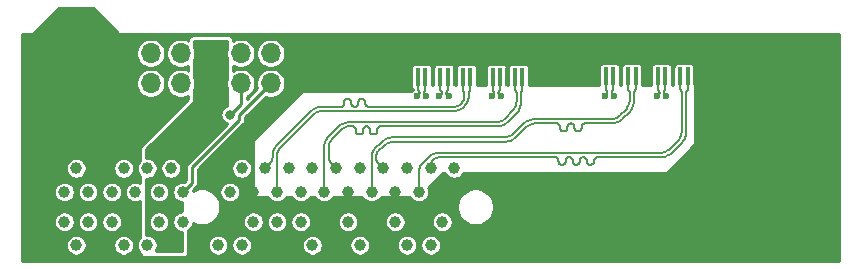
<source format=gbr>
%TF.GenerationSoftware,KiCad,Pcbnew,(5.1.10)-1*%
%TF.CreationDate,2021-08-10T10:59:40+01:00*%
%TF.ProjectId,t9120mezz,74393132-306d-4657-9a7a-2e6b69636164,rev?*%
%TF.SameCoordinates,Original*%
%TF.FileFunction,Copper,L4,Bot*%
%TF.FilePolarity,Positive*%
%FSLAX46Y46*%
G04 Gerber Fmt 4.6, Leading zero omitted, Abs format (unit mm)*
G04 Created by KiCad (PCBNEW (5.1.10)-1) date 2021-08-10 10:59:40*
%MOMM*%
%LPD*%
G01*
G04 APERTURE LIST*
%TA.AperFunction,ComponentPad*%
%ADD10C,1.000000*%
%TD*%
%TA.AperFunction,ComponentPad*%
%ADD11O,1.700000X1.700000*%
%TD*%
%TA.AperFunction,ComponentPad*%
%ADD12C,6.500000*%
%TD*%
%TA.AperFunction,SMDPad,CuDef*%
%ADD13R,0.400000X1.500000*%
%TD*%
%TA.AperFunction,ViaPad*%
%ADD14C,0.800000*%
%TD*%
%TA.AperFunction,ViaPad*%
%ADD15C,0.600000*%
%TD*%
%TA.AperFunction,Conductor*%
%ADD16C,0.250000*%
%TD*%
%TA.AperFunction,Conductor*%
%ADD17C,0.152400*%
%TD*%
%TA.AperFunction,Conductor*%
%ADD18C,1.000000*%
%TD*%
%TA.AperFunction,Conductor*%
%ADD19C,0.254000*%
%TD*%
%TA.AperFunction,Conductor*%
%ADD20C,0.100000*%
%TD*%
G04 APERTURE END LIST*
D10*
%TO.P,J1,A18*%
%TO.N,GND*%
X89150000Y-108050000D03*
%TO.P,J1,A32*%
%TO.N,Net-(J1-PadA32)*%
X103150000Y-108050000D03*
%TO.P,J1,B32*%
%TO.N,GND*%
X103150000Y-114550000D03*
%TO.P,J1,A31*%
X102150000Y-110050000D03*
%TO.P,J1,B31*%
%TO.N,Net-(J1-PadB31)*%
X102150000Y-112550000D03*
%TO.P,J1,A30*%
%TO.N,/X4MEZZ_PER3_N*%
X101150000Y-108050000D03*
%TO.P,J1,B30*%
%TO.N,Net-(J1-PadB30)*%
X101150000Y-114550000D03*
%TO.P,J1,A29*%
%TO.N,/X4MEZZ_PER3_P*%
X100150000Y-110050000D03*
%TO.P,J1,B29*%
%TO.N,GND*%
X100150000Y-112550000D03*
%TO.P,J1,A28*%
X99150000Y-108050000D03*
%TO.P,J1,B28*%
%TO.N,/X4MEZZ_PET3_N*%
X99150000Y-114550000D03*
%TO.P,J1,A27*%
%TO.N,GND*%
X98150000Y-110050000D03*
%TO.P,J1,B27*%
%TO.N,/X4MEZZ_PET3_P*%
X98150000Y-112550000D03*
%TO.P,J1,A26*%
%TO.N,/X4MEZZ_PER2_N*%
X97150000Y-108050000D03*
%TO.P,J1,B26*%
%TO.N,GND*%
X97150000Y-114550000D03*
%TO.P,J1,A25*%
%TO.N,/X4MEZZ_PER2_P*%
X96150000Y-110050000D03*
%TO.P,J1,B25*%
%TO.N,GND*%
X96150000Y-112550000D03*
%TO.P,J1,A24*%
X95150000Y-108050000D03*
%TO.P,J1,B24*%
%TO.N,/X4MEZZ_PET2_N*%
X95150000Y-114550000D03*
%TO.P,J1,A23*%
%TO.N,GND*%
X94150000Y-110050000D03*
%TO.P,J1,B23*%
%TO.N,/X4MEZZ_PET2_P*%
X94150000Y-112550000D03*
%TO.P,J1,A22*%
%TO.N,/X4MEZZ_PER1_N*%
X93150000Y-108050000D03*
%TO.P,J1,B22*%
%TO.N,GND*%
X93150000Y-114550000D03*
%TO.P,J1,A21*%
%TO.N,/X4MEZZ_PER1_P*%
X92150000Y-110050000D03*
%TO.P,J1,B21*%
%TO.N,GND*%
X92150000Y-112550000D03*
%TO.P,J1,A20*%
X91150000Y-108050000D03*
%TO.P,J1,B20*%
%TO.N,/X4MEZZ_PET1_N*%
X91150000Y-114550000D03*
%TO.P,J1,A19*%
%TO.N,Net-(J1-PadA19)*%
X90150000Y-110050000D03*
%TO.P,J1,B19*%
%TO.N,/X4MEZZ_PET1_P*%
X90150000Y-112550000D03*
%TO.P,J1,B18*%
%TO.N,GND*%
X89150000Y-114550000D03*
%TO.P,J1,A17*%
%TO.N,/X4MEZZ_PER0_N*%
X88150000Y-110050000D03*
%TO.P,J1,B17*%
%TO.N,Net-(J1-PadB17)*%
X88150000Y-112550000D03*
%TO.P,J1,A16*%
%TO.N,/X4MEZZ_PER0_P*%
X87150000Y-108050000D03*
%TO.P,J1,B16*%
%TO.N,GND*%
X87150000Y-114550000D03*
%TO.P,J1,A15*%
X86150000Y-110050000D03*
%TO.P,J1,B15*%
%TO.N,/X4MEZZ_PET0_N*%
X86150000Y-112550000D03*
%TO.P,J1,A14*%
%TO.N,/REFCLK_IN_N*%
X85150000Y-108050000D03*
%TO.P,J1,B14*%
%TO.N,/X4MEZZ_PET0_P*%
X85150000Y-114550000D03*
%TO.P,J1,A13*%
%TO.N,/REFCLK_IN_P*%
X84150000Y-110050000D03*
%TO.P,J1,B13*%
%TO.N,GND*%
X84150000Y-112550000D03*
%TO.P,J1,A12*%
X83150000Y-108050000D03*
%TO.P,J1,B12*%
%TO.N,Net-(J1-PadB12)*%
X83150000Y-114550000D03*
%TO.P,J1,B11*%
%TO.N,/~WAKE*%
X80150000Y-112550000D03*
%TO.P,J1,B10*%
%TO.N,+3.3VA*%
X79150000Y-114550000D03*
%TO.P,J1,B9*%
%TO.N,Net-(J1-PadB9)*%
X78150000Y-112550000D03*
%TO.P,J1,B8*%
%TO.N,+3V3*%
X77150000Y-114550000D03*
%TO.P,J1,B7*%
%TO.N,GND*%
X76150000Y-112550000D03*
%TO.P,J1,B6*%
%TO.N,/SMDAT*%
X75150000Y-114550000D03*
%TO.P,J1,B5*%
%TO.N,/SMCLK*%
X74150000Y-112550000D03*
%TO.P,J1,B4*%
%TO.N,GND*%
X73150000Y-114550000D03*
%TO.P,J1,B3*%
%TO.N,+12V*%
X72150000Y-112550000D03*
%TO.P,J1,B2*%
X71150000Y-114550000D03*
%TO.P,J1,B1*%
X70150000Y-112550000D03*
%TO.P,J1,A11*%
%TO.N,/~PERST*%
X80150000Y-110050000D03*
%TO.P,J1,A10*%
%TO.N,+3V3*%
X79150000Y-108050000D03*
%TO.P,J1,A9*%
X78150000Y-110050000D03*
%TO.P,J1,A8*%
%TO.N,Net-(J1-PadA8)*%
X77150000Y-108050000D03*
%TO.P,J1,A7*%
%TO.N,Net-(J1-PadA7)*%
X76150000Y-110050000D03*
%TO.P,J1,A6*%
%TO.N,Net-(J1-PadA6)*%
X75150000Y-108050000D03*
%TO.P,J1,A5*%
%TO.N,Net-(J1-PadA5)*%
X74150000Y-110050000D03*
%TO.P,J1,A4*%
%TO.N,GND*%
X73150000Y-108050000D03*
%TO.P,J1,A3*%
%TO.N,+12V*%
X72150000Y-110050000D03*
%TO.P,J1,A2*%
X71150000Y-108050000D03*
%TO.P,J1,A1*%
%TO.N,/PRSNT*%
X70150000Y-110050000D03*
%TD*%
D11*
%TO.P,J4,8*%
%TO.N,GND*%
X131450000Y-98300000D03*
%TO.P,J4,7*%
X133990000Y-98300000D03*
%TO.P,J4,6*%
X131450000Y-100840000D03*
%TO.P,J4,5*%
X133990000Y-100840000D03*
%TO.P,J4,4*%
X131450000Y-103380000D03*
%TO.P,J4,3*%
X133990000Y-103380000D03*
%TO.P,J4,1*%
X133990000Y-105920000D03*
%TD*%
%TO.P,J3,10*%
%TO.N,/SMDAT*%
X87610000Y-98300000D03*
%TO.P,J3,9*%
%TO.N,/~PERST*%
X87610000Y-100840000D03*
%TO.P,J3,8*%
%TO.N,/SMCLK*%
X85070000Y-98300000D03*
%TO.P,J3,7*%
%TO.N,/~WAKE*%
X85070000Y-100840000D03*
%TO.P,J3,6*%
%TO.N,+3.3VA*%
X82530000Y-98300000D03*
%TO.P,J3,5*%
X82530000Y-100840000D03*
%TO.P,J3,4*%
%TO.N,+3V3*%
X79990000Y-98300000D03*
%TO.P,J3,3*%
X79990000Y-100840000D03*
%TO.P,J3,2*%
%TO.N,+12V*%
X77450000Y-98300000D03*
%TO.P,J3,1*%
X77450000Y-100840000D03*
%TD*%
D12*
%TO.P,REF\u002A\u002A,1*%
%TO.N,GND*%
X71100000Y-97600000D03*
%TD*%
D13*
%TO.P,J5,1*%
%TO.N,GND*%
X113450000Y-100250000D03*
%TO.P,J5,2*%
X114081570Y-100250000D03*
%TO.P,J5,3*%
X114713140Y-100250000D03*
%TO.P,J5,4*%
X115344710Y-100250000D03*
%TO.P,J5,5*%
%TO.N,/X4MEZZ_PET2_P*%
X115976280Y-100250000D03*
%TO.P,J5,6*%
%TO.N,/X4MEZZ_PET2_N*%
X116607850Y-100250000D03*
%TO.P,J5,7*%
%TO.N,GND*%
X117239420Y-100250000D03*
%TO.P,J5,8*%
%TO.N,/X4MEZZ_PER2_P*%
X117870990Y-100250000D03*
%TO.P,J5,9*%
%TO.N,/X4MEZZ_PER2_N*%
X118502560Y-100250000D03*
%TO.P,J5,10*%
%TO.N,GND*%
X119134130Y-100250000D03*
%TO.P,J5,11*%
X119765700Y-100250000D03*
%TO.P,J5,12*%
%TO.N,/X4MEZZ_PET3_P*%
X120397270Y-100250000D03*
%TO.P,J5,13*%
%TO.N,/X4MEZZ_PET3_N*%
X121028840Y-100250000D03*
%TO.P,J5,14*%
%TO.N,GND*%
X121660410Y-100250000D03*
%TO.P,J5,15*%
%TO.N,/X4MEZZ_PER3_P*%
X122291980Y-100250000D03*
%TO.P,J5,16*%
%TO.N,/X4MEZZ_PER3_N*%
X122923550Y-100250000D03*
%TO.P,J5,17*%
%TO.N,GND*%
X123555120Y-100250000D03*
%TO.P,J5,18*%
X124186690Y-100250000D03*
%TO.P,J5,19*%
X124818260Y-100250000D03*
%TO.P,J5,20*%
X125449830Y-100250000D03*
%TD*%
%TO.P,J2,1*%
%TO.N,GND*%
X99450000Y-100300000D03*
%TO.P,J2,2*%
%TO.N,/REFCLK_IN_P*%
X100081570Y-100300000D03*
%TO.P,J2,3*%
%TO.N,/REFCLK_IN_N*%
X100713140Y-100300000D03*
%TO.P,J2,4*%
%TO.N,GND*%
X101344710Y-100300000D03*
%TO.P,J2,5*%
%TO.N,/X4MEZZ_PET0_P*%
X101976280Y-100300000D03*
%TO.P,J2,6*%
%TO.N,/X4MEZZ_PET0_N*%
X102607850Y-100300000D03*
%TO.P,J2,7*%
%TO.N,GND*%
X103239420Y-100300000D03*
%TO.P,J2,8*%
%TO.N,/X4MEZZ_PER0_P*%
X103870990Y-100300000D03*
%TO.P,J2,9*%
%TO.N,/X4MEZZ_PER0_N*%
X104502560Y-100300000D03*
%TO.P,J2,10*%
%TO.N,GND*%
X105134130Y-100300000D03*
%TO.P,J2,11*%
X105765700Y-100300000D03*
%TO.P,J2,12*%
%TO.N,/X4MEZZ_PET1_P*%
X106397270Y-100300000D03*
%TO.P,J2,13*%
%TO.N,/X4MEZZ_PET1_N*%
X107028840Y-100300000D03*
%TO.P,J2,14*%
%TO.N,GND*%
X107660410Y-100300000D03*
%TO.P,J2,15*%
%TO.N,/X4MEZZ_PER1_P*%
X108291980Y-100300000D03*
%TO.P,J2,16*%
%TO.N,/X4MEZZ_PER1_N*%
X108923550Y-100300000D03*
%TO.P,J2,17*%
%TO.N,GND*%
X109555120Y-100300000D03*
%TO.P,J2,18*%
X110186690Y-100300000D03*
%TO.P,J2,19*%
X110818260Y-100300000D03*
%TO.P,J2,20*%
X111449830Y-100300000D03*
%TD*%
D14*
%TO.N,GND*%
X67150000Y-97300000D03*
X135150000Y-115300000D03*
X135150000Y-112300000D03*
X135150000Y-109300000D03*
X67150000Y-100300000D03*
X129650000Y-97300000D03*
X126150000Y-97300000D03*
X122650000Y-97300000D03*
X119150000Y-97300000D03*
X115650000Y-97300000D03*
X112150000Y-97300000D03*
X108650000Y-97300000D03*
X105150000Y-97300000D03*
X101650000Y-97300000D03*
X98150000Y-97300000D03*
X94650000Y-97300000D03*
X91150000Y-97300000D03*
X112400000Y-100300000D03*
X124150000Y-102300000D03*
X124150000Y-105800000D03*
X111650000Y-110800000D03*
X108150000Y-110800000D03*
X115150000Y-110800000D03*
X121150000Y-109300000D03*
X98150000Y-100800000D03*
X94650000Y-100800000D03*
X91150000Y-100800000D03*
X131650000Y-115300000D03*
X128150000Y-115300000D03*
X124650000Y-115300000D03*
X121150000Y-115300000D03*
X117650000Y-115300000D03*
X114150000Y-115300000D03*
X110650000Y-115300000D03*
X118650000Y-109300000D03*
X71100000Y-95200000D03*
X73500000Y-97600000D03*
X72800000Y-99300000D03*
X71100000Y-100000000D03*
X69450000Y-99250000D03*
X68750000Y-97600000D03*
X69400000Y-95950000D03*
X72750000Y-95900014D03*
D15*
%TO.N,/X4MEZZ_PET3_N*%
X121114655Y-101950000D03*
%TO.N,/X4MEZZ_PET3_P*%
X120311455Y-101950000D03*
%TO.N,/X4MEZZ_PET2_N*%
X116693665Y-101950000D03*
%TO.N,/X4MEZZ_PET2_P*%
X115890465Y-101950000D03*
%TO.N,/X4MEZZ_PET1_N*%
X107114655Y-101951602D03*
%TO.N,/X4MEZZ_PET1_P*%
X106311455Y-101951602D03*
%TO.N,/X4MEZZ_PET0_N*%
X102693665Y-101951602D03*
%TO.N,/REFCLK_IN_N*%
X100798955Y-101951602D03*
%TO.N,/X4MEZZ_PET0_P*%
X101890465Y-101951602D03*
%TO.N,/REFCLK_IN_P*%
X99995755Y-101951602D03*
D14*
%TO.N,/~WAKE*%
X84137340Y-103487340D03*
%TD*%
D16*
%TO.N,GND*%
X133990000Y-105920000D02*
X133990000Y-103380000D01*
X133990000Y-103380000D02*
X133990000Y-100840000D01*
X133990000Y-100840000D02*
X131450000Y-100840000D01*
X131450000Y-100840000D02*
X131450000Y-103380000D01*
X131450000Y-98300000D02*
X133990000Y-98300000D01*
X131450000Y-100840000D02*
X131450000Y-98300000D01*
X135150000Y-112300000D02*
X135150000Y-109300000D01*
X67150000Y-97300000D02*
X67150000Y-100300000D01*
X129650000Y-97300000D02*
X126150000Y-97300000D01*
X122650000Y-97300000D02*
X119150000Y-97300000D01*
X115650000Y-97300000D02*
X112150000Y-97300000D01*
X108650000Y-97300000D02*
X105150000Y-97300000D01*
X101650000Y-97300000D02*
X98150000Y-97300000D01*
X94650000Y-97300000D02*
X91650000Y-97300000D01*
X91650000Y-97300000D02*
X91150000Y-97300000D01*
X112400000Y-100300000D02*
X112400000Y-99300000D01*
X112400000Y-99300000D02*
X112650000Y-99050000D01*
X112650000Y-99050000D02*
X113450000Y-99050000D01*
X113450000Y-99050000D02*
X113450000Y-100250000D01*
X125450000Y-100249830D02*
X125449830Y-100250000D01*
X125450000Y-99050000D02*
X125450000Y-100249830D01*
X124818260Y-99118260D02*
X124750000Y-99050000D01*
X124818260Y-100250000D02*
X124818260Y-99118260D01*
X124750000Y-99050000D02*
X125450000Y-99050000D01*
X124186690Y-100250000D02*
X124186690Y-99113310D01*
X124186690Y-99113310D02*
X124250000Y-99050000D01*
X124250000Y-99050000D02*
X124750000Y-99050000D01*
X123555120Y-99094880D02*
X123600000Y-99050000D01*
X123555120Y-100250000D02*
X123555120Y-99094880D01*
X123600000Y-99050000D02*
X124250000Y-99050000D01*
X121660410Y-99060410D02*
X121650000Y-99050000D01*
X121660410Y-100250000D02*
X121660410Y-99060410D01*
X121650000Y-99050000D02*
X123600000Y-99050000D01*
X119765700Y-99115700D02*
X119700000Y-99050000D01*
X119765700Y-100250000D02*
X119765700Y-99115700D01*
X119700000Y-99050000D02*
X121650000Y-99050000D01*
X119134130Y-100250000D02*
X119134130Y-99134130D01*
X119134130Y-99134130D02*
X119050000Y-99050000D01*
X119050000Y-99050000D02*
X119700000Y-99050000D01*
X117239420Y-99110580D02*
X117300000Y-99050000D01*
X117239420Y-100250000D02*
X117239420Y-99110580D01*
X117300000Y-99050000D02*
X119050000Y-99050000D01*
X115344710Y-99105290D02*
X115400000Y-99050000D01*
X115344710Y-100250000D02*
X115344710Y-99105290D01*
X115400000Y-99050000D02*
X117300000Y-99050000D01*
X114713140Y-99086860D02*
X114750000Y-99050000D01*
X114713140Y-100250000D02*
X114713140Y-99086860D01*
X114750000Y-99050000D02*
X115400000Y-99050000D01*
X114081570Y-100250000D02*
X114081570Y-99131570D01*
X114081570Y-99131570D02*
X114000000Y-99050000D01*
X113450000Y-99050000D02*
X114000000Y-99050000D01*
X114000000Y-99050000D02*
X114750000Y-99050000D01*
X99450000Y-99050000D02*
X99450000Y-100300000D01*
X101344710Y-99105290D02*
X101400000Y-99050000D01*
X101344710Y-100300000D02*
X101344710Y-99105290D01*
X101400000Y-99050000D02*
X99450000Y-99050000D01*
X103239420Y-99110580D02*
X103300000Y-99050000D01*
X103239420Y-100300000D02*
X103239420Y-99110580D01*
X103300000Y-99050000D02*
X101400000Y-99050000D01*
X105134130Y-99065870D02*
X105150000Y-99050000D01*
X105134130Y-100300000D02*
X105134130Y-99065870D01*
X105150000Y-99050000D02*
X103300000Y-99050000D01*
X105765700Y-100300000D02*
X105765700Y-99084300D01*
X105765700Y-99084300D02*
X105800000Y-99050000D01*
X105800000Y-99050000D02*
X105150000Y-99050000D01*
X107660410Y-100300000D02*
X107660410Y-99089590D01*
X107660410Y-99089590D02*
X107700000Y-99050000D01*
X107700000Y-99050000D02*
X105800000Y-99050000D01*
X109555120Y-100300000D02*
X109555120Y-99105120D01*
X109555120Y-99105120D02*
X109500000Y-99050000D01*
X109500000Y-99050000D02*
X107700000Y-99050000D01*
X110186690Y-99086690D02*
X110150000Y-99050000D01*
X110186690Y-100300000D02*
X110186690Y-99086690D01*
X110150000Y-99050000D02*
X109500000Y-99050000D01*
X110818260Y-99118260D02*
X110750000Y-99050000D01*
X110818260Y-100300000D02*
X110818260Y-99118260D01*
X110750000Y-99050000D02*
X110150000Y-99050000D01*
X111449830Y-100300000D02*
X111449830Y-99100170D01*
X112650000Y-99050000D02*
X111500000Y-99050000D01*
X111449830Y-99100170D02*
X111500000Y-99050000D01*
X111500000Y-99050000D02*
X110750000Y-99050000D01*
X99450000Y-98600000D02*
X98150000Y-97300000D01*
X99450000Y-99050000D02*
X99450000Y-98600000D01*
X124818260Y-100250000D02*
X124818260Y-101631740D01*
X124818260Y-101631740D02*
X124150000Y-102300000D01*
X111650000Y-110800000D02*
X108150000Y-110800000D01*
X121150000Y-108800000D02*
X121150000Y-109300000D01*
X124150000Y-105800000D02*
X121150000Y-108800000D01*
X99450000Y-99050000D02*
X98900000Y-99050000D01*
X98900000Y-99050000D02*
X98150000Y-99800000D01*
X98150000Y-99800000D02*
X98150000Y-100800000D01*
X94650000Y-100800000D02*
X91150000Y-100800000D01*
X91150000Y-100800000D02*
X90350000Y-100800000D01*
X135150000Y-115300000D02*
X131650000Y-115300000D01*
X128150000Y-115300000D02*
X124650000Y-115300000D01*
X121150000Y-115300000D02*
X117650000Y-115300000D01*
X114150000Y-115300000D02*
X110650000Y-115300000D01*
X115150000Y-110800000D02*
X117150000Y-110800000D01*
X117150000Y-110800000D02*
X118650000Y-109300000D01*
X73500000Y-97600000D02*
X73500000Y-98600000D01*
X73500000Y-98600000D02*
X72800000Y-99300000D01*
X71100000Y-100000000D02*
X70200000Y-100000000D01*
X70200000Y-100000000D02*
X69450000Y-99250000D01*
X68750000Y-97600000D02*
X68750000Y-96600000D01*
X68750000Y-96600000D02*
X69400000Y-95950000D01*
X72049986Y-95200000D02*
X72750000Y-95900014D01*
X71100000Y-95200000D02*
X72049986Y-95200000D01*
D17*
%TO.N,/X4MEZZ_PER3_N*%
X113673326Y-107654560D02*
X113666937Y-107659955D01*
X112248576Y-107726196D02*
X112256909Y-107726899D01*
X114372400Y-107331984D02*
X114373569Y-107340264D01*
X113767506Y-107499901D02*
X113765417Y-107507999D01*
X112873617Y-107079685D02*
X112865258Y-107079919D01*
X112340058Y-107721058D02*
X112331857Y-107722689D01*
X122656427Y-105534734D02*
X122593415Y-105652621D01*
X114860399Y-107665169D02*
X114853717Y-107670198D01*
X101916493Y-107077800D02*
X101837673Y-107085562D01*
X113757801Y-107531895D02*
X113754819Y-107539708D01*
X112069958Y-107643244D02*
X112076035Y-107648988D01*
X113197794Y-107531896D02*
X113200776Y-107539709D01*
X112595032Y-107283283D02*
X112592492Y-107291251D01*
X112215538Y-107721057D02*
X112223739Y-107722689D01*
X114631984Y-107724090D02*
X114640264Y-107725259D01*
X111997795Y-107531897D02*
X112000777Y-107539709D01*
X112607392Y-107252219D02*
X112603976Y-107259852D01*
X114665258Y-107727367D02*
X114673617Y-107727603D01*
X114365418Y-107299287D02*
X114367507Y-107307385D01*
X113864042Y-107169957D02*
X113858297Y-107176034D01*
X113915651Y-107127602D02*
X113908698Y-107132248D01*
X115052724Y-107182268D02*
X115047329Y-107188658D01*
X112856909Y-107080387D02*
X112848576Y-107081090D01*
X113800776Y-107267577D02*
X113797794Y-107275390D01*
X113888658Y-107147329D02*
X113882268Y-107152724D01*
X115032249Y-107208698D02*
X115027603Y-107215651D01*
X113632864Y-107684132D02*
X113625662Y-107688380D01*
X112536691Y-107577350D02*
X112532442Y-107584553D01*
X112047329Y-107618627D02*
X112052725Y-107625016D01*
X122785565Y-105019192D02*
X122772462Y-105152220D01*
X111839944Y-107127602D02*
X111846897Y-107132248D01*
X101305809Y-107394188D02*
X101268188Y-107440028D01*
X115129934Y-107118904D02*
X115122731Y-107123153D01*
X112307021Y-107726195D02*
X112298688Y-107726898D01*
X113269958Y-107643244D02*
X113276034Y-107648989D01*
X111975266Y-107355323D02*
X111975899Y-107361747D01*
X113247330Y-107618627D02*
X113252725Y-107625016D01*
X111940736Y-107237253D02*
X111944574Y-107244683D01*
X112823739Y-107084596D02*
X112815537Y-107086227D01*
X115101878Y-107137087D02*
X115095196Y-107142115D01*
X114897298Y-107631251D02*
X114891553Y-107637328D01*
X114537253Y-107692426D02*
X114544683Y-107696264D01*
X111979697Y-107445540D02*
X111980330Y-107451964D01*
X113211022Y-107562603D02*
X113214860Y-107570033D01*
X122519151Y-105763765D02*
X122434351Y-105867094D01*
X113901878Y-107137088D02*
X113895196Y-107142116D01*
X113177255Y-107381061D02*
X113177527Y-107387510D01*
X101184595Y-107596422D02*
X101167381Y-107653170D01*
X113718508Y-107605407D02*
X113713479Y-107612089D01*
X113786228Y-107315537D02*
X113784597Y-107323739D01*
X112964345Y-107092492D02*
X112972313Y-107095032D01*
X112037087Y-107605407D02*
X112042115Y-107612089D01*
X112632248Y-107208699D02*
X112627602Y-107215652D01*
X114354819Y-107267578D02*
X114357801Y-107275391D01*
X114740058Y-107721058D02*
X114731857Y-107722689D01*
X112003977Y-107547435D02*
X112007392Y-107555068D01*
X113188089Y-107499901D02*
X113190177Y-107507999D01*
X114615537Y-107721058D02*
X114623739Y-107722689D01*
X112122732Y-107684133D02*
X112129934Y-107688381D01*
X112948211Y-107088089D02*
X112956309Y-107090177D01*
X113852725Y-107182270D02*
X113847329Y-107188659D01*
X113179697Y-107445540D02*
X113180330Y-107451964D01*
X112573569Y-107467022D02*
X112572400Y-107475302D01*
X101475324Y-107235651D02*
X101414101Y-107285896D01*
X114302871Y-107182270D02*
X114308265Y-107188659D01*
X114908265Y-107618627D02*
X114902870Y-107625016D01*
X114951618Y-107547434D02*
X114948202Y-107555067D01*
X114977527Y-107419777D02*
X114977255Y-107426226D01*
X113944683Y-107111021D02*
X113937253Y-107114859D01*
X114180207Y-107097795D02*
X114188019Y-107100777D01*
X114377800Y-107406871D02*
X114377890Y-107413325D01*
X101759993Y-107101014D02*
X101684202Y-107124004D01*
X112446897Y-107675037D02*
X112439944Y-107679683D01*
X122818832Y-101489308D02*
X122807923Y-101509719D01*
X112388018Y-107706509D02*
X112380205Y-107709491D01*
X111879562Y-107158297D02*
X111885638Y-107164042D01*
X112497299Y-107631251D02*
X112491553Y-107637328D01*
X112095197Y-107665169D02*
X112101879Y-107670198D01*
X111795745Y-107103977D02*
X111803378Y-107107393D01*
X113322732Y-107684133D02*
X113329934Y-107688381D01*
X113490339Y-107727368D02*
X113481980Y-107727603D01*
X113556309Y-107717107D02*
X113548211Y-107719196D01*
X111780206Y-107097794D02*
X111788019Y-107100776D01*
X112485638Y-107643243D02*
X112479561Y-107648988D01*
X113132442Y-107222732D02*
X113136691Y-107229934D01*
X112980206Y-107097795D02*
X112988019Y-107100777D01*
X114599287Y-107717108D02*
X114607385Y-107719197D01*
X115240264Y-107082026D02*
X115231984Y-107083195D01*
X112676034Y-107158297D02*
X112669957Y-107164042D01*
X112890339Y-107079919D02*
X112881980Y-107079685D01*
X113282270Y-107654561D02*
X113288659Y-107659957D01*
X114927993Y-107591634D02*
X114923348Y-107598586D01*
X113959851Y-107103976D02*
X113952218Y-107107393D01*
X111992492Y-107516035D02*
X111995032Y-107524003D01*
X114918508Y-107605407D02*
X114913479Y-107612089D01*
X114975898Y-107445540D02*
X114975265Y-107451964D01*
X113776893Y-107432670D02*
X113776441Y-107439109D01*
X114378070Y-107419777D02*
X114378341Y-107426226D01*
X112580330Y-107355323D02*
X112579697Y-107361747D01*
X113618342Y-107692426D02*
X113610913Y-107696264D01*
X112579155Y-107368178D02*
X112578702Y-107374617D01*
X112931857Y-107084597D02*
X112940059Y-107086228D01*
X114522732Y-107684133D02*
X114529934Y-107688382D01*
X114418905Y-107577352D02*
X114423153Y-107584554D01*
X115256941Y-107080266D02*
X115248603Y-107081087D01*
X114973569Y-107467022D02*
X114972400Y-107475302D01*
X114377708Y-107393962D02*
X114377800Y-107400416D01*
X114382027Y-107467022D02*
X114383196Y-107475302D01*
X113685638Y-107643243D02*
X113679562Y-107648988D01*
X114007384Y-107088088D02*
X113999287Y-107090177D01*
X113777527Y-107419777D02*
X113777255Y-107426226D01*
X113192493Y-107516035D02*
X113195032Y-107524003D01*
X113775898Y-107445540D02*
X113775265Y-107451964D01*
X111948203Y-107252218D02*
X111951619Y-107259851D01*
X112199287Y-107717108D02*
X112207385Y-107719196D01*
X114375265Y-107355323D02*
X114375898Y-107361747D01*
X112323612Y-107724090D02*
X112315332Y-107725259D01*
X112544574Y-107562602D02*
X112540736Y-107570031D01*
X112575899Y-107445540D02*
X112575266Y-107451964D01*
X113237088Y-107605407D02*
X113242116Y-107612089D01*
X113039944Y-107127603D02*
X113046897Y-107132249D01*
X113176441Y-107368178D02*
X113176894Y-107374617D01*
X112576893Y-107432670D02*
X112576441Y-107439109D01*
X113178070Y-107419777D02*
X113178341Y-107426226D01*
X101155812Y-107711332D02*
X101150000Y-107770348D01*
X113991251Y-107092493D02*
X113983283Y-107095032D01*
X114388089Y-107499901D02*
X114390177Y-107507999D01*
X114495197Y-107665169D02*
X114501879Y-107670198D01*
X114195745Y-107103977D02*
X114203378Y-107107392D01*
X115175389Y-107097795D02*
X115167577Y-107100777D01*
X113160563Y-107283284D02*
X113163102Y-107291251D01*
X101235242Y-107489336D02*
X101207288Y-107541635D01*
X113773569Y-107467022D02*
X113772400Y-107475302D01*
X111976441Y-107368178D02*
X111976893Y-107374617D01*
X114115332Y-107082027D02*
X114123612Y-107083196D01*
X113603377Y-107699894D02*
X113595744Y-107703309D01*
X113367578Y-107706509D02*
X113375391Y-107709491D01*
X115191251Y-107092492D02*
X115183283Y-107095032D01*
X113448576Y-107726195D02*
X113456909Y-107726898D01*
X113169367Y-107315538D02*
X113170999Y-107323739D01*
X113091554Y-107169958D02*
X113097299Y-107176034D01*
X115076034Y-107158297D02*
X115069957Y-107164042D01*
X112729934Y-107118905D02*
X112722732Y-107123153D01*
X113175265Y-107355323D02*
X113175898Y-107361747D01*
X113807392Y-107252218D02*
X113803977Y-107259851D01*
X111853717Y-107137088D02*
X111860399Y-107142116D01*
X113523612Y-107724090D02*
X113515332Y-107725259D01*
X113751619Y-107547434D02*
X113748203Y-107555067D01*
X111972400Y-107331984D02*
X111973569Y-107340264D01*
X111748211Y-107088089D02*
X111756309Y-107090177D01*
X114977890Y-107393962D02*
X114977800Y-107400416D01*
X114239944Y-107127603D02*
X114246897Y-107132249D01*
X113832248Y-107208698D02*
X113827602Y-107215651D01*
X113148203Y-107252219D02*
X113151619Y-107259852D01*
X114957801Y-107531895D02*
X114954819Y-107539708D01*
X112460399Y-107665169D02*
X112453717Y-107670198D01*
X114980330Y-107355323D02*
X114979697Y-107361747D01*
X114469958Y-107643244D02*
X114476035Y-107648988D01*
X114995032Y-107283283D02*
X114992492Y-107291251D01*
X122877420Y-101417918D02*
X122862738Y-101435809D01*
X112372313Y-107712253D02*
X112364345Y-107714792D01*
X112290339Y-107727368D02*
X112281980Y-107727603D01*
X111977708Y-107393962D02*
X111977800Y-107400416D01*
X112231984Y-107724090D02*
X112240264Y-107725259D01*
X112432863Y-107684133D02*
X112425660Y-107688381D01*
X121119003Y-106999816D02*
X120991088Y-107038618D01*
X115000776Y-107267578D02*
X114997794Y-107275391D01*
X111965418Y-107299287D02*
X111967507Y-107307385D01*
X113876033Y-107158297D02*
X113869957Y-107164042D01*
X113218905Y-107577352D02*
X113223154Y-107584554D01*
X113823154Y-107222732D02*
X113818905Y-107229934D01*
X114873326Y-107654561D02*
X114866937Y-107659956D01*
X113258297Y-107631252D02*
X113264042Y-107637328D01*
X111810913Y-107111022D02*
X111818343Y-107114859D01*
X113154819Y-107267578D02*
X113157801Y-107275391D01*
X113172400Y-107331984D02*
X113173569Y-107340264D01*
X114967506Y-107499901D02*
X114965418Y-107507999D01*
X115023153Y-107222732D02*
X115018904Y-107229934D01*
X115159851Y-107103977D02*
X115152218Y-107107392D01*
X101611028Y-107154314D02*
X101541178Y-107191649D01*
X115014859Y-107237254D02*
X115011021Y-107244683D01*
X114818342Y-107692426D02*
X114810913Y-107696264D01*
X112775389Y-107097795D02*
X112767577Y-107100777D01*
X114990177Y-107299287D02*
X114988088Y-107307384D01*
X112137254Y-107692426D02*
X112144683Y-107696264D01*
X114979156Y-107368178D02*
X114978703Y-107374617D01*
X113431984Y-107724090D02*
X113440264Y-107725259D01*
X113975390Y-107097794D02*
X113967577Y-107100776D01*
X121574859Y-106726586D02*
X121471530Y-106811386D01*
X113465258Y-107727368D02*
X113473617Y-107727603D01*
X114482270Y-107654560D02*
X114488659Y-107659955D01*
X112715651Y-107127602D02*
X112708698Y-107132248D01*
X122916765Y-101334733D02*
X122910046Y-101356880D01*
X112018905Y-107577352D02*
X112023154Y-107584554D01*
X120859985Y-107064697D02*
X120726957Y-107077800D01*
X114458297Y-107631252D02*
X114464042Y-107637328D01*
X113178703Y-107432670D02*
X113179156Y-107439109D01*
X113010913Y-107111022D02*
X113018343Y-107114860D01*
X114266937Y-107147329D02*
X114273326Y-107152725D01*
X112577890Y-107393962D02*
X112577800Y-107400416D01*
X114392493Y-107516035D02*
X114395032Y-107524003D01*
X112527993Y-107591634D02*
X112523347Y-107598587D01*
X114983196Y-107331984D02*
X114982027Y-107340264D01*
X114978342Y-107381061D02*
X114978070Y-107387510D01*
X114403977Y-107547435D02*
X114407393Y-107555068D01*
X115273649Y-107078976D02*
X115265291Y-107079563D01*
X113777800Y-107406871D02*
X113777709Y-107413325D01*
X113415538Y-107721057D02*
X113423739Y-107722689D01*
X111681948Y-107078976D02*
X111690306Y-107079562D01*
X112744683Y-107111020D02*
X112737254Y-107114859D01*
X112664042Y-107169957D02*
X112658297Y-107176033D01*
X115307194Y-107077800D02*
X115298806Y-107077917D01*
X112915332Y-107082027D02*
X112923612Y-107083196D01*
X114648576Y-107726195D02*
X114656909Y-107726898D01*
X113182026Y-107467022D02*
X113183195Y-107475302D01*
X114369368Y-107315537D02*
X114370999Y-107323739D01*
X111764345Y-107092493D02*
X111772313Y-107095032D01*
X111978703Y-107432670D02*
X111979156Y-107439109D01*
X114210913Y-107111021D02*
X114218343Y-107114860D01*
X113066937Y-107147329D02*
X113073326Y-107152725D01*
X112623153Y-107222732D02*
X112618904Y-107229934D01*
X113727993Y-107591634D02*
X113723347Y-107598587D01*
X111954819Y-107267577D02*
X111957801Y-107275390D01*
X113660399Y-107665170D02*
X113653717Y-107670198D01*
X113203977Y-107547435D02*
X113207393Y-107555068D01*
X114756309Y-107717108D02*
X114748211Y-107719197D01*
X113795032Y-107283283D02*
X113792492Y-107291251D01*
X111665177Y-107078152D02*
X111673559Y-107078505D01*
X113507021Y-107726196D02*
X113498688Y-107726899D01*
X111932443Y-107222732D02*
X111936692Y-107229934D01*
X112082270Y-107654560D02*
X112088659Y-107659955D01*
X111977255Y-107381061D02*
X111977527Y-107387510D01*
X113184597Y-107483547D02*
X113186228Y-107491749D01*
X113763102Y-107516035D02*
X113760563Y-107524003D01*
X114056909Y-107080387D02*
X114048576Y-107081090D01*
X112058297Y-107631252D02*
X112064042Y-107637328D01*
X113177800Y-107406871D02*
X113177890Y-107413325D01*
X114832864Y-107684132D02*
X114825662Y-107688381D01*
X111866937Y-107147330D02*
X111873326Y-107152725D01*
X114986227Y-107315538D02*
X114984596Y-107323739D01*
X114963103Y-107516035D02*
X114960564Y-107524003D01*
X114040264Y-107082027D02*
X114031984Y-107083196D01*
X113383283Y-107712254D02*
X113391251Y-107714793D01*
X114148211Y-107088089D02*
X114156309Y-107090177D01*
X113929934Y-107118904D02*
X113922732Y-107123153D01*
X114567577Y-107706509D02*
X114575390Y-107709491D01*
X113113480Y-107195197D02*
X113118509Y-107201879D01*
X112557801Y-107531895D02*
X112554819Y-107539708D01*
X112152219Y-107699894D02*
X112159852Y-107703309D01*
X112995745Y-107103977D02*
X113003378Y-107107393D01*
X113140736Y-107237254D02*
X113144574Y-107244683D01*
X114023739Y-107084596D02*
X114015538Y-107086227D01*
X115144683Y-107111021D02*
X115137254Y-107114859D01*
X121360386Y-106885650D02*
X121242499Y-106948662D01*
X113337254Y-107692426D02*
X113344683Y-107696264D01*
X114397795Y-107531896D02*
X114400777Y-107539709D01*
X114225662Y-107118905D02*
X114232864Y-107123154D01*
X111982027Y-107467022D02*
X111983196Y-107475302D01*
X112265258Y-107727368D02*
X112273617Y-107727603D01*
X112652725Y-107182269D02*
X112647329Y-107188658D01*
X112011021Y-107562603D02*
X112014860Y-107570032D01*
X112570999Y-107483547D02*
X112569368Y-107491748D01*
X114378703Y-107432670D02*
X114379155Y-107439109D01*
X114885638Y-107643244D02*
X114879562Y-107648989D01*
X114090339Y-107079919D02*
X114081980Y-107079685D01*
X114427602Y-107591634D02*
X114432248Y-107598587D01*
X112701879Y-107137087D02*
X112695197Y-107142115D01*
X114360564Y-107283283D02*
X114363103Y-107291251D01*
X111913480Y-107195197D02*
X111918509Y-107201879D01*
X113780330Y-107355323D02*
X113779697Y-107361747D01*
X113352219Y-107699894D02*
X113359852Y-107703309D01*
X112356309Y-107717108D02*
X112348211Y-107719197D01*
X111988089Y-107499901D02*
X111990177Y-107507999D01*
X111731857Y-107084597D02*
X111740059Y-107086228D01*
X114340736Y-107237253D02*
X114344574Y-107244683D01*
X115223739Y-107084596D02*
X115215537Y-107086227D01*
X112614860Y-107237254D02*
X112611022Y-107244683D01*
X114379697Y-107445540D02*
X114380330Y-107451964D01*
X111715332Y-107082027D02*
X111723612Y-107083196D01*
X115088659Y-107147329D02*
X115082270Y-107152725D01*
X113399287Y-107717108D02*
X113407385Y-107719196D01*
X122923550Y-101289002D02*
X122921281Y-101312034D01*
X112577527Y-107419777D02*
X112577255Y-107426226D01*
X115207385Y-107088089D02*
X115199287Y-107090177D01*
X114377255Y-107381061D02*
X114377527Y-107387510D01*
X113770999Y-107483547D02*
X113769368Y-107491749D01*
X112108699Y-107675038D02*
X112115652Y-107679684D01*
X114583283Y-107712254D02*
X114591251Y-107714793D01*
X112563103Y-107516035D02*
X112560564Y-107524003D01*
X111923348Y-107208699D02*
X111927994Y-107215652D01*
X114690339Y-107727368D02*
X114681980Y-107727603D01*
X113708266Y-107618627D02*
X113702871Y-107625016D01*
X122846373Y-101452174D02*
X122831690Y-101470065D01*
X113588018Y-107706509D02*
X113580205Y-107709491D01*
X113079562Y-107158297D02*
X113085638Y-107164042D01*
X113814860Y-107237254D02*
X113811021Y-107244683D01*
X114707021Y-107726196D02*
X114698688Y-107726899D01*
X113778341Y-107381061D02*
X113778070Y-107387510D01*
X114772313Y-107712253D02*
X114764345Y-107714793D01*
X112600776Y-107267578D02*
X112597794Y-107275391D01*
X112403377Y-107699893D02*
X112395744Y-107703309D01*
X113102871Y-107182270D02*
X113108266Y-107188659D01*
X112167578Y-107706509D02*
X112175391Y-107709491D01*
X112518508Y-107605407D02*
X112513479Y-107612089D01*
X114970999Y-107483547D02*
X114969368Y-107491749D01*
X112027603Y-107591634D02*
X112032249Y-107598587D01*
X112473326Y-107654560D02*
X112466937Y-107659955D01*
X114291554Y-107169958D02*
X114297299Y-107176034D01*
X114552218Y-107699893D02*
X114559851Y-107703308D01*
X111977800Y-107406871D02*
X111977890Y-107413325D01*
X122901189Y-101378263D02*
X122890279Y-101398674D01*
X114788019Y-107706508D02*
X114780206Y-107709491D01*
X112642115Y-107195197D02*
X112637087Y-107201879D01*
X112898688Y-107080387D02*
X112907021Y-107081090D01*
X114846897Y-107675037D02*
X114839944Y-107679683D01*
X112759851Y-107103977D02*
X112752218Y-107107392D01*
X113295197Y-107665171D02*
X113301879Y-107670199D01*
X112508266Y-107618627D02*
X112502871Y-107625016D01*
X114279562Y-107158297D02*
X114285638Y-107164042D01*
X113779155Y-107368178D02*
X113778703Y-107374617D01*
X114131857Y-107084597D02*
X114140059Y-107086228D01*
X114977800Y-107406871D02*
X114977709Y-107413325D01*
X113572313Y-107712253D02*
X113564345Y-107714792D01*
X112590177Y-107299287D02*
X112588089Y-107307384D01*
X113177709Y-107393962D02*
X113177800Y-107400416D01*
X112688659Y-107147330D02*
X112682270Y-107152725D01*
X114411022Y-107562603D02*
X114414860Y-107570032D01*
X112807385Y-107088089D02*
X112799287Y-107090177D01*
X113736690Y-107577352D02*
X113732442Y-107584554D01*
X113053717Y-107137087D02*
X113060399Y-107142115D01*
X111984597Y-107483547D02*
X111986228Y-107491749D01*
X113227603Y-107591634D02*
X113232249Y-107598587D01*
X114508699Y-107675038D02*
X114515652Y-107679684D01*
X112183283Y-107712254D02*
X112191251Y-107714793D01*
X112567507Y-107499901D02*
X112565419Y-107507999D01*
X112840264Y-107082026D02*
X112831984Y-107083195D01*
X115042116Y-107195196D02*
X115037088Y-107201878D01*
X114323348Y-107208699D02*
X114327994Y-107215652D01*
X114437088Y-107605407D02*
X114442116Y-107612089D01*
X114803378Y-107699893D02*
X114795745Y-107703308D01*
X113646897Y-107675037D02*
X113639944Y-107679683D01*
X112583195Y-107331984D02*
X112582026Y-107340264D01*
X115290421Y-107078152D02*
X115282039Y-107078505D01*
X111656792Y-107077917D02*
X111648404Y-107077800D01*
X114376441Y-107368178D02*
X114376894Y-107374617D01*
X115115650Y-107127602D02*
X115108697Y-107132248D01*
X112578341Y-107381061D02*
X112578070Y-107387510D01*
X113842115Y-107195197D02*
X113837087Y-107201879D01*
X111960563Y-107283283D02*
X111963103Y-107291251D01*
X122746384Y-105283323D02*
X122707581Y-105411238D01*
X112418341Y-107692426D02*
X112410912Y-107696264D01*
X115064042Y-107169957D02*
X115058297Y-107176033D01*
X113790177Y-107299287D02*
X113788089Y-107307385D01*
X111978070Y-107419777D02*
X111978342Y-107426226D01*
X113165418Y-107299287D02*
X113167506Y-107307385D01*
X122787833Y-101575950D02*
X122785565Y-101598983D01*
X115007392Y-107252219D02*
X115003977Y-107259852D01*
X113697299Y-107631252D02*
X113691554Y-107637328D01*
X114253717Y-107137087D02*
X114260399Y-107142115D01*
X112586228Y-107315537D02*
X112584597Y-107323739D01*
X111969368Y-107315537D02*
X111970999Y-107323739D01*
X113744574Y-107562603D02*
X113740736Y-107570032D01*
X113123347Y-107208699D02*
X113127993Y-107215652D01*
X113308699Y-107675038D02*
X113315652Y-107679684D01*
X114164345Y-107092493D02*
X114172313Y-107095032D01*
X111698656Y-107080266D02*
X111706994Y-107081088D01*
X114723612Y-107724090D02*
X114715332Y-107725259D01*
X112551619Y-107547434D02*
X112548203Y-107555067D01*
X114936691Y-107577351D02*
X114932442Y-107584553D01*
X114944574Y-107562602D02*
X114940736Y-107570031D01*
X114447330Y-107618627D02*
X114452725Y-107625016D01*
X113777890Y-107393962D02*
X113777800Y-107400416D01*
X114073617Y-107079685D02*
X114065258Y-107079919D01*
X113783196Y-107331984D02*
X113782027Y-107340264D01*
X113540059Y-107721058D02*
X113531857Y-107722689D01*
X114348204Y-107252219D02*
X114351619Y-107259852D01*
X114976894Y-107432670D02*
X114976441Y-107439109D01*
X114098688Y-107080388D02*
X114107021Y-107081091D01*
X112791251Y-107092493D02*
X112783283Y-107095032D01*
X111891554Y-107169958D02*
X111897299Y-107176034D01*
X112577800Y-107406871D02*
X112577709Y-107413325D01*
X111825662Y-107118904D02*
X111832864Y-107123153D01*
X114313479Y-107195197D02*
X114318508Y-107201879D01*
X122799066Y-101531102D02*
X122792348Y-101553250D01*
X114332443Y-107222732D02*
X114336692Y-107229934D01*
X113025662Y-107118905D02*
X113032864Y-107123154D01*
X111902871Y-107182270D02*
X111908266Y-107188659D01*
X114384597Y-107483547D02*
X114386228Y-107491749D01*
X112536691Y-107577350D02*
X112540736Y-107570031D01*
X113718508Y-107605407D02*
X113723347Y-107598587D01*
X113252725Y-107625016D02*
X113258297Y-107631252D01*
X112446897Y-107675037D02*
X112453717Y-107670198D01*
X113556309Y-107717107D02*
X113564345Y-107714792D01*
X114377708Y-107393962D02*
X114377527Y-107387510D01*
X113779697Y-107361747D02*
X113779155Y-107368178D01*
X112577527Y-107419777D02*
X112577709Y-107413325D01*
X122772462Y-105152220D02*
X122746384Y-105283323D01*
X112076035Y-107648988D02*
X112082270Y-107654560D01*
X112159852Y-107703309D02*
X112167578Y-107706509D01*
X114731857Y-107722689D02*
X114723612Y-107724090D01*
X114246897Y-107132249D02*
X114253717Y-107137087D01*
X114377890Y-107413325D02*
X114378070Y-107419777D01*
X114951618Y-107547434D02*
X114954819Y-107539708D01*
X112479561Y-107648988D02*
X112473326Y-107654560D01*
X115231984Y-107083195D02*
X115223739Y-107084596D01*
X115298806Y-107077917D02*
X115290421Y-107078152D01*
X114567577Y-107706509D02*
X114559851Y-107703308D01*
X112199287Y-107717108D02*
X112191251Y-107714793D01*
X111879562Y-107158297D02*
X111873326Y-107152725D01*
X113177527Y-107387510D02*
X113177709Y-107393962D01*
X114418905Y-107577352D02*
X114414860Y-107570032D01*
X112298688Y-107726898D02*
X112290339Y-107727368D01*
X113832248Y-107208698D02*
X113837087Y-107201879D01*
X112890339Y-107079919D02*
X112898688Y-107080387D01*
X111972400Y-107331984D02*
X111970999Y-107323739D01*
X111940736Y-107237253D02*
X111936692Y-107229934D01*
X111977890Y-107413325D02*
X111978070Y-107419777D01*
X112223739Y-107722689D02*
X112231984Y-107724090D01*
X111979697Y-107445540D02*
X111979156Y-107439109D01*
X112931857Y-107084597D02*
X112923612Y-107083196D01*
X111965418Y-107299287D02*
X111963103Y-107291251D01*
X112618904Y-107229934D02*
X112614860Y-107237254D01*
X114390177Y-107507999D02*
X114392493Y-107516035D01*
X114090339Y-107079919D02*
X114098688Y-107080388D01*
X112572400Y-107475302D02*
X112570999Y-107483547D01*
X112331857Y-107722689D02*
X112323612Y-107724090D01*
X111690306Y-107079562D02*
X111698656Y-107080266D01*
X115191251Y-107092492D02*
X115199287Y-107090177D01*
X113673326Y-107654560D02*
X113679562Y-107648988D01*
X113959851Y-107103976D02*
X113967577Y-107100776D01*
X114665258Y-107727367D02*
X114656909Y-107726898D01*
X112523347Y-107598587D02*
X112518508Y-107605407D01*
X113183195Y-107475302D02*
X113184597Y-107483547D01*
X115101878Y-107137087D02*
X115108697Y-107132248D01*
X115018904Y-107229934D02*
X115014859Y-107237254D01*
X113653717Y-107670198D02*
X113646897Y-107675037D01*
X115076034Y-107158297D02*
X115082270Y-107152725D01*
X122593415Y-105652621D02*
X122519151Y-105763765D01*
X111983196Y-107475302D02*
X111984597Y-107483547D01*
X115052724Y-107182268D02*
X115058297Y-107176033D01*
X114977890Y-107393962D02*
X114978070Y-107387510D01*
X114965418Y-107507999D02*
X114963103Y-107516035D01*
X111818343Y-107114859D02*
X111825662Y-107118904D01*
X113777527Y-107419777D02*
X113777709Y-107413325D01*
X114156309Y-107090177D02*
X114164345Y-107092493D01*
X114403977Y-107547435D02*
X114400777Y-107539709D01*
X113523612Y-107724090D02*
X113531857Y-107722689D01*
X113046897Y-107132249D02*
X113053717Y-107137087D01*
X112497299Y-107631251D02*
X112502871Y-107625016D01*
X113237088Y-107605407D02*
X113232249Y-107598587D01*
X111795745Y-107103977D02*
X111788019Y-107100776D01*
X112964345Y-107092492D02*
X112956309Y-107090177D01*
X101475324Y-107235651D02*
X101541178Y-107191649D01*
X113490339Y-107727368D02*
X113498688Y-107726899D01*
X114458297Y-107631252D02*
X114452725Y-107625016D01*
X113858297Y-107176034D02*
X113852725Y-107182270D01*
X120991088Y-107038618D02*
X120859985Y-107064697D01*
X113200776Y-107539709D02*
X113203977Y-107547435D01*
X113329934Y-107688381D02*
X113337254Y-107692426D01*
X114975898Y-107445540D02*
X114976441Y-107439109D01*
X114979697Y-107361747D02*
X114979156Y-107368178D01*
X114375898Y-107361747D02*
X114376441Y-107368178D01*
X113301879Y-107670199D02*
X113308699Y-107675038D01*
X113625662Y-107688380D02*
X113618342Y-107692426D01*
X122818832Y-101489308D02*
X122831690Y-101470065D01*
X114302871Y-107182270D02*
X114297299Y-107176034D01*
X113178070Y-107419777D02*
X113177890Y-107413325D01*
X112708698Y-107132248D02*
X112701879Y-107137087D01*
X113118509Y-107201879D02*
X113123347Y-107208699D01*
X113736690Y-107577352D02*
X113740736Y-107570032D01*
X113179697Y-107445540D02*
X113179156Y-107439109D01*
X114056909Y-107080387D02*
X114065258Y-107079919D01*
X113163102Y-107291251D02*
X113165418Y-107299287D01*
X115129934Y-107118904D02*
X115137254Y-107114859D01*
X113190177Y-107507999D02*
X113192493Y-107516035D01*
X113702871Y-107625016D02*
X113697299Y-107631252D01*
X111951619Y-107259851D02*
X111954819Y-107267577D01*
X112603976Y-107259852D02*
X112600776Y-107267578D01*
X115032249Y-107208698D02*
X115037088Y-107201878D01*
X111918509Y-107201879D02*
X111923348Y-107208699D01*
X112256909Y-107726899D02*
X112265258Y-107727368D01*
X112592492Y-107291251D02*
X112590177Y-107299287D01*
X114218343Y-107114860D02*
X114225662Y-107118905D01*
X114537253Y-107692426D02*
X114529934Y-107688382D01*
X114936691Y-107577351D02*
X114940736Y-107570031D01*
X113882268Y-107152724D02*
X113876033Y-107158297D01*
X113908698Y-107132248D02*
X113901878Y-107137088D01*
X112575899Y-107445540D02*
X112576441Y-107439109D01*
X114853717Y-107670198D02*
X114846897Y-107675037D01*
X113800776Y-107267577D02*
X113803977Y-107259851D01*
X114354819Y-107267578D02*
X114351619Y-107259852D01*
X112037087Y-107605407D02*
X112032249Y-107598587D01*
X111897299Y-107176034D02*
X111902871Y-107182270D01*
X113778070Y-107387510D02*
X113777890Y-107393962D01*
X113765417Y-107507999D02*
X113763102Y-107516035D01*
X113018343Y-107114860D02*
X113025662Y-107118905D01*
X114977527Y-107419777D02*
X114977709Y-107413325D01*
X114476035Y-107648988D02*
X114482270Y-107654560D01*
X115256941Y-107080266D02*
X115265291Y-107079563D01*
X111846897Y-107132248D02*
X111853717Y-107137088D01*
X113073326Y-107152725D02*
X113079562Y-107158297D01*
X112554819Y-107539708D02*
X112551619Y-107547434D01*
X112988019Y-107100777D02*
X112995745Y-107103977D01*
X112823739Y-107084596D02*
X112831984Y-107083195D01*
X114123612Y-107083196D02*
X114131857Y-107084597D01*
X112425660Y-107688381D02*
X112418341Y-107692426D01*
X121471530Y-106811386D02*
X121360386Y-106885650D01*
X113776441Y-107439109D02*
X113775898Y-107445540D01*
X114983196Y-107331984D02*
X114984596Y-107323739D01*
X112129934Y-107688381D02*
X112137254Y-107692426D01*
X113176441Y-107368178D02*
X113175898Y-107361747D01*
X114501879Y-107670198D02*
X114508699Y-107675038D01*
X114432248Y-107598587D02*
X114437088Y-107605407D01*
X114372400Y-107331984D02*
X114370999Y-107323739D01*
X114340736Y-107237253D02*
X114336692Y-107229934D01*
X122877420Y-101417918D02*
X122890279Y-101398674D01*
X114631984Y-107724090D02*
X114623739Y-107722689D01*
X114788019Y-107706508D02*
X114795745Y-107703308D01*
X114379155Y-107439109D02*
X114379697Y-107445540D01*
X112865258Y-107079919D02*
X112856909Y-107080387D01*
X114365418Y-107299287D02*
X114363103Y-107291251D01*
X101268188Y-107440028D02*
X101235242Y-107489336D01*
X113367578Y-107706509D02*
X113359852Y-107703309D01*
X111992492Y-107516035D02*
X111990177Y-107507999D01*
X114972400Y-107475302D02*
X114970999Y-107483547D01*
X111731857Y-107084597D02*
X111723612Y-107083196D01*
X101837673Y-107085562D02*
X101759993Y-107101014D01*
X112364345Y-107714792D02*
X112356309Y-107717108D01*
X112799287Y-107090177D02*
X112791251Y-107092493D01*
X112583195Y-107331984D02*
X112584597Y-107323739D01*
X112388018Y-107706509D02*
X112395744Y-107703309D01*
X113456909Y-107726898D02*
X113465258Y-107727368D01*
X113792492Y-107291251D02*
X113790177Y-107299287D01*
X111665177Y-107078152D02*
X111656792Y-107077917D01*
X114923348Y-107598586D02*
X114918508Y-107605407D01*
X114897298Y-107631251D02*
X114902870Y-107625016D01*
X114383196Y-107475302D02*
X114384597Y-107483547D01*
X112729934Y-107118905D02*
X112737254Y-107114859D01*
X112579697Y-107361747D02*
X112579155Y-107368178D01*
X122916765Y-101334733D02*
X122921281Y-101312034D01*
X113151619Y-107259852D02*
X113154819Y-107267578D01*
X114756309Y-107717108D02*
X114764345Y-107714793D01*
X111977708Y-107393962D02*
X111977527Y-107387510D01*
X112658297Y-107176033D02*
X112652725Y-107182269D01*
X101167381Y-107653170D02*
X101155812Y-107711332D01*
X112577890Y-107393962D02*
X112578070Y-107387510D01*
X112563103Y-107516035D02*
X112565419Y-107507999D01*
X112101879Y-107670198D02*
X112108699Y-107675038D01*
X112018905Y-107577352D02*
X112014860Y-107570032D01*
X111756309Y-107090177D02*
X111764345Y-107092493D01*
X113276034Y-107648989D02*
X113282270Y-107654561D01*
X112000777Y-107539709D02*
X112003977Y-107547435D01*
X112676034Y-107158297D02*
X112682270Y-107152725D01*
X114690339Y-107727368D02*
X114698688Y-107726899D01*
X113772400Y-107475302D02*
X113770999Y-107483547D01*
X113754819Y-107539708D02*
X113751619Y-107547434D01*
X114188019Y-107100777D02*
X114195745Y-107103977D01*
X114031984Y-107083196D02*
X114023739Y-107084596D01*
X114273326Y-107152725D02*
X114279562Y-107158297D01*
X112052725Y-107625016D02*
X112058297Y-107631252D01*
X113391251Y-107714793D02*
X113399287Y-107717108D01*
X113784597Y-107323739D02*
X113783196Y-107331984D01*
X114873326Y-107654561D02*
X114879562Y-107648989D01*
X113214860Y-107570033D02*
X113218905Y-107577352D01*
X111975899Y-107361747D02*
X111976441Y-107368178D01*
X112632248Y-107208699D02*
X112637087Y-107201879D01*
X114599287Y-107717108D02*
X114591251Y-107714793D01*
X114818342Y-107692426D02*
X114825662Y-107688381D01*
X122787833Y-101575950D02*
X122792348Y-101553250D01*
X113170999Y-107323739D02*
X113172400Y-107331984D01*
X113136691Y-107229934D02*
X113140736Y-107237254D01*
X113097299Y-107176034D02*
X113102871Y-107182270D01*
X113431984Y-107724090D02*
X113423739Y-107722689D01*
X113595744Y-107703309D02*
X113588018Y-107706509D01*
X113937253Y-107114859D02*
X113929934Y-107118904D01*
X115167577Y-107100777D02*
X115159851Y-107103977D01*
X113818905Y-107229934D02*
X113814860Y-107237254D01*
X115000776Y-107267578D02*
X115003977Y-107259852D01*
X113999287Y-107090177D02*
X113991251Y-107092493D01*
X114323348Y-107208699D02*
X114318508Y-107201879D01*
X112767577Y-107100777D02*
X112759851Y-107103977D01*
X114992492Y-107291251D02*
X114990177Y-107299287D01*
X113776893Y-107432670D02*
X113777255Y-107426226D01*
X113148203Y-107252219D02*
X113144574Y-107244683D01*
X114948202Y-107555067D02*
X114944574Y-107562602D01*
X112569368Y-107491748D02*
X112567507Y-107499901D01*
X113344683Y-107696264D02*
X113352219Y-107699894D01*
X112588089Y-107307384D02*
X112586228Y-107315537D01*
X113807392Y-107252218D02*
X113811021Y-107244683D01*
X121119003Y-106999816D02*
X121242499Y-106948662D01*
X122910046Y-101356880D02*
X122901189Y-101378263D01*
X112095197Y-107665169D02*
X112088659Y-107659955D01*
X113481980Y-107727603D02*
X113473617Y-107727603D01*
X112544574Y-107562602D02*
X112548203Y-107555067D01*
X111967507Y-107307385D02*
X111969368Y-107315537D01*
X114377255Y-107381061D02*
X114376894Y-107374617D01*
X112047329Y-107618627D02*
X112042115Y-107612089D01*
X115047329Y-107188658D02*
X115042116Y-107195196D01*
X114407393Y-107555068D02*
X114411022Y-107562603D01*
X114740058Y-107721058D02*
X114748211Y-107719197D01*
X114378341Y-107426226D02*
X114378703Y-107432670D01*
X114308265Y-107188659D02*
X114313479Y-107195197D01*
X111988089Y-107499901D02*
X111986228Y-107491749D01*
X113177255Y-107381061D02*
X113176894Y-107374617D01*
X114266937Y-107147329D02*
X114260399Y-107142115D01*
X114344574Y-107244683D02*
X114348204Y-107252219D01*
X111860399Y-107142116D02*
X111866937Y-107147330D01*
X113415538Y-107721057D02*
X113407385Y-107719196D01*
X115215537Y-107086227D02*
X115207385Y-107088089D01*
X115095196Y-107142115D02*
X115088659Y-107147329D01*
X122656427Y-105534734D02*
X122707581Y-105411238D01*
X111803378Y-107107393D02*
X111810913Y-107111022D01*
X113066937Y-107147329D02*
X113060399Y-107142115D01*
X115273649Y-107078976D02*
X115282039Y-107078505D01*
X112607392Y-107252219D02*
X112611022Y-107244683D01*
X112744683Y-107111020D02*
X112752218Y-107107392D01*
X113288659Y-107659957D02*
X113295197Y-107665171D01*
X112281980Y-107727603D02*
X112273617Y-107727603D01*
X113169367Y-107315538D02*
X113167506Y-107307385D01*
X113666937Y-107659955D02*
X113660399Y-107665170D01*
X101184595Y-107596422D02*
X101207288Y-107541635D01*
X114148211Y-107088089D02*
X114140059Y-107086228D01*
X114908265Y-107618627D02*
X114913479Y-107612089D01*
X114081980Y-107079685D02*
X114073617Y-107079685D01*
X112403377Y-107699893D02*
X112410912Y-107696264D01*
X112578702Y-107374617D02*
X112578341Y-107381061D01*
X113178341Y-107426226D02*
X113178703Y-107432670D01*
X114860399Y-107665169D02*
X114866937Y-107659956D01*
X112576893Y-107432670D02*
X112577255Y-107426226D01*
X114615537Y-107721058D02*
X114607385Y-107719197D01*
X114967506Y-107499901D02*
X114969368Y-107491749D01*
X114007384Y-107088088D02*
X114015538Y-107086227D01*
X113888658Y-107147329D02*
X113895196Y-107142116D01*
X113010913Y-107111022D02*
X113003378Y-107107393D01*
X114988088Y-107307384D02*
X114986227Y-107315538D01*
X114810913Y-107696264D02*
X114803378Y-107699893D01*
X114495197Y-107665169D02*
X114488659Y-107659955D01*
X114977255Y-107426226D02*
X114976894Y-107432670D01*
X114367507Y-107307385D02*
X114369368Y-107315537D01*
X122807923Y-101509719D02*
X122799066Y-101531102D01*
X113713479Y-107612089D02*
X113708266Y-107618627D01*
X112873617Y-107079685D02*
X112881980Y-107079685D01*
X112815537Y-107086227D02*
X112807385Y-107088089D01*
X114442116Y-107612089D02*
X114447330Y-107618627D01*
X112144683Y-107696264D02*
X112152219Y-107699894D01*
X112647329Y-107188658D02*
X112642115Y-107195197D01*
X112007392Y-107555068D02*
X112011021Y-107562603D01*
X112340058Y-107721058D02*
X112348211Y-107719197D01*
X111978703Y-107432670D02*
X111978342Y-107426226D01*
X111913480Y-107195197D02*
X111908266Y-107188659D01*
X114544683Y-107696264D02*
X114552218Y-107699893D01*
X114388089Y-107499901D02*
X114386228Y-107491749D01*
X113786228Y-107315537D02*
X113788089Y-107307385D01*
X111944574Y-107244683D02*
X111948203Y-107252218D01*
X111681948Y-107078976D02*
X111673559Y-107078505D01*
X113748203Y-107555067D02*
X113744574Y-107562603D01*
X113767506Y-107499901D02*
X113769368Y-107491749D01*
X114978703Y-107374617D02*
X114978342Y-107381061D01*
X112695197Y-107142115D02*
X112688659Y-107147330D01*
X114203378Y-107107392D02*
X114210913Y-107111021D01*
X112948211Y-107088089D02*
X112940059Y-107086228D01*
X115011021Y-107244683D02*
X115007392Y-107252219D01*
X115152218Y-107107392D02*
X115144683Y-107111021D01*
X113944683Y-107111021D02*
X113952218Y-107107393D01*
X113778341Y-107381061D02*
X113778703Y-107374617D01*
X114673617Y-107727603D02*
X114681980Y-107727603D01*
X112460399Y-107665169D02*
X112466937Y-107659955D01*
X112215538Y-107721057D02*
X112207385Y-107719196D01*
X101684202Y-107124004D02*
X101611028Y-107154314D01*
X111748211Y-107088089D02*
X111740059Y-107086228D01*
X112513479Y-107612089D02*
X112508266Y-107618627D01*
X111976893Y-107374617D02*
X111977255Y-107381061D01*
X113247330Y-107618627D02*
X113242116Y-107612089D01*
X113847329Y-107188659D02*
X113842115Y-107195197D01*
X113610913Y-107696264D02*
X113603377Y-107699894D01*
X113211022Y-107562603D02*
X113207393Y-107555068D01*
X113548211Y-107719196D02*
X113540059Y-107721058D01*
X113113480Y-107195197D02*
X113108266Y-107188659D01*
X113188089Y-107499901D02*
X113186228Y-107491749D01*
X101305809Y-107394188D02*
X101414101Y-107285896D01*
X101916493Y-107077800D02*
X111648404Y-107077800D01*
X111715332Y-107082027D02*
X111706994Y-107081088D01*
X111885638Y-107164042D02*
X111891554Y-107169958D01*
X111932443Y-107222732D02*
X111927994Y-107215652D01*
X111957801Y-107275390D02*
X111960563Y-107283283D01*
X111975266Y-107355323D02*
X111973569Y-107340264D01*
X111997795Y-107531897D02*
X111995032Y-107524003D01*
X112023154Y-107584554D02*
X112027603Y-107591634D01*
X112069958Y-107643244D02*
X112064042Y-107637328D01*
X112122732Y-107684133D02*
X112115652Y-107679684D01*
X112175391Y-107709491D02*
X112183283Y-107712254D01*
X112248576Y-107726196D02*
X112240264Y-107725259D01*
X112307021Y-107726195D02*
X112315332Y-107725259D01*
X112380205Y-107709491D02*
X112372313Y-107712253D01*
X112439944Y-107679683D02*
X112432863Y-107684133D01*
X112491553Y-107637328D02*
X112485638Y-107643243D01*
X112532442Y-107584553D02*
X112527993Y-107591634D01*
X112557801Y-107531895D02*
X112560564Y-107524003D01*
X112573569Y-107467022D02*
X112575266Y-107451964D01*
X112577800Y-107400416D02*
X112577800Y-107406871D01*
X112580330Y-107355323D02*
X112582026Y-107340264D01*
X112595032Y-107283283D02*
X112597794Y-107275391D01*
X112627602Y-107215652D02*
X112623153Y-107222732D01*
X112669957Y-107164042D02*
X112664042Y-107169957D01*
X112722732Y-107123153D02*
X112715651Y-107127602D01*
X112775389Y-107097795D02*
X112783283Y-107095032D01*
X112848576Y-107081090D02*
X112840264Y-107082026D01*
X112915332Y-107082027D02*
X112907021Y-107081090D01*
X112972313Y-107095032D02*
X112980206Y-107097795D01*
X113039944Y-107127603D02*
X113032864Y-107123154D01*
X113091554Y-107169958D02*
X113085638Y-107164042D01*
X113132442Y-107222732D02*
X113127993Y-107215652D01*
X113160563Y-107283284D02*
X113157801Y-107275391D01*
X114373569Y-107340264D02*
X114375265Y-107355323D01*
X114377800Y-107406871D02*
X114377800Y-107400416D01*
X114395032Y-107524003D02*
X114397795Y-107531896D01*
X114469958Y-107643244D02*
X114464042Y-107637328D01*
X120726957Y-107077800D02*
X115307194Y-107077800D01*
X114522732Y-107684133D02*
X114515652Y-107679684D01*
X115240264Y-107082026D02*
X115248603Y-107081087D01*
X114772313Y-107712253D02*
X114780206Y-107709491D01*
X114977800Y-107400416D02*
X114977800Y-107406871D01*
X114640264Y-107725259D02*
X114648576Y-107726195D01*
X114975265Y-107451964D02*
X114973569Y-107467022D01*
X114048576Y-107081090D02*
X114040264Y-107082027D01*
X114832864Y-107684132D02*
X114839944Y-107679683D01*
X115175389Y-107097795D02*
X115183283Y-107095032D01*
X113727993Y-107591634D02*
X113732442Y-107584554D01*
X114891553Y-107637328D02*
X114885638Y-107643244D01*
X114927993Y-107591634D02*
X114932442Y-107584553D01*
X113448576Y-107726195D02*
X113440264Y-107725259D01*
X114707021Y-107726196D02*
X114715332Y-107725259D01*
X111977800Y-107400416D02*
X111977800Y-107406871D01*
X114957801Y-107531895D02*
X114960564Y-107524003D01*
X113180330Y-107451964D02*
X113182026Y-107467022D01*
X114382027Y-107467022D02*
X114380330Y-107451964D01*
X122923550Y-101289002D02*
X122923550Y-100250000D01*
X113777800Y-107406871D02*
X113777800Y-107400416D01*
X101150000Y-107770348D02*
X101150000Y-108050000D01*
X115122731Y-107123153D02*
X115115650Y-107127602D01*
X113797794Y-107275390D02*
X113795032Y-107283283D01*
X114575390Y-107709491D02*
X114583283Y-107712254D01*
X122785565Y-105019192D02*
X122785565Y-101598983D01*
X122434351Y-105867094D02*
X121574859Y-106726586D01*
X111980330Y-107451964D02*
X111982027Y-107467022D01*
X115027603Y-107215651D02*
X115023153Y-107222732D01*
X114423153Y-107584554D02*
X114427602Y-107591634D01*
X122862738Y-101435809D02*
X122846373Y-101452174D01*
X113827602Y-107215651D02*
X113823154Y-107222732D01*
X111839944Y-107127602D02*
X111832864Y-107123153D01*
X114980330Y-107355323D02*
X114982027Y-107340264D01*
X111780206Y-107097794D02*
X111772313Y-107095032D01*
X115069957Y-107164042D02*
X115064042Y-107169957D01*
X114995032Y-107283283D02*
X114997794Y-107275391D01*
X114357801Y-107275391D02*
X114360564Y-107283283D01*
X114327994Y-107215652D02*
X114332443Y-107222732D01*
X114291554Y-107169958D02*
X114285638Y-107164042D01*
X114239944Y-107127603D02*
X114232864Y-107123154D01*
X114180207Y-107097795D02*
X114172313Y-107095032D01*
X114115332Y-107082027D02*
X114107021Y-107081091D01*
X113983283Y-107095032D02*
X113975390Y-107097794D01*
X113915651Y-107127602D02*
X113922732Y-107123153D01*
X113864042Y-107169957D02*
X113869957Y-107164042D01*
X113780330Y-107355323D02*
X113782027Y-107340264D01*
X113775265Y-107451964D02*
X113773569Y-107467022D01*
X113757801Y-107531895D02*
X113760563Y-107524003D01*
X113685638Y-107643243D02*
X113691554Y-107637328D01*
X113632864Y-107684132D02*
X113639944Y-107679683D01*
X113580205Y-107709491D02*
X113572313Y-107712253D01*
X113515332Y-107725259D02*
X113507021Y-107726196D01*
X113375391Y-107709491D02*
X113383283Y-107712254D01*
X113322732Y-107684133D02*
X113315652Y-107679684D01*
X113269958Y-107643244D02*
X113264042Y-107637328D01*
X113223154Y-107584554D02*
X113227603Y-107591634D01*
X113197794Y-107531896D02*
X113195032Y-107524003D01*
X113177800Y-107406871D02*
X113177800Y-107400416D01*
X113175265Y-107355323D02*
X113173569Y-107340264D01*
%TO.N,/X4MEZZ_PER3_P*%
X122390783Y-105136027D02*
X122351981Y-105263942D01*
X121213090Y-106530050D02*
X121095203Y-106593062D01*
X122427696Y-101575950D02*
X122429965Y-101598983D01*
X120712689Y-106709097D02*
X120579661Y-106722200D01*
X120971707Y-106644216D02*
X120843792Y-106683019D01*
X101308946Y-106851335D02*
X101191059Y-106914347D01*
X122338106Y-101417919D02*
X122352789Y-101435810D01*
X122291980Y-101289001D02*
X122294248Y-101312034D01*
X100163101Y-108263661D02*
X100150000Y-108396688D01*
X122314338Y-101378265D02*
X122325248Y-101398676D01*
X122429965Y-104871896D02*
X122416862Y-105004924D01*
X101824488Y-106722200D02*
X101691461Y-106735301D01*
X121427563Y-106370986D02*
X121324234Y-106455786D01*
X100342147Y-107763259D02*
X100279135Y-107881146D01*
X122163551Y-105616469D02*
X122078751Y-105719798D01*
X101560358Y-106761379D02*
X101432443Y-106800181D01*
X101079915Y-106988611D02*
X100976586Y-107073411D01*
X122369153Y-101452174D02*
X122383836Y-101470065D01*
X122396694Y-101489308D02*
X122407604Y-101509719D01*
X122300827Y-105387438D02*
X122237815Y-105505325D01*
X122298763Y-101334734D02*
X122305481Y-101356882D01*
X122416462Y-101531102D02*
X122423180Y-101553250D01*
X100501211Y-107548786D02*
X100416411Y-107652115D01*
X100227981Y-108004643D02*
X100189179Y-108132558D01*
X122427696Y-101575950D02*
X122423180Y-101553250D01*
X122163551Y-105616469D02*
X122237815Y-105505325D01*
X122338106Y-101417919D02*
X122325248Y-101398676D01*
X122294248Y-101312034D02*
X122298763Y-101334734D01*
X100163101Y-108263661D02*
X100189179Y-108132558D01*
X121213090Y-106530050D02*
X121324234Y-106455786D01*
X122390783Y-105136027D02*
X122416862Y-105004924D01*
X120712689Y-106709097D02*
X120843792Y-106683019D01*
X101691461Y-106735301D02*
X101560358Y-106761379D01*
X100342147Y-107763259D02*
X100416411Y-107652115D01*
X101191059Y-106914347D02*
X101079915Y-106988611D01*
X122383836Y-101470065D02*
X122396694Y-101489308D01*
X122351981Y-105263942D02*
X122300827Y-105387438D01*
X101308946Y-106851335D02*
X101432443Y-106800181D01*
X100279135Y-107881146D02*
X100227981Y-108004643D01*
X122314338Y-101378265D02*
X122305481Y-101356882D01*
X121095203Y-106593062D02*
X120971707Y-106644216D01*
X122407604Y-101509719D02*
X122416462Y-101531102D01*
X100150000Y-108396688D02*
X100150000Y-110050000D01*
X100976586Y-107073411D02*
X100501211Y-107548786D01*
X120579661Y-106722200D02*
X101824488Y-106722200D01*
X121427563Y-106370986D02*
X122078751Y-105719798D01*
X122429965Y-101598983D02*
X122429965Y-104871896D01*
X122352789Y-101435810D02*
X122369153Y-101452174D01*
X122291980Y-101289001D02*
X122291980Y-100250000D01*
%TO.N,/X4MEZZ_PET3_N*%
X120951663Y-101452174D02*
X120936980Y-101470065D01*
X120915283Y-101729765D02*
X120927204Y-101752066D01*
X120893122Y-101575950D02*
X120890855Y-101598983D01*
X121022055Y-101334734D02*
X121015336Y-101356881D01*
X120982711Y-101417919D02*
X120968028Y-101435810D01*
X120904355Y-101531102D02*
X120897637Y-101553250D01*
X120898266Y-101682204D02*
X120905606Y-101706402D01*
X120890855Y-101632235D02*
X120893333Y-101657401D01*
X121028840Y-101289001D02*
X121026571Y-101312034D01*
X121006479Y-101378265D02*
X120995569Y-101398676D01*
X120924122Y-101489308D02*
X120913212Y-101509719D01*
X120941253Y-101773093D02*
X120957295Y-101792640D01*
X121022055Y-101334734D02*
X121026571Y-101312034D01*
X120927204Y-101752066D02*
X120941253Y-101773093D01*
X120936980Y-101470065D02*
X120924122Y-101489308D01*
X120982711Y-101417919D02*
X120995569Y-101398676D01*
X120893122Y-101575950D02*
X120897637Y-101553250D01*
X120898266Y-101682204D02*
X120893333Y-101657401D01*
X120904355Y-101531102D02*
X120913212Y-101509719D01*
X120915283Y-101729765D02*
X120905606Y-101706402D01*
X121015336Y-101356881D02*
X121006479Y-101378265D01*
X120957295Y-101792640D02*
X121114655Y-101950000D01*
X120890855Y-101598983D02*
X120890855Y-101632235D01*
X121028840Y-101289001D02*
X121028840Y-100250000D01*
X120951663Y-101452174D02*
X120968028Y-101435810D01*
%TO.N,/X4MEZZ_PET3_P*%
X120404052Y-101334734D02*
X120410770Y-101356881D01*
X120532986Y-101575950D02*
X120535255Y-101598983D01*
X120527842Y-101682204D02*
X120520501Y-101706402D01*
X120501984Y-101489308D02*
X120512894Y-101509719D01*
X120443396Y-101417919D02*
X120458079Y-101435810D01*
X120521752Y-101531102D02*
X120528470Y-101553250D01*
X120474443Y-101452174D02*
X120489126Y-101470065D01*
X120397270Y-101289001D02*
X120399538Y-101312034D01*
X120419628Y-101378265D02*
X120430538Y-101398676D01*
X120484854Y-101773092D02*
X120468812Y-101792640D01*
X120535255Y-101632235D02*
X120532776Y-101657402D01*
X120510824Y-101729765D02*
X120498903Y-101752066D01*
X120484854Y-101773092D02*
X120498903Y-101752066D01*
X120404052Y-101334734D02*
X120399538Y-101312034D01*
X120532986Y-101575950D02*
X120528470Y-101553250D01*
X120527842Y-101682204D02*
X120532776Y-101657402D01*
X120501984Y-101489308D02*
X120489126Y-101470065D01*
X120443396Y-101417919D02*
X120430538Y-101398676D01*
X120512894Y-101509719D02*
X120521752Y-101531102D01*
X120520501Y-101706402D02*
X120510824Y-101729765D01*
X120410770Y-101356881D02*
X120419628Y-101378265D01*
X120468812Y-101792640D02*
X120311455Y-101950000D01*
X120458079Y-101435810D02*
X120474443Y-101452174D01*
X120397270Y-101289001D02*
X120397270Y-100250000D01*
X120535255Y-101598983D02*
X120535255Y-101632235D01*
%TO.N,/X4MEZZ_PER2_N*%
X113282442Y-104372733D02*
X113286691Y-104379935D01*
X112208297Y-104822342D02*
X112214042Y-104828418D01*
X113487253Y-104883516D02*
X113494683Y-104887354D01*
X118495775Y-101334733D02*
X118489056Y-101356880D01*
X118397843Y-101489308D02*
X118386933Y-101509719D01*
X112568341Y-104883516D02*
X112560912Y-104887354D01*
X113338089Y-104690991D02*
X113340177Y-104699089D01*
X113175662Y-104268906D02*
X113182864Y-104273154D01*
X113517578Y-104897599D02*
X113525391Y-104900581D01*
X112723570Y-104658112D02*
X112722400Y-104666392D01*
X113936227Y-104465539D02*
X113934596Y-104473740D01*
X113353977Y-104738525D02*
X113357392Y-104746158D01*
X113322400Y-104481985D02*
X113323569Y-104490265D01*
X113973154Y-104372733D02*
X113968905Y-104379935D01*
X112187088Y-104796497D02*
X112192116Y-104803179D01*
X112668508Y-104796497D02*
X112663479Y-104803179D01*
X112894683Y-104261021D02*
X112887253Y-104264860D01*
X111914345Y-104242493D02*
X111922313Y-104245033D01*
X96649731Y-107539707D02*
X96695610Y-107595610D01*
X112272732Y-104875223D02*
X112279934Y-104879471D01*
X112110563Y-104433285D02*
X112113102Y-104441252D01*
X113342493Y-104707125D02*
X113345032Y-104715093D01*
X112726621Y-104624727D02*
X112726034Y-104633085D01*
X112132027Y-104658112D02*
X112133196Y-104666392D01*
X113290736Y-104387255D02*
X113294574Y-104394684D01*
X113332027Y-104658112D02*
X113333196Y-104666392D01*
X97504794Y-105906935D02*
X97386907Y-105969947D01*
X112128976Y-104624727D02*
X112129562Y-104633085D01*
X113327800Y-104591182D02*
X113327917Y-104599570D01*
X114190264Y-104232027D02*
X114181984Y-104233196D01*
X113334597Y-104674637D02*
X113336228Y-104682839D01*
X116919003Y-104149816D02*
X116791088Y-104188618D01*
X113229562Y-104308298D02*
X113235638Y-104314043D01*
X96609553Y-106721869D02*
X96575463Y-106785647D01*
X112707801Y-104722986D02*
X112704819Y-104730799D01*
X113927446Y-104607955D02*
X113927093Y-104616337D01*
X118480199Y-101378263D02*
X118469289Y-101398674D01*
X113894574Y-104753692D02*
X113890736Y-104761121D01*
X113992115Y-104345197D02*
X113987087Y-104351879D01*
X113926622Y-104624727D02*
X113926035Y-104633085D01*
X112119367Y-104465539D02*
X112120999Y-104473740D01*
X112792116Y-104345198D02*
X112787087Y-104351879D01*
X113835638Y-104834333D02*
X113829561Y-104840078D01*
X113929562Y-104515291D02*
X113928976Y-104523649D01*
X98020336Y-105777800D02*
X97887309Y-105790901D01*
X112582863Y-104875223D02*
X112575661Y-104879472D01*
X96575463Y-107415797D02*
X96609553Y-107479576D01*
X112365538Y-104912147D02*
X112373739Y-104913779D01*
X110070336Y-104227800D02*
X109937309Y-104240901D01*
X112052871Y-104332271D02*
X112058267Y-104338660D01*
X113847298Y-104822341D02*
X113841554Y-104828418D01*
X113006909Y-104230388D02*
X112998576Y-104231091D01*
X112115418Y-104449288D02*
X112117506Y-104457386D01*
X113640339Y-104918457D02*
X113631980Y-104918692D01*
X113940177Y-104449288D02*
X113938089Y-104457386D01*
X118098161Y-103134755D02*
X118013361Y-103238084D01*
X113810399Y-104856259D02*
X113803717Y-104861288D01*
X118325393Y-102654313D02*
X118286591Y-102782228D01*
X113927917Y-104548805D02*
X113927800Y-104557193D01*
X114240421Y-104228152D02*
X114232039Y-104228505D01*
X114038658Y-104297330D02*
X114032268Y-104302726D01*
X114014042Y-104319958D02*
X114008297Y-104326035D01*
X113920999Y-104674637D02*
X113919368Y-104682838D01*
X112124508Y-104498603D02*
X112125330Y-104506941D01*
X112177602Y-104782724D02*
X112182248Y-104789677D01*
X112506309Y-104908198D02*
X112498211Y-104910286D01*
X113615258Y-104918457D02*
X113623617Y-104918692D01*
X113533283Y-104903344D02*
X113541251Y-104905883D01*
X118378076Y-101531102D02*
X118371358Y-101553250D01*
X114109851Y-104253978D02*
X114102218Y-104257393D01*
X112287254Y-104883516D02*
X112294683Y-104887354D01*
X112147795Y-104722987D02*
X112150777Y-104730799D01*
X113419958Y-104834334D02*
X113426034Y-104840079D01*
X111945745Y-104253978D02*
X111953378Y-104257393D01*
X113189944Y-104277603D02*
X113196897Y-104282249D01*
X112138089Y-104690991D02*
X112140177Y-104699089D01*
X113982249Y-104358699D02*
X113977603Y-104365652D01*
X96512687Y-106992594D02*
X96505600Y-107064563D01*
X112701619Y-104738525D02*
X112698203Y-104746158D01*
X112957384Y-104238090D02*
X112949287Y-104240178D01*
X109806206Y-104266979D02*
X109678291Y-104305781D01*
X113877993Y-104782724D02*
X113873347Y-104789677D01*
X114002725Y-104332271D02*
X113997329Y-104338660D01*
X118425383Y-101452174D02*
X118410701Y-101470065D01*
X112398576Y-104917284D02*
X112406909Y-104917987D01*
X112082443Y-104372733D02*
X112086691Y-104379935D01*
X114065651Y-104277603D02*
X114058698Y-104282249D01*
X113673612Y-104915180D02*
X113665332Y-104916349D01*
X113319368Y-104465538D02*
X113320999Y-104473740D01*
X117374859Y-103876586D02*
X117271530Y-103961386D01*
X118235437Y-102905724D02*
X118172425Y-103023611D01*
X118364575Y-102390182D02*
X118351472Y-102523210D01*
X113868508Y-104796497D02*
X113863479Y-104803179D01*
X113114345Y-104242493D02*
X113122313Y-104245033D01*
X117160386Y-104035650D02*
X117042499Y-104098662D01*
X111815177Y-104228152D02*
X111823559Y-104228505D01*
X113273347Y-104358700D02*
X113277993Y-104365653D01*
X112538019Y-104897598D02*
X112530206Y-104900581D01*
X112090736Y-104387255D02*
X112094574Y-104394684D01*
X116659985Y-104214697D02*
X116526957Y-104227800D01*
X111806792Y-104227917D02*
X111798404Y-104227800D01*
X113252871Y-104332271D02*
X113258267Y-104338660D01*
X111975662Y-104268906D02*
X111982864Y-104273155D01*
X113328976Y-104624727D02*
X113329562Y-104633085D01*
X112990264Y-104232027D02*
X112981984Y-104233196D01*
X112134597Y-104674637D02*
X112136228Y-104682839D01*
X112029562Y-104308298D02*
X112035638Y-104314043D01*
X112727446Y-104607955D02*
X112727093Y-104616337D01*
X113886692Y-104768441D02*
X113882443Y-104775643D01*
X113326034Y-104515291D02*
X113326621Y-104523649D01*
X113315418Y-104449288D02*
X113317507Y-104457386D01*
X112219958Y-104834334D02*
X112226035Y-104840078D01*
X113957392Y-104402220D02*
X113953976Y-104409853D01*
X113445197Y-104856260D02*
X113451879Y-104861289D01*
X112232270Y-104845650D02*
X112238659Y-104851045D01*
X113950776Y-104417579D02*
X113947794Y-104425391D01*
X113330266Y-104641435D02*
X113331088Y-104649773D01*
X113458699Y-104866128D02*
X113465652Y-104870774D01*
X112016937Y-104297330D02*
X112023326Y-104302726D01*
X113263481Y-104345198D02*
X113268509Y-104351880D01*
X112317578Y-104897599D02*
X112325391Y-104900581D01*
X113310564Y-104433285D02*
X113313103Y-104441252D01*
X112647299Y-104822341D02*
X112641553Y-104828418D01*
X111960913Y-104261022D02*
X111968342Y-104264861D01*
X111989944Y-104277604D02*
X111996897Y-104282250D01*
X107659985Y-105764697D02*
X107526957Y-105777800D01*
X113304819Y-104417579D02*
X113307801Y-104425392D01*
X114079934Y-104268905D02*
X114072732Y-104273154D01*
X113328152Y-104607955D02*
X113328505Y-104616337D01*
X112757392Y-104402219D02*
X112753976Y-104409852D01*
X113145745Y-104253978D02*
X113153378Y-104257394D01*
X112127093Y-104532038D02*
X112127446Y-104540420D01*
X112764860Y-104387254D02*
X112761021Y-104394684D01*
X112098204Y-104402220D02*
X112101619Y-104409853D01*
X112814042Y-104319958D02*
X112808297Y-104326035D01*
X112658266Y-104809717D02*
X112652871Y-104816106D01*
X112720999Y-104674637D02*
X112719368Y-104682838D01*
X112782248Y-104358699D02*
X112777602Y-104365652D01*
X112727800Y-104591182D02*
X112727682Y-104599570D01*
X108160386Y-105585650D02*
X108042499Y-105648662D01*
X111930206Y-104247796D02*
X111938019Y-104250778D01*
X109554794Y-104356935D02*
X109436907Y-104419947D01*
X114026033Y-104308298D02*
X114019957Y-104314043D01*
X112909851Y-104253978D02*
X112902218Y-104257393D01*
X113502219Y-104890984D02*
X113509852Y-104894399D01*
X96526796Y-107279781D02*
X96547789Y-107348985D01*
X113361021Y-104753693D02*
X113364860Y-104761123D01*
X96547789Y-106852460D02*
X96526796Y-106921664D01*
X113823326Y-104845650D02*
X113816937Y-104851045D01*
X112522313Y-104903344D02*
X112514345Y-104905883D01*
X114157384Y-104238090D02*
X114149287Y-104240178D01*
X113565537Y-104912148D02*
X113573739Y-104913779D01*
X96695610Y-106605835D02*
X96649731Y-106661738D01*
X112802725Y-104332271D02*
X112797330Y-104338660D01*
X113387088Y-104796497D02*
X113392116Y-104803179D01*
X113203717Y-104287088D02*
X113210399Y-104292117D01*
X112865651Y-104277603D02*
X112858698Y-104282249D01*
X113327681Y-104548805D02*
X113327800Y-104557193D01*
X113377603Y-104782724D02*
X113382249Y-104789677D01*
X113964859Y-104387255D02*
X113961021Y-104394684D01*
X111898211Y-104238090D02*
X111906309Y-104240178D01*
X112745032Y-104433284D02*
X112742492Y-104441252D01*
X112694574Y-104753693D02*
X112690736Y-104761122D01*
X112128152Y-104607955D02*
X112128505Y-104616337D01*
X118456431Y-101417918D02*
X118441748Y-101435809D01*
X112333283Y-104903343D02*
X112341251Y-104905882D01*
X112733195Y-104481985D02*
X112732026Y-104490265D01*
X113130206Y-104247796D02*
X113138019Y-104250778D01*
X112349287Y-104908198D02*
X112357385Y-104910286D01*
X112731087Y-104498603D02*
X112730266Y-104506941D01*
X113040339Y-104229920D02*
X113031980Y-104229686D01*
X112457021Y-104917285D02*
X112448688Y-104917988D01*
X107919003Y-105699816D02*
X107791088Y-105738619D01*
X113324508Y-104498603D02*
X113325330Y-104506941D01*
X112729563Y-104515291D02*
X112728976Y-104523649D01*
X112126034Y-104515291D02*
X112126622Y-104523649D01*
X113738018Y-104897599D02*
X113730205Y-104900581D01*
X114223649Y-104228976D02*
X114215291Y-104229562D01*
X112490058Y-104912148D02*
X112481857Y-104913779D01*
X113298204Y-104402220D02*
X113301619Y-104409853D01*
X97756206Y-105816979D02*
X97628291Y-105855781D01*
X113549287Y-104908199D02*
X113557385Y-104910287D01*
X113933196Y-104481985D02*
X113932027Y-104490265D01*
X113216937Y-104297331D02*
X113223326Y-104302726D01*
X112063481Y-104345198D02*
X112068509Y-104351880D01*
X112161022Y-104753693D02*
X112164859Y-104761123D01*
X118366843Y-101575950D02*
X118364575Y-101598983D01*
X114094683Y-104261023D02*
X114087254Y-104264861D01*
X113907801Y-104722985D02*
X113904819Y-104730798D01*
X114257194Y-104227800D02*
X114248806Y-104227917D01*
X113706309Y-104908198D02*
X113698211Y-104910287D01*
X113397330Y-104809717D02*
X113402725Y-104816106D01*
X112713103Y-104707125D02*
X112710564Y-104715093D01*
X113917507Y-104690991D02*
X113915418Y-104699089D01*
X112104819Y-104417579D02*
X112107801Y-104425392D01*
X112728505Y-104532038D02*
X112728152Y-104540420D01*
X113081857Y-104234598D02*
X113090059Y-104236229D01*
X112879934Y-104268905D02*
X112872732Y-104273154D01*
X113241554Y-104319959D02*
X113247299Y-104326035D01*
X112635638Y-104834333D02*
X112629561Y-104840078D01*
X112258699Y-104866128D02*
X112265652Y-104870774D01*
X113782863Y-104875222D02*
X113775661Y-104879471D01*
X112851878Y-104287088D02*
X112845196Y-104292116D01*
X114173739Y-104234598D02*
X114165537Y-104236229D01*
X113927800Y-104591182D02*
X113927682Y-104599570D01*
X112941251Y-104242494D02*
X112933283Y-104245033D01*
X113923569Y-104658112D02*
X113922400Y-104666392D01*
X108374859Y-105426586D02*
X108271530Y-105511386D01*
X112473612Y-104915179D02*
X112465332Y-104916348D01*
X112826033Y-104308298D02*
X112819957Y-104314043D01*
X113408297Y-104822342D02*
X113414042Y-104828418D01*
X113347795Y-104722986D02*
X113350777Y-104730799D01*
X112302219Y-104890984D02*
X112309852Y-104894399D01*
X112003717Y-104287088D02*
X112010399Y-104292116D01*
X113768341Y-104883516D02*
X113760912Y-104887354D01*
X113432270Y-104845651D02*
X113438659Y-104851046D01*
X112623326Y-104845650D02*
X112616937Y-104851045D01*
X112750776Y-104417578D02*
X112747794Y-104425391D01*
X113581984Y-104915180D02*
X113590264Y-104916349D01*
X112153977Y-104738525D02*
X112157393Y-104746158D01*
X112727917Y-104548805D02*
X112727800Y-104557193D01*
X112122400Y-104481985D02*
X112123569Y-104490265D01*
X112773154Y-104372733D02*
X112768905Y-104379935D01*
X113098211Y-104238090D02*
X113106309Y-104240178D01*
X118502560Y-101289002D02*
X118500291Y-101312034D01*
X113925331Y-104641435D02*
X113924509Y-104649773D01*
X113160913Y-104261023D02*
X113168342Y-104264861D01*
X111865332Y-104232027D02*
X111873612Y-104233196D01*
X112142493Y-104707125D02*
X112145032Y-104715093D01*
X113945032Y-104433284D02*
X113942493Y-104441252D01*
X112717507Y-104690991D02*
X112715419Y-104699089D01*
X112381984Y-104915179D02*
X112390264Y-104916348D01*
X113913103Y-104707125D02*
X113910563Y-104715093D01*
X113598576Y-104917285D02*
X113606909Y-104917988D01*
X112245197Y-104856259D02*
X112251879Y-104861288D01*
X113931088Y-104498603D02*
X113930266Y-104506941D01*
X112127800Y-104591182D02*
X112127917Y-104599570D01*
X112197330Y-104809717D02*
X112202725Y-104816106D01*
X114206941Y-104230266D02*
X114198603Y-104231088D01*
X114125389Y-104247796D02*
X114117577Y-104250778D01*
X112168904Y-104768442D02*
X112173153Y-104775644D01*
X113065332Y-104232028D02*
X113073612Y-104233197D01*
X113048688Y-104230388D02*
X113057021Y-104231091D01*
X112725331Y-104641435D02*
X112724509Y-104649773D01*
X96505600Y-107136882D02*
X96512688Y-107208851D01*
X113901619Y-104738524D02*
X113898203Y-104746157D01*
X111831948Y-104228976D02*
X111840306Y-104229562D01*
X113690059Y-104912148D02*
X113681857Y-104913779D01*
X111848656Y-104230266D02*
X111856994Y-104231088D01*
X113858265Y-104809717D02*
X113852870Y-104816106D01*
X112130266Y-104641435D02*
X112131088Y-104649773D01*
X112736228Y-104465538D02*
X112734597Y-104473740D01*
X113657021Y-104917285D02*
X113648688Y-104917988D01*
X113368905Y-104768442D02*
X113373154Y-104775644D01*
X113796897Y-104866128D02*
X113789944Y-104870774D01*
X97275763Y-106044211D02*
X97172434Y-106129011D01*
X112553378Y-104890983D02*
X112545745Y-104894398D01*
X113023617Y-104229686D02*
X113015258Y-104229920D01*
X109325763Y-104494211D02*
X109222434Y-104579011D01*
X112686691Y-104768441D02*
X112682442Y-104775643D01*
X112440339Y-104918457D02*
X112431980Y-104918692D01*
X112740177Y-104449288D02*
X112738089Y-104457386D01*
X112127682Y-104548805D02*
X112127800Y-104557193D01*
X113928505Y-104532038D02*
X113928152Y-104540420D01*
X111881857Y-104234598D02*
X111890059Y-104236229D01*
X112610399Y-104856260D02*
X112603717Y-104861288D01*
X112925390Y-104247796D02*
X112917577Y-104250778D01*
X112041554Y-104319959D02*
X112047299Y-104326035D01*
X112073348Y-104358700D02*
X112077994Y-104365653D01*
X112677994Y-104782724D02*
X112673348Y-104789677D01*
X114051878Y-104287088D02*
X114045196Y-104292116D01*
X112838658Y-104297331D02*
X112832269Y-104302726D01*
X113722313Y-104903343D02*
X113714345Y-104905883D01*
X113753377Y-104890983D02*
X113745744Y-104894399D01*
X112973739Y-104234598D02*
X112965537Y-104236229D01*
X112596897Y-104866127D02*
X112589944Y-104870773D01*
X114141251Y-104242494D02*
X114133283Y-104245033D01*
X113472732Y-104875223D02*
X113479934Y-104879472D01*
X112415258Y-104918457D02*
X112423617Y-104918692D01*
X113327093Y-104532038D02*
X113327446Y-104540420D01*
X112164859Y-104761123D02*
X112168904Y-104768442D01*
X113517578Y-104897599D02*
X113509852Y-104894399D01*
X111914345Y-104242493D02*
X111906309Y-104240178D01*
X112690736Y-104761122D02*
X112686691Y-104768441D01*
X112726034Y-104633085D02*
X112725331Y-104641435D01*
X108160386Y-105585650D02*
X108271530Y-105511386D01*
X113340177Y-104699089D02*
X113342493Y-104707125D01*
X113929562Y-104515291D02*
X113930266Y-104506941D01*
X113927446Y-104607955D02*
X113927682Y-104599570D01*
X114149287Y-104240178D02*
X114141251Y-104242494D01*
X112668508Y-104796497D02*
X112673348Y-104789677D01*
X113487253Y-104883516D02*
X113479934Y-104879472D01*
X118325393Y-102654313D02*
X118351472Y-102523210D01*
X113829561Y-104840078D02*
X113823326Y-104845650D01*
X113573739Y-104913779D02*
X113581984Y-104915180D01*
X112125330Y-104506941D02*
X112126034Y-104515291D01*
X113333196Y-104666392D02*
X113334597Y-104674637D01*
X96512687Y-106992594D02*
X96526796Y-106921664D01*
X113304819Y-104417579D02*
X113301619Y-104409853D01*
X112086691Y-104379935D02*
X112090736Y-104387255D01*
X112949287Y-104240178D02*
X112941251Y-104242494D01*
X113640339Y-104918457D02*
X113648688Y-104917988D01*
X112113102Y-104441252D02*
X112115418Y-104449288D01*
X113987087Y-104351879D02*
X113982249Y-104358699D01*
X113968905Y-104379935D02*
X113964859Y-104387255D01*
X113775661Y-104879471D02*
X113768341Y-104883516D01*
X112647299Y-104822341D02*
X112652871Y-104816106D01*
X112068509Y-104351880D02*
X112073348Y-104358700D01*
X111815177Y-104228152D02*
X111806792Y-104227917D01*
X117271530Y-103961386D02*
X117160386Y-104035650D01*
X112753976Y-104409852D02*
X112750776Y-104417578D01*
X113175662Y-104268906D02*
X113168342Y-104264861D01*
X113114345Y-104242493D02*
X113106309Y-104240178D01*
X118469289Y-101398674D02*
X118456431Y-101417918D01*
X113322400Y-104481985D02*
X113320999Y-104473740D01*
X112808297Y-104326035D02*
X112802725Y-104332271D01*
X113353977Y-104738525D02*
X113350777Y-104730799D01*
X112140177Y-104699089D02*
X112142493Y-104707125D01*
X114058698Y-104282249D02*
X114051878Y-104287088D01*
X116791088Y-104188618D02*
X116659985Y-104214697D01*
X113402725Y-104816106D02*
X113408297Y-104822342D01*
X112727446Y-104607955D02*
X112727682Y-104599570D01*
X112981984Y-104233196D02*
X112973739Y-104234598D01*
X112722400Y-104666392D02*
X112720999Y-104674637D01*
X113953976Y-104409853D02*
X113950776Y-104417579D01*
X113934596Y-104473740D02*
X113933196Y-104481985D01*
X112742492Y-104441252D02*
X112740177Y-104449288D01*
X112406909Y-104917987D02*
X112415258Y-104918457D01*
X112733195Y-104481985D02*
X112734597Y-104473740D01*
X113451879Y-104861289D02*
X113458699Y-104866128D01*
X114032268Y-104302726D02*
X114026033Y-104308298D01*
X112538019Y-104897598D02*
X112545745Y-104894398D01*
X109937309Y-104240901D02*
X109806206Y-104266979D01*
X112506309Y-104908198D02*
X112514345Y-104905883D01*
X112101619Y-104409853D02*
X112104819Y-104417579D01*
X112052871Y-104332271D02*
X112047299Y-104326035D01*
X118397843Y-101489308D02*
X118410701Y-101470065D01*
X107659985Y-105764697D02*
X107791088Y-105738619D01*
X112481857Y-104913779D02*
X112473612Y-104915179D01*
X113315418Y-104449288D02*
X113313103Y-104441252D01*
X111873612Y-104233196D02*
X111881857Y-104234598D01*
X114109851Y-104253978D02*
X114117577Y-104250778D01*
X113803717Y-104861288D02*
X113796897Y-104866128D01*
X113273347Y-104358700D02*
X113268509Y-104351880D01*
X113327681Y-104548805D02*
X113327446Y-104540420D01*
X113196897Y-104282249D02*
X113203717Y-104287088D01*
X97887309Y-105790901D02*
X97756206Y-105816979D01*
X113040339Y-104229920D02*
X113048688Y-104230388D01*
X97386907Y-105969947D02*
X97275763Y-106044211D01*
X113329562Y-104633085D02*
X113330266Y-104641435D01*
X114240421Y-104228152D02*
X114248806Y-104227917D01*
X96526796Y-107279781D02*
X96512688Y-107208851D01*
X112120999Y-104473740D02*
X112122400Y-104481985D01*
X114008297Y-104326035D02*
X114002725Y-104332271D01*
X112226035Y-104840078D02*
X112232270Y-104845650D01*
X112150777Y-104730799D02*
X112153977Y-104738525D01*
X112858698Y-104282249D02*
X112851878Y-104287088D01*
X112887253Y-104264860D02*
X112879934Y-104268905D01*
X112208297Y-104822342D02*
X112202725Y-104816106D01*
X113286691Y-104379935D02*
X113290736Y-104387255D01*
X114181984Y-104233196D02*
X114173739Y-104234598D01*
X113920999Y-104674637D02*
X113922400Y-104666392D01*
X113229562Y-104308298D02*
X113223326Y-104302726D01*
X96649731Y-107539707D02*
X96609553Y-107479576D01*
X113940177Y-104449288D02*
X113942493Y-104441252D01*
X112279934Y-104879471D02*
X112287254Y-104883516D01*
X113673612Y-104915180D02*
X113681857Y-104913779D01*
X112826033Y-104308298D02*
X112832269Y-104302726D01*
X113145745Y-104253978D02*
X113138019Y-104250778D01*
X113847298Y-104822341D02*
X113852870Y-104816106D01*
X113706309Y-104908198D02*
X113714345Y-104905883D01*
X112787087Y-104351879D02*
X112782248Y-104358699D01*
X109436907Y-104419947D02*
X109325763Y-104494211D01*
X113252871Y-104332271D02*
X113247299Y-104326035D01*
X112341251Y-104905882D02*
X112349287Y-104908198D01*
X113387088Y-104796497D02*
X113382249Y-104789677D01*
X112129562Y-104633085D02*
X112130266Y-104641435D01*
X113327917Y-104599570D02*
X113328152Y-104607955D01*
X113081857Y-104234598D02*
X113073612Y-104233197D01*
X112909851Y-104253978D02*
X112917577Y-104250778D01*
X112603717Y-104861288D02*
X112596897Y-104866127D01*
X112127446Y-104540420D02*
X112127682Y-104548805D01*
X111840306Y-104229562D02*
X111848656Y-104230266D01*
X111996897Y-104282250D02*
X112003717Y-104287088D01*
X112704819Y-104730799D02*
X112701619Y-104738525D01*
X113364860Y-104761123D02*
X113368905Y-104768442D01*
X112258699Y-104866128D02*
X112251879Y-104861288D01*
X112317578Y-104897599D02*
X112309852Y-104894399D01*
X112730266Y-104506941D02*
X112729563Y-104515291D01*
X96609553Y-106721869D02*
X96649731Y-106661738D01*
X118495775Y-101334733D02*
X118500291Y-101312034D01*
X113926035Y-104633085D02*
X113925331Y-104641435D01*
X113426034Y-104840079D02*
X113432270Y-104845651D01*
X114079934Y-104268905D02*
X114087254Y-104264861D01*
X113615258Y-104918457D02*
X113606909Y-104917988D01*
X112029562Y-104308298D02*
X112023326Y-104302726D01*
X114215291Y-104229562D02*
X114206941Y-104230266D01*
X113873347Y-104789677D02*
X113868508Y-104796497D01*
X113927917Y-104548805D02*
X113928152Y-104540420D01*
X112629561Y-104840078D02*
X112623326Y-104845650D01*
X118371358Y-101553250D02*
X118366843Y-101575950D01*
X113890736Y-104761121D02*
X113886692Y-104768441D01*
X113326034Y-104515291D02*
X113325330Y-104506941D01*
X111945745Y-104253978D02*
X111938019Y-104250778D01*
X118098161Y-103134755D02*
X118172425Y-103023611D01*
X112133196Y-104666392D02*
X112134597Y-104674637D01*
X113915418Y-104699089D02*
X113913103Y-104707125D01*
X113738018Y-104897599D02*
X113745744Y-104894399D01*
X113904819Y-104730798D02*
X113901619Y-104738524D01*
X111975662Y-104268906D02*
X111968342Y-104264861D01*
X112373739Y-104913779D02*
X112381984Y-104915179D01*
X112448688Y-104917988D02*
X112440339Y-104918457D01*
X113541251Y-104905883D02*
X113549287Y-104908199D01*
X112728152Y-104540420D02*
X112727917Y-104548805D01*
X112187088Y-104796497D02*
X112182248Y-104789677D01*
X112764860Y-104387254D02*
X112768905Y-104379935D01*
X112128152Y-104607955D02*
X112127917Y-104599570D01*
X112568341Y-104883516D02*
X112575661Y-104879472D01*
X112713103Y-104707125D02*
X112715419Y-104699089D01*
X113006909Y-104230388D02*
X113015258Y-104229920D01*
X112719368Y-104682838D02*
X112717507Y-104690991D01*
X114157384Y-104238090D02*
X114165537Y-104236229D01*
X112094574Y-104394684D02*
X112098204Y-104402220D01*
X111898211Y-104238090D02*
X111890059Y-104236229D01*
X118286591Y-102782228D02*
X118235437Y-102905724D01*
X112845196Y-104292116D02*
X112838658Y-104297331D01*
X112058267Y-104338660D02*
X112063481Y-104345198D01*
X113494683Y-104887354D02*
X113502219Y-104890984D01*
X113631980Y-104918692D02*
X113623617Y-104918692D01*
X113357392Y-104746158D02*
X113361021Y-104753693D01*
X111953378Y-104257393D02*
X111960913Y-104261022D01*
X113392116Y-104803179D02*
X113397330Y-104809717D01*
X112365538Y-104912147D02*
X112357385Y-104910286D01*
X113294574Y-104394684D02*
X113298204Y-104402220D01*
X112016937Y-104297330D02*
X112010399Y-104292116D01*
X112498211Y-104910286D02*
X112490058Y-104912148D01*
X112560912Y-104887354D02*
X112553378Y-104890983D01*
X112161022Y-104753693D02*
X112157393Y-104746158D01*
X113760912Y-104887354D02*
X113753377Y-104890983D01*
X113810399Y-104856259D02*
X113816937Y-104851045D01*
X96575463Y-106785647D02*
X96547789Y-106852460D01*
X109678291Y-104305781D02*
X109554794Y-104356935D01*
X113090059Y-104236229D02*
X113098211Y-104238090D01*
X113936227Y-104465539D02*
X113938089Y-104457386D01*
X113919368Y-104682838D02*
X113917507Y-104690991D01*
X112127093Y-104532038D02*
X112126622Y-104523649D01*
X113031980Y-104229686D02*
X113023617Y-104229686D01*
X113698211Y-104910287D02*
X113690059Y-104912148D01*
X113894574Y-104753692D02*
X113898203Y-104746157D01*
X112757392Y-104402219D02*
X112761021Y-104394684D01*
X112294683Y-104887354D02*
X112302219Y-104890984D01*
X112616937Y-104851045D02*
X112610399Y-104856260D01*
X114232039Y-104228505D02*
X114223649Y-104228976D01*
X112119367Y-104465539D02*
X112117506Y-104457386D01*
X112238659Y-104851045D02*
X112245197Y-104856259D01*
X108042499Y-105648662D02*
X107919003Y-105699816D01*
X113338089Y-104690991D02*
X113336228Y-104682839D01*
X113258267Y-104338660D02*
X113263481Y-104345198D01*
X112192116Y-104803179D02*
X112197330Y-104809717D01*
X113445197Y-104856260D02*
X113438659Y-104851046D01*
X114038658Y-104297330D02*
X114045196Y-104292116D01*
X113328976Y-104624727D02*
X113328505Y-104616337D01*
X112138089Y-104690991D02*
X112136228Y-104682839D01*
X113565537Y-104912148D02*
X113557385Y-104910287D01*
X112663479Y-104803179D02*
X112658266Y-104809717D01*
X112128976Y-104624727D02*
X112128505Y-104616337D01*
X112957384Y-104238090D02*
X112965537Y-104236229D01*
X113863479Y-104803179D02*
X113858265Y-104809717D01*
X113992115Y-104345197D02*
X113997329Y-104338660D01*
X113927093Y-104616337D02*
X113926622Y-104624727D01*
X96575463Y-107415797D02*
X96547789Y-107348985D01*
X118489056Y-101356880D02*
X118480199Y-101378263D01*
X113153378Y-104257394D02*
X113160913Y-104261023D01*
X113957392Y-104402220D02*
X113961021Y-104394684D01*
X97504794Y-105906935D02*
X97628291Y-105855781D01*
X113210399Y-104292117D02*
X113216937Y-104297331D01*
X112894683Y-104261021D02*
X112902218Y-104257393D01*
X113326621Y-104523649D02*
X113327093Y-104532038D01*
X118386933Y-101509719D02*
X118378076Y-101531102D01*
X112736228Y-104465538D02*
X112738089Y-104457386D01*
X111823559Y-104228505D02*
X111831948Y-104228976D01*
X112698203Y-104746158D02*
X112694574Y-104753693D01*
X116919003Y-104149816D02*
X117042499Y-104098662D01*
X112792116Y-104345198D02*
X112797330Y-104338660D01*
X112728976Y-104523649D02*
X112728505Y-104532038D01*
X113319368Y-104465538D02*
X113317507Y-104457386D01*
X113928976Y-104523649D02*
X113928505Y-104532038D01*
X112431980Y-104918692D02*
X112423617Y-104918692D01*
X114102218Y-104257393D02*
X114094683Y-104261023D01*
X112726621Y-104624727D02*
X112727093Y-104616337D01*
X96695610Y-107595610D02*
X97150000Y-108050000D01*
X96505600Y-107064563D02*
X96505600Y-107136882D01*
X96695610Y-106605835D02*
X97172434Y-106129011D01*
X98020336Y-105777800D02*
X107526957Y-105777800D01*
X108374859Y-105426586D02*
X109222434Y-104579011D01*
X110070336Y-104227800D02*
X111798404Y-104227800D01*
X111865332Y-104232027D02*
X111856994Y-104231088D01*
X111922313Y-104245033D02*
X111930206Y-104247796D01*
X111982864Y-104273155D02*
X111989944Y-104277604D01*
X112035638Y-104314043D02*
X112041554Y-104319959D01*
X112082443Y-104372733D02*
X112077994Y-104365653D01*
X112110563Y-104433285D02*
X112107801Y-104425392D01*
X113323569Y-104490265D02*
X113324508Y-104498603D01*
X112998576Y-104231091D02*
X112990264Y-104232027D01*
X113327800Y-104591182D02*
X113327800Y-104557193D01*
X113345032Y-104715093D02*
X113347795Y-104722986D01*
X113377603Y-104782724D02*
X113373154Y-104775644D01*
X113419958Y-104834334D02*
X113414042Y-104828418D01*
X113465652Y-104870774D02*
X113472732Y-104875223D01*
X113665332Y-104916349D02*
X113657021Y-104917285D01*
X114065651Y-104277603D02*
X114072732Y-104273154D01*
X113730205Y-104900581D02*
X113722313Y-104903343D01*
X113782863Y-104875222D02*
X113789944Y-104870774D01*
X113835638Y-104834333D02*
X113841554Y-104828418D01*
X113877993Y-104782724D02*
X113882443Y-104775643D01*
X114014042Y-104319958D02*
X114019957Y-104314043D01*
X113525391Y-104900581D02*
X113533283Y-104903344D01*
X113907801Y-104722985D02*
X113910563Y-104715093D01*
X112682442Y-104775643D02*
X112677994Y-104782724D01*
X116526957Y-104227800D02*
X114257194Y-104227800D01*
X113282442Y-104372733D02*
X113277993Y-104365653D01*
X118364575Y-102390182D02*
X118364575Y-101598983D01*
X113332027Y-104658112D02*
X113331088Y-104649773D01*
X113927800Y-104557193D02*
X113927800Y-104591182D01*
X113947794Y-104425391D02*
X113945032Y-104433284D01*
X118013361Y-103238084D02*
X117374859Y-103876586D01*
X112530206Y-104900581D02*
X112522313Y-104903344D01*
X113932027Y-104490265D02*
X113931088Y-104498603D01*
X112398576Y-104917284D02*
X112390264Y-104916348D01*
X114190264Y-104232027D02*
X114198603Y-104231088D01*
X114125389Y-104247796D02*
X114133283Y-104245033D01*
X112723570Y-104658112D02*
X112724509Y-104649773D01*
X113590264Y-104916349D02*
X113598576Y-104917285D01*
X113923569Y-104658112D02*
X113924509Y-104649773D01*
X112132027Y-104658112D02*
X112131088Y-104649773D01*
X113973154Y-104372733D02*
X113977603Y-104365652D01*
X118425383Y-101452174D02*
X118441748Y-101435809D01*
X112177602Y-104782724D02*
X112173153Y-104775644D01*
X113310564Y-104433285D02*
X113307801Y-104425392D01*
X118502560Y-101289002D02*
X118502560Y-100250000D01*
X113235638Y-104314043D02*
X113241554Y-104319959D01*
X112582863Y-104875223D02*
X112589944Y-104870773D01*
X113182864Y-104273154D02*
X113189944Y-104277603D01*
X113122313Y-104245033D02*
X113130206Y-104247796D01*
X113065332Y-104232028D02*
X113057021Y-104231091D01*
X112127800Y-104591182D02*
X112127800Y-104557193D01*
X112933283Y-104245033D02*
X112925390Y-104247796D01*
X112865651Y-104277603D02*
X112872732Y-104273154D01*
X112814042Y-104319958D02*
X112819957Y-104314043D01*
X112777602Y-104365652D02*
X112773154Y-104372733D01*
X112745032Y-104433284D02*
X112747794Y-104425391D01*
X112732026Y-104490265D02*
X112731087Y-104498603D01*
X112727800Y-104591182D02*
X112727800Y-104557193D01*
X112707801Y-104722986D02*
X112710564Y-104715093D01*
X112641553Y-104828418D02*
X112635638Y-104834333D01*
X112457021Y-104917285D02*
X112465332Y-104916348D01*
X112325391Y-104900581D02*
X112333283Y-104903343D01*
X112272732Y-104875223D02*
X112265652Y-104870774D01*
X112214042Y-104828418D02*
X112219958Y-104834334D01*
X112147795Y-104722987D02*
X112145032Y-104715093D01*
X112124508Y-104498603D02*
X112123569Y-104490265D01*
%TO.N,/X4MEZZ_PER2_P*%
X116771707Y-103794216D02*
X116643792Y-103833018D01*
X117893347Y-101378265D02*
X117904258Y-101398676D01*
X109178467Y-104138611D02*
X109075138Y-104223411D01*
X96150000Y-107642177D02*
X96150000Y-107736808D01*
X117948163Y-101452174D02*
X117962846Y-101470065D01*
X117742561Y-102987459D02*
X117657761Y-103090788D01*
X117013090Y-103680050D02*
X116895203Y-103743062D01*
X97608910Y-105461378D02*
X97480995Y-105500181D01*
X108227563Y-105070986D02*
X108124234Y-105155786D01*
X117995471Y-101531103D02*
X118002190Y-101553250D01*
X109923041Y-103872200D02*
X109790013Y-103885301D01*
X109407498Y-104001335D02*
X109289611Y-104064347D01*
X96158800Y-106892825D02*
X96150000Y-106982181D01*
X107512689Y-105409097D02*
X107379661Y-105422200D01*
X117975704Y-101489308D02*
X117986614Y-101509719D01*
X117969793Y-102507017D02*
X117930991Y-102634932D01*
X96150000Y-107452915D02*
X96150000Y-107547546D01*
X116512689Y-103859097D02*
X116379661Y-103872200D01*
X96385911Y-106412638D02*
X96328950Y-106482045D01*
X97128467Y-105688611D02*
X97025138Y-105773411D01*
X96150000Y-107077199D02*
X96150000Y-107169958D01*
X109658910Y-103911379D02*
X109530995Y-103950182D01*
X118008975Y-102242886D02*
X117995872Y-102375914D01*
X117917116Y-101417919D02*
X117931799Y-101435810D01*
X96202380Y-106718840D02*
X96176316Y-106804762D01*
X117870990Y-101289001D02*
X117873257Y-101312034D01*
X97357498Y-105551335D02*
X97239611Y-105614347D01*
X108013090Y-105230050D02*
X107895203Y-105293062D01*
X117227563Y-103520986D02*
X117124234Y-103605786D01*
X117879837Y-102758428D02*
X117816825Y-102876315D01*
X96150000Y-107262717D02*
X96150000Y-107355476D01*
X97873040Y-105422200D02*
X97740013Y-105435301D01*
X96279066Y-106556702D02*
X96236740Y-106635888D01*
X107771707Y-105344216D02*
X107643792Y-105383019D01*
X117877772Y-101334734D02*
X117884490Y-101356881D01*
X118006706Y-101575950D02*
X118008975Y-101598983D01*
X117873257Y-101312034D02*
X117877772Y-101334734D01*
X96150000Y-107169958D02*
X96150000Y-107262717D01*
X96150000Y-107642177D02*
X96150000Y-107547546D01*
X117742561Y-102987459D02*
X117816825Y-102876315D01*
X117904258Y-101398676D02*
X117917116Y-101417919D01*
X108124234Y-105155786D02*
X108013090Y-105230050D01*
X109178467Y-104138611D02*
X109289611Y-104064347D01*
X107512689Y-105409097D02*
X107643792Y-105383019D01*
X96158800Y-106892825D02*
X96176316Y-106804762D01*
X117969793Y-102507017D02*
X117995872Y-102375914D01*
X96328950Y-106482045D02*
X96279066Y-106556702D01*
X118002190Y-101553250D02*
X118006706Y-101575950D01*
X97608910Y-105461378D02*
X97740013Y-105435301D01*
X97128467Y-105688611D02*
X97239611Y-105614347D01*
X117962846Y-101470065D02*
X117975704Y-101489308D01*
X117013090Y-103680050D02*
X117124234Y-103605786D01*
X109790013Y-103885301D02*
X109658910Y-103911379D01*
X116643792Y-103833018D02*
X116512689Y-103859097D01*
X117995471Y-101531103D02*
X117986614Y-101509719D01*
X117893347Y-101378265D02*
X117884490Y-101356881D01*
X116771707Y-103794216D02*
X116895203Y-103743062D01*
X96202380Y-106718840D02*
X96236740Y-106635888D01*
X96150000Y-107452915D02*
X96150000Y-107355476D01*
X97480995Y-105500181D02*
X97357498Y-105551335D01*
X109407498Y-104001335D02*
X109530995Y-103950182D01*
X117930991Y-102634932D02*
X117879837Y-102758428D01*
X107895203Y-105293062D02*
X107771707Y-105344216D01*
X96150000Y-106982181D02*
X96150000Y-107077199D01*
X96385911Y-106412638D02*
X97025138Y-105773411D01*
X107379661Y-105422200D02*
X97873040Y-105422200D01*
X109075138Y-104223411D02*
X108227563Y-105070986D01*
X109923041Y-103872200D02*
X116379661Y-103872200D01*
X117657761Y-103090788D02*
X117227563Y-103520986D01*
X118008975Y-102242886D02*
X118008975Y-101598983D01*
X96150000Y-107736808D02*
X96150000Y-110050000D01*
X117948163Y-101452174D02*
X117931799Y-101435810D01*
X117870990Y-101289001D02*
X117870990Y-100250000D01*
%TO.N,/X4MEZZ_PET2_N*%
X116503132Y-101489308D02*
X116492223Y-101509719D01*
X116607850Y-101289002D02*
X116605581Y-101312034D01*
X116483366Y-101531102D02*
X116476648Y-101553250D01*
X116530672Y-101452174D02*
X116515990Y-101470065D01*
X116585489Y-101378264D02*
X116574579Y-101398675D01*
X116561721Y-101417918D02*
X116547038Y-101435809D01*
X116520263Y-101773093D02*
X116536305Y-101792640D01*
X116601065Y-101334733D02*
X116594347Y-101356880D01*
X116477276Y-101682204D02*
X116484616Y-101706402D01*
X116494294Y-101729765D02*
X116506214Y-101752066D01*
X116472133Y-101575950D02*
X116469865Y-101598983D01*
X116469865Y-101632235D02*
X116472343Y-101657401D01*
X116520263Y-101773093D02*
X116506214Y-101752066D01*
X116605581Y-101312034D02*
X116601065Y-101334733D01*
X116503132Y-101489308D02*
X116515990Y-101470065D01*
X116477276Y-101682204D02*
X116472343Y-101657401D01*
X116476648Y-101553250D02*
X116472133Y-101575950D01*
X116574579Y-101398675D02*
X116561721Y-101417918D01*
X116585489Y-101378264D02*
X116594347Y-101356880D01*
X116484616Y-101706402D02*
X116494294Y-101729765D01*
X116492223Y-101509719D02*
X116483366Y-101531102D01*
X116536305Y-101792640D02*
X116693665Y-101950000D01*
X116469865Y-101598983D02*
X116469865Y-101632235D01*
X116607850Y-101289002D02*
X116607850Y-100250000D01*
X116530672Y-101452174D02*
X116547038Y-101435809D01*
%TO.N,/X4MEZZ_PET2_P*%
X116080994Y-101489308D02*
X116091904Y-101509719D01*
X115983063Y-101334734D02*
X115989781Y-101356882D01*
X116022406Y-101417919D02*
X116037089Y-101435810D01*
X115976280Y-101289001D02*
X115978548Y-101312034D01*
X116111996Y-101575950D02*
X116114265Y-101598983D01*
X116089833Y-101729765D02*
X116077913Y-101752066D01*
X116106851Y-101682204D02*
X116099511Y-101706402D01*
X116100762Y-101531102D02*
X116107480Y-101553250D01*
X116053453Y-101452174D02*
X116068136Y-101470065D01*
X116114265Y-101632235D02*
X116111786Y-101657402D01*
X115998638Y-101378265D02*
X116009548Y-101398676D01*
X116063864Y-101773093D02*
X116047822Y-101792640D01*
X116080994Y-101489308D02*
X116068136Y-101470065D01*
X116106851Y-101682204D02*
X116111786Y-101657402D01*
X116111996Y-101575950D02*
X116107480Y-101553250D01*
X116077913Y-101752066D02*
X116063864Y-101773093D01*
X116022406Y-101417919D02*
X116009548Y-101398676D01*
X115983063Y-101334734D02*
X115978548Y-101312034D01*
X116089833Y-101729765D02*
X116099511Y-101706402D01*
X116091904Y-101509719D02*
X116100762Y-101531102D01*
X115989781Y-101356882D02*
X115998638Y-101378265D01*
X116047822Y-101792640D02*
X115890465Y-101950000D01*
X115976280Y-101289001D02*
X115976280Y-100250000D01*
X116037089Y-101435810D02*
X116053453Y-101452174D01*
X116114265Y-101598983D02*
X116114265Y-101632235D01*
%TO.N,/X4MEZZ_PER1_N*%
X96351421Y-105167284D02*
X96343088Y-105167987D01*
X95372393Y-105032723D02*
X95367748Y-105039675D01*
X96746278Y-104537087D02*
X96739596Y-104542115D01*
X95459259Y-104637253D02*
X95455421Y-104644683D01*
X95423962Y-104765291D02*
X95423376Y-104773649D01*
X94592611Y-104488089D02*
X94600709Y-104490177D01*
X96621846Y-104857956D02*
X96621493Y-104866338D01*
X95317726Y-105095650D02*
X95311337Y-105101045D01*
X108519151Y-103263765D02*
X108434351Y-103367094D01*
X94007471Y-104500345D02*
X93933863Y-104522673D01*
X95092976Y-105167285D02*
X95101309Y-105167988D01*
X96477263Y-105125221D02*
X96470061Y-105129470D01*
X96552666Y-105059716D02*
X96547271Y-105066105D01*
X96733059Y-104547329D02*
X96726669Y-104552724D01*
X96016800Y-104731984D02*
X96017970Y-104740264D01*
X95184458Y-105162146D02*
X95176257Y-105163778D01*
X94757879Y-104595197D02*
X94762908Y-104601879D01*
X96851784Y-104488088D02*
X96843687Y-104490177D01*
X95304799Y-105106259D02*
X95298117Y-105111287D01*
X108916765Y-101384733D02*
X108910046Y-101406880D01*
X95560051Y-104527602D02*
X95553098Y-104532248D01*
X96181654Y-105133515D02*
X96189083Y-105137353D01*
X95976843Y-104622732D02*
X95981091Y-104629934D01*
X96622317Y-104798806D02*
X96622200Y-104807194D01*
X96063305Y-105018441D02*
X96067553Y-105025643D01*
X95381091Y-105018440D02*
X95376842Y-105025642D01*
X95134739Y-105168457D02*
X95126380Y-105168692D01*
X95759732Y-104482027D02*
X95768012Y-104483196D01*
X96020435Y-104765291D02*
X96021022Y-104773649D01*
X96243687Y-105158197D02*
X96251785Y-105160285D01*
X94967132Y-105125221D02*
X94974334Y-105129470D01*
X96627596Y-104731984D02*
X96626427Y-104740264D01*
X94559732Y-104482027D02*
X94568012Y-104483196D01*
X96139597Y-105106259D02*
X96146279Y-105111288D01*
X96621022Y-104874727D02*
X96620435Y-104883085D01*
X94863305Y-105018441D02*
X94867554Y-105025643D01*
X94822200Y-104841183D02*
X94822317Y-104849571D01*
X95109658Y-105168457D02*
X95118017Y-105168692D01*
X95341698Y-105072340D02*
X95335953Y-105078417D01*
X96013768Y-104715537D02*
X96015399Y-104723739D01*
X94926670Y-105095650D02*
X94933059Y-105101044D01*
X94767747Y-104608699D02*
X94772393Y-104615652D01*
X95262742Y-105133515D02*
X95255313Y-105137353D01*
X95808745Y-104492492D02*
X95816713Y-104495032D01*
X92721017Y-107606034D02*
X92789585Y-107689585D01*
X96918049Y-104478976D02*
X96909691Y-104479562D01*
X108877421Y-101467918D02*
X108862738Y-101485809D01*
X95855313Y-104511022D02*
X95862743Y-104514860D01*
X95011978Y-105147598D02*
X95019791Y-105150580D01*
X95076384Y-105165179D02*
X95084664Y-105166348D01*
X94526348Y-104478976D02*
X94534706Y-104479562D01*
X96934821Y-104478152D02*
X96926439Y-104478505D01*
X96625488Y-104748603D02*
X96624666Y-104756941D01*
X95967748Y-104608699D02*
X95972394Y-104615652D01*
X94822081Y-104798806D02*
X94822200Y-104807194D01*
X94711337Y-104547329D02*
X94717726Y-104552725D01*
X94723962Y-104558297D02*
X94730038Y-104564042D01*
X95232418Y-105147598D02*
X95224605Y-105150580D01*
X96196619Y-105140983D02*
X96204252Y-105144398D01*
X95396018Y-104988524D02*
X95392602Y-104996157D01*
X96153099Y-105116126D02*
X96160052Y-105120772D01*
X95824606Y-104497794D02*
X95832419Y-104500776D01*
X96447777Y-105140981D02*
X96440144Y-105144397D01*
X95884344Y-104527603D02*
X95891297Y-104532249D01*
X95027683Y-105153343D02*
X95035651Y-105155882D01*
X96024667Y-104891435D02*
X96025487Y-104899773D01*
X96167132Y-105125221D02*
X96174334Y-105129470D01*
X96659260Y-104637253D02*
X96655421Y-104644683D01*
X96022200Y-104841183D02*
X96022317Y-104849571D01*
X96292976Y-105167285D02*
X96301309Y-105167988D01*
X94881487Y-105046496D02*
X94886515Y-105053178D01*
X96760050Y-104527602D02*
X96753097Y-104532248D01*
X96622905Y-104782039D02*
X96622552Y-104790421D01*
X96708442Y-104569957D02*
X96702697Y-104576033D01*
X96622200Y-104841183D02*
X96622082Y-104849571D01*
X95445177Y-104667577D02*
X95442195Y-104675389D01*
X96667553Y-104622732D02*
X96663305Y-104629934D01*
X96562908Y-105046496D02*
X96557880Y-105053178D01*
X96021493Y-104782039D02*
X96021846Y-104790421D01*
X95451793Y-104652218D02*
X95448377Y-104659851D01*
X95277263Y-105125221D02*
X95270061Y-105129470D01*
X95701309Y-104480387D02*
X95692976Y-104481090D01*
X95957879Y-104595197D02*
X95962908Y-104601879D01*
X95574334Y-104518905D02*
X95567132Y-104523154D01*
X95651784Y-104488088D02*
X95643687Y-104490177D01*
X96504799Y-105106258D02*
X96498117Y-105111287D01*
X95508442Y-104569957D02*
X95502697Y-104576034D01*
X96541699Y-105072341D02*
X96535953Y-105078417D01*
X95776257Y-104484597D02*
X95784459Y-104486228D01*
X95151421Y-105167285D02*
X95143088Y-105167988D01*
X95388974Y-105003692D02*
X95385136Y-105011121D01*
X94543056Y-104480266D02*
X94551394Y-104481088D01*
X95684664Y-104482026D02*
X95676384Y-104483195D01*
X95476648Y-104608697D02*
X95472002Y-104615650D01*
X96720434Y-104558297D02*
X96714358Y-104564042D01*
X107674859Y-104126586D02*
X107571530Y-104211386D01*
X94747271Y-104582270D02*
X94752665Y-104588659D01*
X96009818Y-104699287D02*
X96011907Y-104707385D01*
X96309658Y-105168457D02*
X96318017Y-105168692D01*
X96611907Y-104940990D02*
X96609818Y-104949088D01*
X94799219Y-104667578D02*
X94802201Y-104675391D01*
X95430628Y-104715537D02*
X95428997Y-104723739D01*
X94813767Y-104715538D02*
X94815399Y-104723739D01*
X96588974Y-105003691D02*
X96585136Y-105011120D01*
X92518701Y-106209509D02*
X92505600Y-106342537D01*
X94828997Y-104924636D02*
X94830628Y-104932838D01*
X96607503Y-104957124D02*
X96604963Y-104965091D01*
X95247777Y-105140983D02*
X95240144Y-105144398D01*
X96462741Y-105133515D02*
X96455312Y-105137353D01*
X94655313Y-104511022D02*
X94662743Y-104514860D01*
X95421021Y-104874727D02*
X95420434Y-104883085D01*
X96036892Y-104957124D02*
X96039432Y-104965092D01*
X95734739Y-104479919D02*
X95726380Y-104479685D01*
X96259937Y-105162147D02*
X96268139Y-105163778D01*
X96835651Y-104492493D02*
X96827683Y-104495032D01*
X95425487Y-104748603D02*
X95424666Y-104756941D01*
X96055422Y-105003692D02*
X96059260Y-105011121D01*
X96022082Y-104798806D02*
X96022200Y-104807194D01*
X94848377Y-104988524D02*
X94851792Y-104996157D01*
X95923962Y-104558297D02*
X95930038Y-104564042D01*
X94822552Y-104857956D02*
X94822905Y-104866338D01*
X94996619Y-105140982D02*
X95004252Y-105144398D01*
X95200709Y-105158197D02*
X95192611Y-105160285D01*
X92697747Y-105709107D02*
X92634735Y-105826994D01*
X96102697Y-105072341D02*
X96108442Y-105078417D01*
X94953099Y-105116126D02*
X94960052Y-105120772D01*
X95059938Y-105162146D02*
X95068139Y-105163778D01*
X94509577Y-104478152D02*
X94517959Y-104478505D01*
X92856811Y-105494634D02*
X92772011Y-105597963D01*
X96227684Y-105153342D02*
X96235651Y-105155882D01*
X94785136Y-104637254D02*
X94788974Y-104644683D01*
X95427596Y-104731984D02*
X95426427Y-104740264D01*
X108923550Y-101339002D02*
X108921281Y-101362034D01*
X108785565Y-102519192D02*
X108772462Y-102652220D01*
X96676648Y-104608698D02*
X96672002Y-104615651D01*
X95422905Y-104782039D02*
X95422552Y-104790421D01*
X95422200Y-104841183D02*
X95422081Y-104849571D01*
X96581092Y-105018440D02*
X96576843Y-105025642D01*
X95362908Y-105046496D02*
X95357879Y-105053178D01*
X94809817Y-104699287D02*
X94811906Y-104707385D01*
X96619731Y-104891435D02*
X96618909Y-104899773D01*
X96639432Y-104683283D02*
X96636892Y-104691251D01*
X95619789Y-104497795D02*
X95611977Y-104500777D01*
X96651792Y-104652219D02*
X96648377Y-104659852D01*
X96615399Y-104924636D02*
X96613768Y-104932838D01*
X92610017Y-107420842D02*
X92660968Y-107516165D01*
X94804963Y-104683283D02*
X94807502Y-104691251D01*
X95486516Y-104595196D02*
X95481488Y-104601878D01*
X94826427Y-104908111D02*
X94827596Y-104916391D01*
X96789083Y-104511020D02*
X96781653Y-104514859D01*
X96491297Y-105116127D02*
X96484344Y-105120773D01*
X96634577Y-104699287D02*
X96632489Y-104707384D01*
X95330038Y-105084333D02*
X95323962Y-105090078D01*
X95497125Y-104582270D02*
X95491730Y-104588659D01*
X95407503Y-104957124D02*
X95404963Y-104965092D01*
X96804251Y-104503977D02*
X96796618Y-104507392D01*
X95467553Y-104622732D02*
X95463304Y-104629934D01*
X92537280Y-107217554D02*
X92568655Y-107320985D01*
X96645177Y-104667578D02*
X96642195Y-104675391D01*
X108799065Y-101581103D02*
X108792347Y-101603250D01*
X94832489Y-104940990D02*
X94834577Y-104949088D01*
X94735954Y-104569958D02*
X94741699Y-104576034D01*
X96517726Y-105095649D02*
X96511337Y-105101044D01*
X94670062Y-104518905D02*
X94677264Y-104523154D01*
X96884664Y-104482026D02*
X96876384Y-104483195D01*
X95533058Y-104547329D02*
X95526668Y-104552725D01*
X95911337Y-104547330D02*
X95917726Y-104552725D01*
X108818832Y-101539309D02*
X108807923Y-101559720D01*
X108846373Y-101502174D02*
X108831690Y-101520065D01*
X95999219Y-104667578D02*
X96002201Y-104675391D01*
X96368012Y-105165179D02*
X96359732Y-105166348D01*
X96630628Y-104715537D02*
X96628997Y-104723739D01*
X94902697Y-105072341D02*
X94908442Y-105078417D01*
X94891730Y-105059716D02*
X94897125Y-105066105D01*
X96114358Y-105084333D02*
X96120434Y-105090078D01*
X96091730Y-105059716D02*
X96097125Y-105066105D01*
X94608745Y-104492493D02*
X94616713Y-104495032D01*
X94640145Y-104503977D02*
X94647778Y-104507393D01*
X96018909Y-104748603D02*
X96019731Y-104756941D01*
X94836893Y-104957124D02*
X94839432Y-104965092D01*
X96686516Y-104595196D02*
X96681488Y-104601878D01*
X106959985Y-104464697D02*
X106826957Y-104477800D01*
X95216713Y-105153343D02*
X95208745Y-105155882D01*
X95992603Y-104652219D02*
X95996019Y-104659852D01*
X108787833Y-101625950D02*
X108785565Y-101648983D01*
X95635651Y-104492493D02*
X95627683Y-104495032D01*
X96023376Y-104874727D02*
X96023963Y-104883085D01*
X94855421Y-105003692D02*
X94859260Y-105011121D01*
X96951594Y-104477800D02*
X96943206Y-104477917D01*
X96048377Y-104988524D02*
X96051793Y-104996157D01*
X96022552Y-104857956D02*
X96022905Y-104866338D01*
X96400709Y-105158197D02*
X96392611Y-105160285D01*
X95419731Y-104891435D02*
X95418909Y-104899773D01*
X108746384Y-102783323D02*
X108707581Y-102911238D01*
X94939597Y-105106259D02*
X94946279Y-105111287D01*
X95985136Y-104637254D02*
X95988974Y-104644683D01*
X95417970Y-104908111D02*
X95416800Y-104916391D01*
X95668139Y-104484596D02*
X95659937Y-104486227D01*
X95718017Y-104479685D02*
X95709658Y-104479919D01*
X108901189Y-101428264D02*
X108890279Y-101448675D01*
X96028997Y-104924636D02*
X96030628Y-104932838D01*
X95792611Y-104488089D02*
X95800709Y-104490177D01*
X95421846Y-104857956D02*
X95421493Y-104866338D01*
X95439432Y-104683283D02*
X95436892Y-104691251D01*
X93862798Y-104552109D02*
X93794960Y-104588369D01*
X95743088Y-104480388D02*
X95751421Y-104481091D01*
X96081488Y-105046496D02*
X96086516Y-105053178D01*
X96596019Y-104988523D02*
X96592603Y-104996156D01*
X108656427Y-103034734D02*
X108593415Y-103152621D01*
X96819790Y-104497795D02*
X96811977Y-104500777D01*
X94159463Y-104477800D02*
X94082913Y-104485339D01*
X95352665Y-105059716D02*
X95347270Y-105066105D01*
X96004963Y-104683283D02*
X96007503Y-104691251D01*
X96384459Y-105162147D02*
X96376257Y-105163778D01*
X96026427Y-104908111D02*
X96027596Y-104916391D01*
X107219003Y-104399816D02*
X107091088Y-104438619D01*
X95589083Y-104511020D02*
X95581654Y-104514859D01*
X96126670Y-105095650D02*
X96133059Y-105101045D01*
X95291297Y-105116127D02*
X95284344Y-105120773D01*
X95415399Y-104924636D02*
X95413768Y-104932837D01*
X95520433Y-104558297D02*
X95514357Y-104564042D01*
X95434577Y-104699287D02*
X95432489Y-104707385D01*
X94981654Y-105133515D02*
X94989083Y-105137353D01*
X95422317Y-104798806D02*
X95422200Y-104807194D01*
X96901341Y-104480266D02*
X96893003Y-104481087D01*
X96334739Y-105168457D02*
X96326380Y-105168692D01*
X95604251Y-104503977D02*
X95596618Y-104507392D01*
X92505600Y-107003980D02*
X92516194Y-107111545D01*
X96032489Y-104940990D02*
X96034577Y-104949088D01*
X95935954Y-104569958D02*
X95941698Y-104576035D01*
X95043687Y-105158197D02*
X95051785Y-105160285D01*
X95870062Y-104518905D02*
X95877264Y-104523154D01*
X96774334Y-104518904D02*
X96767132Y-104523153D01*
X96530038Y-105084332D02*
X96523962Y-105090077D01*
X96697125Y-104582269D02*
X96691730Y-104588658D01*
X94820434Y-104765291D02*
X94821021Y-104773649D01*
X94501192Y-104477917D02*
X94492804Y-104477800D01*
X95898117Y-104537088D02*
X95904799Y-104542116D01*
X94818908Y-104748603D02*
X94819730Y-104756941D01*
X95411907Y-104940990D02*
X95409819Y-104949088D01*
X95402201Y-104972985D02*
X95399219Y-104980798D01*
X96072002Y-105032723D02*
X96076648Y-105039676D01*
X95168012Y-105165179D02*
X95159732Y-105166348D01*
X94776842Y-104622732D02*
X94781091Y-104629934D01*
X94914358Y-105084333D02*
X94920434Y-105090078D01*
X94842195Y-104972985D02*
X94845177Y-104980798D01*
X95546279Y-104537087D02*
X95539597Y-104542115D01*
X95840145Y-104503977D02*
X95847778Y-104507393D01*
X93731004Y-104631104D02*
X93671544Y-104679901D01*
X96211978Y-105147598D02*
X96219791Y-105150580D01*
X96572393Y-105032723D02*
X96567747Y-105039676D01*
X96276384Y-105165179D02*
X96284664Y-105166348D01*
X94821493Y-104782039D02*
X94821846Y-104790421D01*
X96416712Y-105153342D02*
X96408745Y-105155882D01*
X94792604Y-104652219D02*
X94796019Y-104659852D01*
X94823376Y-104874727D02*
X94823962Y-104883085D01*
X96602201Y-104972984D02*
X96599219Y-104980797D01*
X92583582Y-105950491D02*
X92544779Y-106078406D01*
X94816800Y-104731984D02*
X94817969Y-104740264D01*
X94872003Y-105032723D02*
X94876649Y-105039676D01*
X96432418Y-105147598D02*
X96424605Y-105150580D01*
X94824666Y-104891435D02*
X94825488Y-104899773D01*
X95947270Y-104582270D02*
X95952665Y-104588659D01*
X96042194Y-104972985D02*
X96045176Y-104980798D01*
X94624606Y-104497794D02*
X94632419Y-104500776D01*
X107460386Y-104285650D02*
X107342499Y-104348662D01*
X94684344Y-104527603D02*
X94691297Y-104532249D01*
X94698117Y-104537087D02*
X94704799Y-104542115D01*
X94576257Y-104484597D02*
X94584459Y-104486228D01*
X96623963Y-104765291D02*
X96623376Y-104773649D01*
X96617970Y-104908111D02*
X96616801Y-104916391D01*
X96868139Y-104484596D02*
X96859937Y-104486227D01*
X95262742Y-105133515D02*
X95270061Y-105129470D01*
X95416800Y-104916391D02*
X95415399Y-104924636D01*
X96934821Y-104478152D02*
X96943206Y-104477917D01*
X96022317Y-104849571D02*
X96022552Y-104857956D01*
X96702697Y-104576033D02*
X96697125Y-104582269D01*
X95676384Y-104483195D02*
X95668139Y-104484596D01*
X96021846Y-104790421D02*
X96022082Y-104798806D01*
X96020435Y-104765291D02*
X96019731Y-104756941D01*
X106959985Y-104464697D02*
X107091088Y-104438619D01*
X96204252Y-105144398D02*
X96211978Y-105147598D01*
X108916765Y-101384733D02*
X108921281Y-101362034D01*
X95923962Y-104558297D02*
X95917726Y-104552725D01*
X96746278Y-104537087D02*
X96753097Y-104532248D01*
X96016800Y-104731984D02*
X96015399Y-104723739D01*
X96102697Y-105072341D02*
X96097125Y-105066105D01*
X96440144Y-105144397D02*
X96432418Y-105147598D01*
X108519151Y-103263765D02*
X108593415Y-103152621D01*
X95396018Y-104988524D02*
X95399219Y-104980798D01*
X96063305Y-105018441D02*
X96059260Y-105011121D01*
X96009818Y-104699287D02*
X96007503Y-104691251D01*
X93794960Y-104588369D02*
X93731004Y-104631104D01*
X95941698Y-104576035D02*
X95947270Y-104582270D01*
X96636892Y-104691251D02*
X96634577Y-104699287D01*
X95422552Y-104790421D02*
X95422317Y-104798806D01*
X95381091Y-105018440D02*
X95385136Y-105011121D01*
X95367748Y-105039675D02*
X95362908Y-105046496D01*
X96624666Y-104756941D02*
X96623963Y-104765291D01*
X107571530Y-104211386D02*
X107460386Y-104285650D01*
X96024667Y-104891435D02*
X96023963Y-104883085D01*
X94926670Y-105095650D02*
X94920434Y-105090078D01*
X95891297Y-104532249D02*
X95898117Y-104537088D01*
X95298117Y-105111287D02*
X95291297Y-105116127D01*
X96876384Y-104483195D02*
X96868139Y-104484596D01*
X94822317Y-104849571D02*
X94822552Y-104857956D01*
X95502697Y-104576034D02*
X95497125Y-104582270D01*
X95420434Y-104883085D02*
X95419731Y-104891435D01*
X94509577Y-104478152D02*
X94501192Y-104477917D01*
X96400709Y-105158197D02*
X96408745Y-105155882D01*
X96781653Y-104514859D02*
X96774334Y-104518904D01*
X95011978Y-105147598D02*
X95004252Y-105144398D01*
X96648377Y-104659852D02*
X96645177Y-104667578D01*
X96909691Y-104479562D02*
X96901341Y-104480266D01*
X94881487Y-105046496D02*
X94876649Y-105039676D01*
X95553098Y-104532248D02*
X95546279Y-104537087D01*
X95232418Y-105147598D02*
X95240144Y-105144398D01*
X95035651Y-105155882D02*
X95043687Y-105158197D01*
X94820434Y-104765291D02*
X94819730Y-104756941D01*
X94809817Y-104699287D02*
X94807502Y-104691251D01*
X94834577Y-104949088D02*
X94836893Y-104957124D01*
X94953099Y-105116126D02*
X94946279Y-105111287D01*
X95734739Y-104479919D02*
X95743088Y-104480388D01*
X94799219Y-104667578D02*
X94796019Y-104659852D01*
X94534706Y-104479562D02*
X94543056Y-104480266D01*
X95643687Y-104490177D02*
X95635651Y-104492493D01*
X94747271Y-104582270D02*
X94741699Y-104576034D01*
X95981091Y-104629934D02*
X95985136Y-104637254D01*
X95436892Y-104691251D02*
X95434577Y-104699287D01*
X96048377Y-104988524D02*
X96045176Y-104980798D01*
X96622317Y-104798806D02*
X96622552Y-104790421D01*
X96562908Y-105046496D02*
X96567747Y-105039676D01*
X95423962Y-104765291D02*
X95424666Y-104756941D01*
X94640145Y-104503977D02*
X94632419Y-104500776D01*
X96547271Y-105066105D02*
X96541699Y-105072341D01*
X96676648Y-104608698D02*
X96681488Y-104601878D01*
X96470061Y-105129470D02*
X96462741Y-105133515D01*
X95967748Y-104608699D02*
X95962908Y-104601879D01*
X94691297Y-104532249D02*
X94698117Y-104537087D01*
X94974334Y-105129470D02*
X94981654Y-105133515D01*
X96498117Y-105111287D02*
X96491297Y-105116127D01*
X96726669Y-104552724D02*
X96720434Y-104558297D01*
X95768012Y-104483196D02*
X95776257Y-104484597D01*
X92697747Y-105709107D02*
X92772011Y-105597963D01*
X95428997Y-104723739D02*
X95427596Y-104731984D01*
X95076384Y-105165179D02*
X95068139Y-105163778D01*
X95317726Y-105095650D02*
X95323962Y-105090078D01*
X96343088Y-105167987D02*
X96334739Y-105168457D01*
X95200709Y-105158197D02*
X95208745Y-105155882D01*
X95574334Y-104518905D02*
X95581654Y-104514859D01*
X95445177Y-104667577D02*
X95448377Y-104659851D01*
X94007471Y-104500345D02*
X94082913Y-104485339D01*
X96028997Y-104924636D02*
X96027596Y-104916391D01*
X95611977Y-104500777D02*
X95604251Y-104503977D01*
X96517726Y-105095649D02*
X96523962Y-105090077D01*
X95701309Y-104480387D02*
X95709658Y-104479919D01*
X96036892Y-104957124D02*
X96034577Y-104949088D01*
X96146279Y-105111288D02*
X96153099Y-105116126D01*
X95341698Y-105072340D02*
X95347270Y-105066105D01*
X95999219Y-104667578D02*
X95996019Y-104659852D01*
X108792347Y-101603250D02*
X108787833Y-101625950D01*
X96621846Y-104857956D02*
X96622082Y-104849571D01*
X96843687Y-104490177D02*
X96835651Y-104492493D01*
X95862743Y-104514860D02*
X95870062Y-104518905D01*
X94848377Y-104988524D02*
X94845177Y-104980798D01*
X95176257Y-105163778D02*
X95168012Y-105165179D01*
X95832419Y-104500776D02*
X95840145Y-104503977D01*
X96659260Y-104637253D02*
X96663305Y-104629934D01*
X108818832Y-101539309D02*
X108831690Y-101520065D01*
X95476648Y-104608697D02*
X95481488Y-104601878D01*
X95407503Y-104957124D02*
X95409819Y-104949088D01*
X94762908Y-104601879D02*
X94767747Y-104608699D01*
X94600709Y-104490177D02*
X94608745Y-104492493D01*
X92518701Y-106209509D02*
X92544779Y-106078406D01*
X96585136Y-105011120D02*
X96581092Y-105018440D01*
X96181654Y-105133515D02*
X96174334Y-105129470D01*
X108772462Y-102652220D02*
X108746384Y-102783323D01*
X96243687Y-105158197D02*
X96235651Y-105155882D01*
X95101309Y-105167988D02*
X95109658Y-105168457D01*
X96615399Y-104924636D02*
X96616801Y-104916391D01*
X94568012Y-104483196D02*
X94576257Y-104484597D01*
X96627596Y-104731984D02*
X96628997Y-104723739D01*
X96268139Y-105163778D02*
X96276384Y-105165179D01*
X95808745Y-104492492D02*
X95800709Y-104490177D01*
X94822081Y-104798806D02*
X94821846Y-104790421D01*
X95134739Y-105168457D02*
X95143088Y-105167988D01*
X94717726Y-104552725D02*
X94723962Y-104558297D01*
X92721017Y-107606034D02*
X92660968Y-107516165D01*
X94902697Y-105072341D02*
X94897125Y-105066105D01*
X96804251Y-104503977D02*
X96811977Y-104500777D01*
X94863305Y-105018441D02*
X94859260Y-105011121D01*
X94785136Y-104637254D02*
X94781091Y-104629934D01*
X95422081Y-104849571D02*
X95421846Y-104857956D01*
X94662743Y-104514860D02*
X94670062Y-104518905D01*
X96368012Y-105165179D02*
X96376257Y-105163778D01*
X96081488Y-105046496D02*
X96076648Y-105039676D01*
X95459259Y-104637253D02*
X95463304Y-104629934D01*
X96596019Y-104988523D02*
X96599219Y-104980797D01*
X94823962Y-104883085D02*
X94824666Y-104891435D01*
X96609818Y-104949088D02*
X96607503Y-104957124D01*
X108877421Y-101467918D02*
X108890279Y-101448675D01*
X96301309Y-105167988D02*
X96309658Y-105168457D01*
X96620435Y-104883085D02*
X96619731Y-104891435D01*
X96120434Y-105090078D02*
X96126670Y-105095650D01*
X94815399Y-104723739D02*
X94816800Y-104731984D01*
X92537280Y-107217554D02*
X92516194Y-107111545D01*
X95526668Y-104552725D02*
X95520433Y-104558297D01*
X94828997Y-104924636D02*
X94827596Y-104916391D01*
X95589083Y-104511020D02*
X95596618Y-104507392D01*
X94711337Y-104547329D02*
X94704799Y-104542115D01*
X94886515Y-105053178D02*
X94891730Y-105059716D01*
X95357879Y-105053178D02*
X95352665Y-105059716D01*
X94851792Y-104996157D02*
X94855421Y-105003692D01*
X95533058Y-104547329D02*
X95539597Y-104542115D01*
X94830628Y-104932838D02*
X94832489Y-104940990D01*
X96918049Y-104478976D02*
X96926439Y-104478505D01*
X96447777Y-105140981D02*
X96455312Y-105137353D01*
X94592611Y-104488089D02*
X94584459Y-104486228D01*
X92634735Y-105826994D02*
X92583582Y-105950491D01*
X95911337Y-104547330D02*
X95904799Y-104542116D01*
X96632489Y-104707384D02*
X96630628Y-104715537D01*
X94822905Y-104866338D02*
X94823376Y-104874727D01*
X95855313Y-104511022D02*
X95847778Y-104507393D01*
X96611907Y-104940990D02*
X96613768Y-104932838D01*
X94526348Y-104478976D02*
X94517959Y-104478505D01*
X95784459Y-104486228D02*
X95792611Y-104488089D01*
X96588974Y-105003691D02*
X96592603Y-104996156D01*
X96013768Y-104715537D02*
X96011907Y-104707385D01*
X94996619Y-105140982D02*
X94989083Y-105137353D01*
X108707581Y-102911238D02*
X108656427Y-103034734D01*
X95413768Y-104932837D02*
X95411907Y-104940990D01*
X107219003Y-104399816D02*
X107342499Y-104348662D01*
X95486516Y-104595196D02*
X95491730Y-104588659D01*
X96021022Y-104773649D02*
X96021493Y-104782039D01*
X96504799Y-105106258D02*
X96511337Y-105101044D01*
X96686516Y-104595196D02*
X96691730Y-104588658D01*
X95726380Y-104479685D02*
X95718017Y-104479685D01*
X108910046Y-101406880D02*
X108901189Y-101428264D01*
X96621493Y-104866338D02*
X96621022Y-104874727D01*
X95392602Y-104996157D02*
X95388974Y-105003692D01*
X96139597Y-105106259D02*
X96133059Y-105101045D01*
X94821021Y-104773649D02*
X94821493Y-104782039D01*
X95311337Y-105101045D02*
X95304799Y-105106259D01*
X96030628Y-104932838D02*
X96032489Y-104940990D01*
X96055422Y-105003692D02*
X96051793Y-104996157D01*
X94655313Y-104511022D02*
X94647778Y-104507393D01*
X95421021Y-104874727D02*
X95421493Y-104866338D01*
X96189083Y-105137353D02*
X96196619Y-105140983D01*
X94933059Y-105101044D02*
X94939597Y-105106259D01*
X96739596Y-104542115D02*
X96733059Y-104547329D01*
X95455421Y-104644683D02*
X95451793Y-104652218D01*
X96851784Y-104488088D02*
X96859937Y-104486227D01*
X96622905Y-104782039D02*
X96623376Y-104773649D01*
X93933863Y-104522673D02*
X93862798Y-104552109D01*
X96789083Y-104511020D02*
X96796618Y-104507392D01*
X96552666Y-105059716D02*
X96557880Y-105053178D01*
X95126380Y-105168692D02*
X95118017Y-105168692D01*
X95992603Y-104652219D02*
X95988974Y-104644683D01*
X92610017Y-107420842D02*
X92568655Y-107320985D01*
X96251785Y-105160285D02*
X96259937Y-105162147D01*
X95255313Y-105137353D02*
X95247777Y-105140983D01*
X95430628Y-104715537D02*
X95432489Y-104707385D01*
X95184458Y-105162146D02*
X95192611Y-105160285D01*
X96091730Y-105059716D02*
X96086516Y-105053178D01*
X95651784Y-104488088D02*
X95659937Y-104486227D01*
X94788974Y-104644683D02*
X94792604Y-104652219D01*
X96318017Y-105168692D02*
X96326380Y-105168692D01*
X108799065Y-101581103D02*
X108807923Y-101559720D01*
X96655421Y-104644683D02*
X96651792Y-104652219D01*
X95957879Y-104595197D02*
X95952665Y-104588659D01*
X95423376Y-104773649D02*
X95422905Y-104782039D01*
X96392611Y-105160285D02*
X96384459Y-105162147D01*
X95059938Y-105162146D02*
X95051785Y-105160285D01*
X96023376Y-104874727D02*
X96022905Y-104866338D01*
X94757879Y-104595197D02*
X94752665Y-104588659D01*
X94813767Y-104715538D02*
X94811906Y-104707385D01*
X92789585Y-107689585D02*
X93150000Y-108050000D01*
X92505600Y-106342537D02*
X92505600Y-107003980D01*
X92856811Y-105494634D02*
X93671544Y-104679901D01*
X94559732Y-104482027D02*
X94551394Y-104481088D01*
X94616713Y-104495032D02*
X94624606Y-104497794D01*
X94677264Y-104523154D02*
X94684344Y-104527603D01*
X94730038Y-104564042D02*
X94735954Y-104569958D01*
X94772393Y-104615652D02*
X94776842Y-104622732D01*
X94802201Y-104675391D02*
X94804963Y-104683283D01*
X96039432Y-104965092D02*
X96042194Y-104972985D01*
X96067553Y-105025643D02*
X96072002Y-105032723D01*
X96160052Y-105120772D02*
X96167132Y-105125221D01*
X96351421Y-105167284D02*
X96359732Y-105166348D01*
X96416712Y-105153342D02*
X96424605Y-105150580D01*
X96535953Y-105078417D02*
X96530038Y-105084332D01*
X96604963Y-104965091D02*
X96602201Y-104972984D01*
X96017970Y-104740264D02*
X96018909Y-104748603D01*
X96618909Y-104899773D02*
X96617970Y-104908111D01*
X95224605Y-105150580D02*
X95216713Y-105153343D01*
X96576843Y-105025642D02*
X96572393Y-105032723D01*
X108434351Y-103367094D02*
X107674859Y-104126586D01*
X96708442Y-104569957D02*
X96714358Y-104564042D01*
X95425487Y-104748603D02*
X95426427Y-104740264D01*
X96022200Y-104841183D02*
X96022200Y-104807194D01*
X96827683Y-104495032D02*
X96819790Y-104497795D01*
X96622200Y-104807194D02*
X96622200Y-104841183D01*
X95092976Y-105167285D02*
X95084664Y-105166348D01*
X96227684Y-105153342D02*
X96219791Y-105150580D01*
X108862738Y-101485809D02*
X108846373Y-101502174D01*
X94967132Y-105125221D02*
X94960052Y-105120772D01*
X108923550Y-101339002D02*
X108923550Y-100300000D01*
X95692976Y-104481090D02*
X95684664Y-104482026D01*
X108785565Y-102519192D02*
X108785565Y-101648983D01*
X94908442Y-105078417D02*
X94914358Y-105084333D01*
X96108442Y-105078417D02*
X96114358Y-105084333D01*
X94159463Y-104477800D02*
X94492804Y-104477800D01*
X96760050Y-104527602D02*
X96767132Y-104523153D01*
X96884664Y-104482026D02*
X96893003Y-104481087D01*
X95930038Y-104564042D02*
X95935954Y-104569958D01*
X96639432Y-104683283D02*
X96642195Y-104675391D01*
X96626427Y-104740264D02*
X96625488Y-104748603D01*
X95418909Y-104899773D02*
X95417970Y-104908111D01*
X96025487Y-104899773D02*
X96026427Y-104908111D01*
X96477263Y-105125221D02*
X96484344Y-105120773D01*
X106826957Y-104477800D02*
X96951594Y-104477800D01*
X96292976Y-105167285D02*
X96284664Y-105166348D01*
X96667553Y-104622732D02*
X96672002Y-104615651D01*
X95976843Y-104622732D02*
X95972394Y-104615652D01*
X96002201Y-104675391D02*
X96004963Y-104683283D01*
X95884344Y-104527603D02*
X95877264Y-104523154D01*
X95816713Y-104495032D02*
X95824606Y-104497794D01*
X95759732Y-104482027D02*
X95751421Y-104481091D01*
X95619789Y-104497795D02*
X95627683Y-104495032D01*
X95560051Y-104527602D02*
X95567132Y-104523154D01*
X95508442Y-104569957D02*
X95514357Y-104564042D01*
X95472002Y-104615650D02*
X95467553Y-104622732D01*
X95442195Y-104675389D02*
X95439432Y-104683283D01*
X95422200Y-104841183D02*
X95422200Y-104807194D01*
X95404963Y-104965092D02*
X95402201Y-104972985D01*
X95372393Y-105032723D02*
X95376842Y-105025642D01*
X94839432Y-104965092D02*
X94842195Y-104972985D01*
X95335953Y-105078417D02*
X95330038Y-105084333D01*
X95277263Y-105125221D02*
X95284344Y-105120773D01*
X95151421Y-105167285D02*
X95159732Y-105166348D01*
X95019791Y-105150580D02*
X95027683Y-105153343D01*
X94867554Y-105025643D02*
X94872003Y-105032723D01*
X94826427Y-104908111D02*
X94825488Y-104899773D01*
X94822200Y-104841183D02*
X94822200Y-104807194D01*
X94818908Y-104748603D02*
X94817969Y-104740264D01*
%TO.N,/X4MEZZ_PER1_P*%
X92501211Y-105347338D02*
X92416411Y-105450667D01*
X94223040Y-104122200D02*
X94090013Y-104135301D01*
X108338106Y-101467919D02*
X108352789Y-101485810D01*
X93958910Y-104161379D02*
X93830995Y-104200181D01*
X107527563Y-103770986D02*
X107424234Y-103855786D01*
X92342147Y-105561811D02*
X92279135Y-105679698D01*
X92163101Y-106062213D02*
X92150000Y-106195240D01*
X92150000Y-106893005D02*
X92150000Y-107039460D01*
X107313090Y-103930050D02*
X107195203Y-103993062D01*
X106812689Y-104109097D02*
X106679661Y-104122200D01*
X92150000Y-107478827D02*
X92150000Y-107625282D01*
X92150000Y-107185916D02*
X92150000Y-107332371D01*
X107071707Y-104044216D02*
X106943792Y-104083019D01*
X92150000Y-107771738D02*
X92150000Y-107918193D01*
X108314337Y-101428265D02*
X108325248Y-101448676D01*
X108369153Y-101502174D02*
X108383836Y-101520065D01*
X108300827Y-102887438D02*
X108237815Y-103005325D01*
X108429965Y-102371896D02*
X108416862Y-102504924D01*
X93707498Y-104251335D02*
X93589611Y-104314347D01*
X108163551Y-103116469D02*
X108078751Y-103219798D01*
X92227981Y-105803195D02*
X92189179Y-105931110D01*
X108427696Y-101625950D02*
X108429965Y-101648983D01*
X108298762Y-101384734D02*
X108305480Y-101406881D01*
X108390784Y-102636027D02*
X108351981Y-102763942D01*
X108291980Y-101339001D02*
X108294248Y-101362034D01*
X108416461Y-101581103D02*
X108423180Y-101603250D01*
X93478467Y-104388611D02*
X93375138Y-104473411D01*
X108396694Y-101539308D02*
X108407604Y-101559719D01*
X92163101Y-106062213D02*
X92189179Y-105931110D01*
X108237815Y-103005325D02*
X108163551Y-103116469D01*
X107424234Y-103855786D02*
X107313090Y-103930050D01*
X92150000Y-107625282D02*
X92150000Y-107771738D01*
X94090013Y-104135301D02*
X93958910Y-104161379D01*
X108416862Y-102504924D02*
X108390784Y-102636027D01*
X108298762Y-101384734D02*
X108294248Y-101362034D01*
X108383836Y-101520065D02*
X108396694Y-101539308D01*
X93589611Y-104314347D02*
X93478467Y-104388611D01*
X108427696Y-101625950D02*
X108423180Y-101603250D01*
X108338106Y-101467919D02*
X108325248Y-101448676D01*
X106812689Y-104109097D02*
X106943792Y-104083019D01*
X92416411Y-105450667D02*
X92342147Y-105561811D01*
X92150000Y-107039460D02*
X92150000Y-107185916D01*
X108300827Y-102887438D02*
X108351981Y-102763942D01*
X108416461Y-101581103D02*
X108407604Y-101559719D01*
X93830995Y-104200181D02*
X93707498Y-104251335D01*
X92150000Y-107478827D02*
X92150000Y-107332371D01*
X107195203Y-103993062D02*
X107071707Y-104044216D01*
X108314337Y-101428265D02*
X108305480Y-101406881D01*
X92279135Y-105679698D02*
X92227981Y-105803195D01*
X92150000Y-107918193D02*
X92150000Y-110050000D01*
X92501211Y-105347338D02*
X93375138Y-104473411D01*
X94223040Y-104122200D02*
X106679661Y-104122200D01*
X107527563Y-103770986D02*
X108078751Y-103219798D01*
X92150000Y-106195240D02*
X92150000Y-106893005D01*
X108352789Y-101485810D02*
X108369153Y-101502174D01*
X108429965Y-102371896D02*
X108429965Y-101648983D01*
X108291980Y-101339001D02*
X108291980Y-100300000D01*
%TO.N,/X4MEZZ_PET1_N*%
X106896583Y-101693791D02*
X106902258Y-101712497D01*
X107028840Y-101339001D02*
X107026571Y-101362034D01*
X107006479Y-101428264D02*
X106995569Y-101448675D01*
X106890855Y-101655167D02*
X106892770Y-101674620D01*
X106902257Y-101578288D02*
X106896583Y-101596994D01*
X106909738Y-101730557D02*
X106918953Y-101747797D01*
X106929813Y-101764050D02*
X106942214Y-101779161D01*
X106918953Y-101542988D02*
X106909738Y-101560228D01*
X106892770Y-101616165D02*
X106890855Y-101635618D01*
X107022055Y-101384734D02*
X107015337Y-101406881D01*
X106982711Y-101467919D02*
X106968028Y-101485810D01*
X106942214Y-101511624D02*
X106929813Y-101526735D01*
X106918953Y-101542988D02*
X106929813Y-101526735D01*
X106995569Y-101448675D02*
X106982711Y-101467919D01*
X106896583Y-101596994D02*
X106892770Y-101616165D01*
X106896583Y-101693791D02*
X106892770Y-101674620D01*
X106918953Y-101747797D02*
X106929813Y-101764050D01*
X107026571Y-101362034D02*
X107022055Y-101384734D01*
X106902258Y-101712497D02*
X106909738Y-101730557D01*
X106902257Y-101578288D02*
X106909738Y-101560228D01*
X107006479Y-101428264D02*
X107015337Y-101406881D01*
X107028840Y-101339001D02*
X107028840Y-100300000D01*
X106942214Y-101779161D02*
X107114655Y-101951602D01*
X106890855Y-101655167D02*
X106890855Y-101635618D01*
X106968028Y-101485810D02*
X106942214Y-101511624D01*
%TO.N,/X4MEZZ_PET1_P*%
X106443396Y-101467919D02*
X106458079Y-101485810D01*
X106404053Y-101384734D02*
X106410771Y-101406881D01*
X106533338Y-101616165D02*
X106535255Y-101635618D01*
X106523850Y-101578288D02*
X106529525Y-101596994D01*
X106397270Y-101339001D02*
X106399538Y-101362034D01*
X106507154Y-101542988D02*
X106516369Y-101560228D01*
X106529524Y-101693791D02*
X106523850Y-101712497D01*
X106483893Y-101511624D02*
X106496294Y-101526735D01*
X106535255Y-101655167D02*
X106533338Y-101674620D01*
X106419628Y-101428264D02*
X106430538Y-101448675D01*
X106496294Y-101764050D02*
X106483893Y-101779161D01*
X106516369Y-101730557D02*
X106507154Y-101747797D01*
X106529524Y-101693791D02*
X106533338Y-101674620D01*
X106507154Y-101542988D02*
X106496294Y-101526735D01*
X106496294Y-101764050D02*
X106507154Y-101747797D01*
X106533338Y-101616165D02*
X106529525Y-101596994D01*
X106443396Y-101467919D02*
X106430538Y-101448675D01*
X106404053Y-101384734D02*
X106399538Y-101362034D01*
X106523850Y-101712497D02*
X106516369Y-101730557D01*
X106523850Y-101578288D02*
X106516369Y-101560228D01*
X106410771Y-101406881D02*
X106419628Y-101428264D01*
X106483893Y-101779161D02*
X106311455Y-101951602D01*
X106458079Y-101485810D02*
X106483893Y-101511624D01*
X106397270Y-101339001D02*
X106397270Y-100300000D01*
X106535255Y-101635618D02*
X106535255Y-101655167D01*
%TO.N,/X4MEZZ_PER0_N*%
X88159929Y-106827053D02*
X88150000Y-106927870D01*
X88150000Y-107672522D02*
X88150000Y-107779291D01*
X104264444Y-102451489D02*
X104215586Y-102542896D01*
X88295621Y-106447816D02*
X88247867Y-106537158D01*
X92020336Y-103177800D02*
X91887309Y-103190901D01*
X91756206Y-103216979D02*
X91628291Y-103255781D01*
X103950172Y-102851273D02*
X103854106Y-102930112D01*
X88150000Y-107035076D02*
X88150000Y-107139733D01*
X91275763Y-103444211D02*
X91172434Y-103529011D01*
X104366842Y-101625950D02*
X104364575Y-101648983D01*
X104502560Y-101339001D02*
X104500291Y-101362034D01*
X88416170Y-106285275D02*
X88351903Y-106363584D01*
X88150000Y-107244390D02*
X88150000Y-107349047D01*
X104364575Y-102051751D02*
X104354415Y-102154897D01*
X103285547Y-103165618D02*
X103161870Y-103177800D01*
X88209099Y-106630752D02*
X88179692Y-106727695D01*
X104334195Y-102256552D02*
X104304108Y-102355734D01*
X104456431Y-101467919D02*
X104441748Y-101485809D01*
X104480199Y-101428265D02*
X104469289Y-101448676D01*
X104495775Y-101384734D02*
X104489057Y-101406882D01*
X104397842Y-101539308D02*
X104386932Y-101559719D01*
X104425383Y-101502174D02*
X104410700Y-101520065D01*
X88150000Y-107458984D02*
X88150000Y-107565753D01*
X104378075Y-101581102D02*
X104371357Y-101603250D01*
X103750774Y-102999156D02*
X103641173Y-103057739D01*
X103526358Y-103105297D02*
X103407434Y-103141373D01*
X104158003Y-102629074D02*
X104092251Y-102709193D01*
X91504794Y-103306935D02*
X91386907Y-103369947D01*
X88295621Y-106447816D02*
X88351903Y-106363584D01*
X104397842Y-101539308D02*
X104410700Y-101520065D01*
X104215586Y-102542896D02*
X104158003Y-102629074D01*
X88159929Y-106827053D02*
X88179692Y-106727695D01*
X91887309Y-103190901D02*
X91756206Y-103216979D01*
X104354415Y-102154897D02*
X104334195Y-102256552D01*
X103854106Y-102930112D02*
X103750774Y-102999156D01*
X103285547Y-103165618D02*
X103407434Y-103141373D01*
X91275763Y-103444211D02*
X91386907Y-103369947D01*
X88150000Y-107672522D02*
X88150000Y-107565753D01*
X104500291Y-101362034D02*
X104495775Y-101384734D01*
X104366842Y-101625950D02*
X104371357Y-101603250D01*
X88150000Y-107139733D02*
X88150000Y-107244390D01*
X104456431Y-101467919D02*
X104469289Y-101448676D01*
X104386932Y-101559719D02*
X104378075Y-101581102D01*
X91628291Y-103255781D02*
X91504794Y-103306935D01*
X104480199Y-101428265D02*
X104489057Y-101406882D01*
X88247867Y-106537158D02*
X88209099Y-106630752D01*
X88150000Y-107349047D02*
X88150000Y-107458984D01*
X104264444Y-102451489D02*
X104304108Y-102355734D01*
X103641173Y-103057739D02*
X103526358Y-103105297D01*
X88150000Y-107779291D02*
X88150000Y-110050000D01*
X88150000Y-106927870D02*
X88150000Y-107035076D01*
X91172434Y-103529011D02*
X88416170Y-106285275D01*
X92020336Y-103177800D02*
X103161870Y-103177800D01*
X103950172Y-102851273D02*
X104092251Y-102709193D01*
X104364575Y-101648983D02*
X104364575Y-102051751D01*
X104441748Y-101485809D02*
X104425383Y-101502174D01*
X104502560Y-101339001D02*
X104502560Y-100300000D01*
%TO.N,/X4MEZZ_PER0_P*%
X93845032Y-102334904D02*
X93842492Y-102342872D01*
X93850777Y-102319198D02*
X93847795Y-102327011D01*
X91873040Y-102822200D02*
X91740013Y-102835301D01*
X93540306Y-102820434D02*
X93531948Y-102821021D01*
X95064860Y-102288874D02*
X95061021Y-102296304D01*
X95031087Y-102400224D02*
X95030266Y-102408562D01*
X95194683Y-102162641D02*
X95187253Y-102166480D01*
X95638089Y-102592611D02*
X95640177Y-102600709D01*
X95563479Y-102246818D02*
X95568508Y-102253500D01*
X94424508Y-102400224D02*
X94425330Y-102408562D01*
X93965652Y-102179223D02*
X93958699Y-102183869D01*
X93979934Y-102170525D02*
X93972732Y-102174774D01*
X104008975Y-101969368D02*
X104000527Y-102055129D01*
X94165332Y-102133648D02*
X94173612Y-102134817D01*
X94230206Y-102149415D02*
X94238019Y-102152397D01*
X93682864Y-102776842D02*
X93675662Y-102781090D01*
X95627681Y-102450427D02*
X95627800Y-102458815D01*
X94453977Y-102640145D02*
X94457393Y-102647778D01*
X93801618Y-102640144D02*
X93798203Y-102647777D01*
X94461022Y-102655313D02*
X94464859Y-102662743D01*
X94468904Y-102670062D02*
X94473153Y-102677264D01*
X95598203Y-102303839D02*
X95601619Y-102311472D01*
X93590058Y-102813767D02*
X93581857Y-102815399D01*
X95516937Y-102198950D02*
X95523326Y-102204346D01*
X95028505Y-102433660D02*
X95028152Y-102442042D01*
X94404819Y-102319199D02*
X94407801Y-102327012D01*
X95027800Y-102492804D02*
X95027681Y-102501192D01*
X94430267Y-102543056D02*
X94431087Y-102551394D01*
X103711077Y-102587471D02*
X103642018Y-102644146D01*
X94428152Y-102509577D02*
X94428505Y-102517959D01*
X95677603Y-102684344D02*
X95682249Y-102691297D01*
X94148688Y-102132009D02*
X94157021Y-102132712D01*
X93994683Y-102162642D02*
X93987254Y-102166481D01*
X95668905Y-102670062D02*
X95673154Y-102677264D01*
X94289944Y-102179223D02*
X94296897Y-102183869D01*
X94508297Y-102723962D02*
X94514042Y-102730038D01*
X94275662Y-102170526D02*
X94282864Y-102174774D01*
X95414345Y-102144113D02*
X95422313Y-102146653D01*
X95381857Y-102136217D02*
X95390059Y-102137849D01*
X94977993Y-102684344D02*
X94973347Y-102691297D01*
X93794574Y-102655313D02*
X93790736Y-102662742D01*
X95624509Y-102400224D02*
X95625330Y-102408562D01*
X95151879Y-102188708D02*
X95145197Y-102193736D01*
X95225389Y-102149416D02*
X95217577Y-102152398D01*
X94426034Y-102416912D02*
X94426621Y-102425270D01*
X94587253Y-102785136D02*
X94594683Y-102788974D01*
X94519958Y-102735954D02*
X94526035Y-102741698D01*
X94477602Y-102684344D02*
X94482248Y-102691297D01*
X95020999Y-102576257D02*
X95019367Y-102584458D01*
X93710399Y-102757879D02*
X93703717Y-102762908D01*
X103233303Y-102813443D02*
X103144397Y-102822200D01*
X93523559Y-102821493D02*
X93515177Y-102821846D01*
X95445745Y-102155598D02*
X95453378Y-102159013D01*
X94665537Y-102813768D02*
X94673739Y-102815399D01*
X93506792Y-102822082D02*
X93498404Y-102822200D01*
X95541554Y-102221579D02*
X95547298Y-102227656D01*
X95057393Y-102303839D02*
X95053976Y-102311472D01*
X94935638Y-102735953D02*
X94929561Y-102741698D01*
X95573348Y-102260320D02*
X95577994Y-102267273D01*
X87806041Y-106727285D02*
X87794400Y-106845487D01*
X94123617Y-102131306D02*
X94115258Y-102131540D01*
X94994574Y-102655312D02*
X94990736Y-102662741D01*
X95881984Y-102816800D02*
X95890264Y-102817970D01*
X95340339Y-102131540D02*
X95331980Y-102131306D01*
X93831087Y-102400224D02*
X93830266Y-102408562D01*
X94390736Y-102288875D02*
X94394574Y-102296304D01*
X95013102Y-102608745D02*
X95010563Y-102616712D01*
X94363479Y-102246818D02*
X94368508Y-102253500D01*
X103870990Y-101339001D02*
X103873257Y-101362034D01*
X95503717Y-102188708D02*
X95510399Y-102193736D01*
X95102725Y-102233890D02*
X95097329Y-102240280D01*
X95138658Y-102198951D02*
X95132268Y-102204346D01*
X94260913Y-102162643D02*
X94268342Y-102166481D01*
X95114042Y-102221578D02*
X95108297Y-102227655D01*
X95027917Y-102450427D02*
X95027800Y-102458815D01*
X87689980Y-107420842D02*
X87639029Y-107516164D01*
X94410564Y-102334904D02*
X94413103Y-102342872D01*
X94422400Y-102383605D02*
X94423569Y-102391885D01*
X93892116Y-102246817D02*
X93887088Y-102253499D01*
X94806309Y-102809818D02*
X94798211Y-102811907D01*
X93836228Y-102367158D02*
X93834597Y-102375360D01*
X103983715Y-102139648D02*
X103958699Y-102222113D01*
X95708297Y-102723962D02*
X95714042Y-102730038D01*
X95758699Y-102767747D02*
X95765652Y-102772393D01*
X95948806Y-102822081D02*
X95957194Y-102822200D01*
X104006706Y-101625950D02*
X104008975Y-101648983D01*
X94790059Y-102813768D02*
X94781857Y-102815399D01*
X87578980Y-107606034D02*
X87510412Y-107689585D01*
X91608910Y-102861379D02*
X91480995Y-102900181D01*
X94532270Y-102747270D02*
X94538659Y-102752665D01*
X95529562Y-102209918D02*
X95535638Y-102215663D01*
X95209851Y-102155598D02*
X95202218Y-102159013D01*
X94923326Y-102747270D02*
X94916937Y-102752665D01*
X94057384Y-102139710D02*
X94049287Y-102141798D01*
X95898603Y-102818909D02*
X95906941Y-102819731D01*
X93823569Y-102559732D02*
X93822400Y-102568012D01*
X93833196Y-102383605D02*
X93832027Y-102391885D01*
X95915291Y-102820435D02*
X95923649Y-102821022D01*
X93902724Y-102233889D02*
X93897330Y-102240279D01*
X95027446Y-102509577D02*
X95027093Y-102517959D01*
X95029563Y-102416912D02*
X95028976Y-102425270D01*
X93638019Y-102799219D02*
X93630206Y-102802201D01*
X94558699Y-102767748D02*
X94565652Y-102772394D01*
X95430206Y-102149416D02*
X95438019Y-102152398D01*
X95772732Y-102776842D02*
X95779934Y-102781091D01*
X94487087Y-102698117D02*
X94492116Y-102704799D01*
X94181857Y-102136218D02*
X94190059Y-102137849D01*
X94868342Y-102785136D02*
X94860913Y-102788974D01*
X95732270Y-102747271D02*
X95738659Y-102752667D01*
X94617577Y-102799219D02*
X94625390Y-102802201D01*
X87794400Y-107003980D02*
X87783805Y-107111545D01*
X95165652Y-102179223D02*
X95158699Y-102183869D01*
X94427093Y-102433660D02*
X94427446Y-102442042D01*
X94427682Y-102450427D02*
X94427800Y-102458815D01*
X95719958Y-102735954D02*
X95726034Y-102741699D01*
X93926034Y-102209918D02*
X93919957Y-102215663D01*
X95306909Y-102132008D02*
X95298576Y-102132711D01*
X103995471Y-101581103D02*
X104002190Y-101603250D01*
X95475662Y-102170526D02*
X95482864Y-102174775D01*
X95017506Y-102592611D02*
X95015418Y-102600709D01*
X94545197Y-102757879D02*
X94551879Y-102762908D01*
X94415419Y-102350908D02*
X94417507Y-102359006D01*
X93826621Y-102526348D02*
X93826034Y-102534706D01*
X94698576Y-102818905D02*
X94706909Y-102819608D01*
X95697329Y-102711337D02*
X95702725Y-102717726D01*
X95023569Y-102559732D02*
X95022400Y-102568012D01*
X94633283Y-102804964D02*
X94641251Y-102807504D01*
X95126033Y-102209918D02*
X95119957Y-102215663D01*
X94497330Y-102711337D02*
X94502725Y-102717726D01*
X94373347Y-102260320D02*
X94377993Y-102267273D01*
X95365332Y-102133647D02*
X95373612Y-102134816D01*
X95932039Y-102821493D02*
X95940421Y-102821846D01*
X94715258Y-102820078D02*
X94723617Y-102820313D01*
X95025329Y-102543056D02*
X95024508Y-102551394D01*
X95642493Y-102608745D02*
X95645032Y-102616713D01*
X95082248Y-102260319D02*
X95077602Y-102267272D01*
X93864859Y-102288874D02*
X93861021Y-102296304D01*
X95745197Y-102757881D02*
X95751879Y-102762909D01*
X94025390Y-102149415D02*
X94017577Y-102152397D01*
X95849287Y-102809818D02*
X95857385Y-102811907D01*
X87863691Y-106497132D02*
X87829213Y-106610792D01*
X95273739Y-102136217D02*
X95265537Y-102137849D01*
X94896896Y-102767748D02*
X94889944Y-102772393D01*
X95833283Y-102804963D02*
X95841251Y-102807503D01*
X95460913Y-102162642D02*
X95468342Y-102166481D01*
X93556994Y-102818908D02*
X93548656Y-102819730D01*
X93827917Y-102450427D02*
X93827800Y-102458815D01*
X95290264Y-102133647D02*
X95281984Y-102134816D01*
X95634596Y-102576257D02*
X95636228Y-102584459D01*
X95632026Y-102559732D02*
X95633195Y-102568012D01*
X93873153Y-102274353D02*
X93868904Y-102281555D01*
X94986692Y-102670061D02*
X94982443Y-102677263D01*
X94041251Y-102144114D02*
X94033283Y-102146653D01*
X93723326Y-102747271D02*
X93716937Y-102752666D01*
X95630267Y-102543056D02*
X95631087Y-102551394D01*
X93840177Y-102350908D02*
X93838089Y-102359006D01*
X93777993Y-102684344D02*
X93773348Y-102691296D01*
X93938659Y-102198950D02*
X93932270Y-102204346D01*
X93807801Y-102624605D02*
X93804819Y-102632418D01*
X93696897Y-102767747D02*
X93689944Y-102772393D01*
X94329562Y-102209918D02*
X94335638Y-102215663D01*
X95073154Y-102274353D02*
X95068905Y-102281555D01*
X94428976Y-102526348D02*
X94429563Y-102534706D01*
X95257385Y-102139710D02*
X95249287Y-102141798D01*
X95604819Y-102319198D02*
X95607801Y-102327011D01*
X93857393Y-102303839D02*
X93853977Y-102311472D01*
X95348688Y-102132008D02*
X95357021Y-102132711D01*
X93827446Y-102509577D02*
X93827093Y-102517959D01*
X94838019Y-102799218D02*
X94830206Y-102802201D01*
X94398204Y-102303840D02*
X94401619Y-102311473D01*
X93668342Y-102785136D02*
X93660913Y-102788974D01*
X95552870Y-102233891D02*
X95558265Y-102240280D01*
X103917116Y-101467919D02*
X103931799Y-101485810D01*
X95817577Y-102799219D02*
X95825390Y-102802201D01*
X95026622Y-102526348D02*
X95026034Y-102534706D01*
X94438089Y-102592611D02*
X94440177Y-102600709D01*
X95627093Y-102433660D02*
X95627446Y-102442042D01*
X94198211Y-102139710D02*
X94206309Y-102141798D01*
X94910399Y-102757879D02*
X94903717Y-102762908D01*
X93820999Y-102576257D02*
X93819367Y-102584458D01*
X94106909Y-102132008D02*
X94098576Y-102132711D01*
X95050776Y-102319198D02*
X95047794Y-102327011D01*
X94602218Y-102792603D02*
X94609851Y-102796019D01*
X95622400Y-102383605D02*
X95623570Y-102391885D01*
X94853378Y-102792603D02*
X94845745Y-102796018D01*
X93817506Y-102592611D02*
X93815418Y-102600709D01*
X95615418Y-102350908D02*
X95617507Y-102359006D01*
X94773612Y-102816800D02*
X94765332Y-102817969D01*
X93951879Y-102188709D02*
X93945197Y-102193737D01*
X94419368Y-102367158D02*
X94420999Y-102375360D01*
X94427800Y-102492804D02*
X94427917Y-102501192D01*
X103567738Y-102693779D02*
X103488951Y-102735892D01*
X95647795Y-102624606D02*
X95650777Y-102632419D01*
X94968508Y-102698117D02*
X94963479Y-102704799D01*
X95033195Y-102383605D02*
X95032026Y-102391885D01*
X95787254Y-102785136D02*
X95794683Y-102788974D01*
X95179934Y-102170525D02*
X95172732Y-102174774D01*
X95610563Y-102334904D02*
X95613103Y-102342872D01*
X93825330Y-102543056D02*
X93824508Y-102551394D01*
X94442493Y-102608745D02*
X94445032Y-102616713D01*
X91128467Y-103088611D02*
X91025138Y-103173411D01*
X95628976Y-102526348D02*
X95629563Y-102534706D01*
X103877772Y-101384734D02*
X103884490Y-101406881D01*
X93786691Y-102670061D02*
X93782442Y-102677263D01*
X95036227Y-102367158D02*
X95034596Y-102375360D01*
X94073739Y-102136217D02*
X94065537Y-102137849D01*
X103893348Y-101428265D02*
X103904258Y-101448676D01*
X93573612Y-102816800D02*
X93565332Y-102817969D01*
X94140339Y-102131540D02*
X94131980Y-102131306D01*
X93622313Y-102804963D02*
X93614345Y-102807502D01*
X93914042Y-102221578D02*
X93908297Y-102227654D01*
X95092115Y-102246818D02*
X95087087Y-102253500D01*
X95489944Y-102179224D02*
X95496897Y-102183870D01*
X87762718Y-107217554D02*
X87731342Y-107320985D01*
X94009851Y-102155598D02*
X94002218Y-102159014D01*
X94958266Y-102711337D02*
X94952871Y-102717726D01*
X87965134Y-106282649D02*
X87909144Y-106387398D01*
X95241251Y-102144114D02*
X95233283Y-102146653D01*
X93813103Y-102608745D02*
X93810564Y-102616713D01*
X93829563Y-102416912D02*
X93828976Y-102425270D01*
X94947299Y-102723962D02*
X94941554Y-102730038D01*
X95653977Y-102640145D02*
X95657392Y-102647778D01*
X95001618Y-102640144D02*
X94998203Y-102647777D01*
X95661021Y-102655313D02*
X95664860Y-102662742D01*
X94090264Y-102133647D02*
X94081984Y-102134816D01*
X94572732Y-102776843D02*
X94579934Y-102781092D01*
X95007801Y-102624605D02*
X95004819Y-102632418D01*
X94303717Y-102188709D02*
X94310399Y-102193737D01*
X94316937Y-102198951D02*
X94323326Y-102204346D01*
X94434596Y-102576257D02*
X94436228Y-102584459D01*
X94822313Y-102804964D02*
X94814345Y-102807503D01*
X93828505Y-102433660D02*
X93828152Y-102442042D01*
X93758265Y-102711337D02*
X93752870Y-102717726D01*
X94681984Y-102816800D02*
X94690264Y-102817969D01*
X93827800Y-102492804D02*
X93827682Y-102501192D01*
X95582443Y-102274353D02*
X95586691Y-102281555D01*
X93735638Y-102735953D02*
X93729562Y-102741699D01*
X93606309Y-102809818D02*
X93598211Y-102811906D01*
X93768508Y-102698117D02*
X93763479Y-102704799D01*
X94432026Y-102559732D02*
X94433195Y-102568012D01*
X95687087Y-102698117D02*
X95692115Y-102704799D01*
X95045032Y-102334904D02*
X95042492Y-102342872D01*
X94214345Y-102144114D02*
X94222313Y-102146653D01*
X88106471Y-106092078D02*
X88031121Y-106183892D01*
X94352871Y-102233891D02*
X94358265Y-102240280D01*
X94882863Y-102776842D02*
X94875661Y-102781091D01*
X94757021Y-102818905D02*
X94748688Y-102819608D01*
X95619368Y-102367158D02*
X95620999Y-102375360D01*
X103975704Y-101539308D02*
X103986614Y-101559719D01*
X91357498Y-102951335D02*
X91239611Y-103014347D01*
X95626034Y-102416912D02*
X95626622Y-102425270D01*
X95628152Y-102509577D02*
X95628505Y-102517959D01*
X103925721Y-102301729D02*
X103885098Y-102377729D01*
X95398211Y-102139710D02*
X95406309Y-102141798D01*
X94382442Y-102274353D02*
X94386691Y-102281555D01*
X103406413Y-102770081D02*
X103320924Y-102796014D01*
X94447794Y-102624606D02*
X94450776Y-102632419D01*
X95865537Y-102813768D02*
X95873739Y-102815399D01*
X94740339Y-102820078D02*
X94731980Y-102820313D01*
X93882249Y-102260319D02*
X93877603Y-102267272D01*
X95802218Y-102792603D02*
X95809851Y-102796019D01*
X95590736Y-102288875D02*
X95594574Y-102296304D01*
X94245745Y-102155598D02*
X94253378Y-102159014D01*
X103948163Y-101502174D02*
X103962846Y-101520065D01*
X95040177Y-102350908D02*
X95038089Y-102359006D01*
X93653378Y-102792603D02*
X93645745Y-102796019D01*
X94341554Y-102221579D02*
X94347299Y-102227655D01*
X93747298Y-102723962D02*
X93741553Y-102730038D01*
X95627800Y-102492804D02*
X95627917Y-102501192D01*
X94649287Y-102809819D02*
X94657385Y-102811907D01*
X95323617Y-102131306D02*
X95315258Y-102131540D01*
X103837222Y-102449382D02*
X103782552Y-102515997D01*
X93801618Y-102640144D02*
X93804819Y-102632418D01*
X94453977Y-102640145D02*
X94450776Y-102632419D01*
X93830266Y-102408562D02*
X93829563Y-102416912D01*
X95682249Y-102691297D02*
X95687087Y-102698117D01*
X94275662Y-102170526D02*
X94268342Y-102166481D01*
X93842492Y-102342872D02*
X93840177Y-102350908D01*
X95013102Y-102608745D02*
X95015418Y-102600709D01*
X94329562Y-102209918D02*
X94323326Y-102204346D01*
X95758699Y-102767747D02*
X95751879Y-102762909D01*
X94296897Y-102183869D02*
X94303717Y-102188709D01*
X94352871Y-102233891D02*
X94347299Y-102227655D01*
X93614345Y-102807502D02*
X93606309Y-102809818D01*
X95615418Y-102350908D02*
X95613103Y-102342872D01*
X94464859Y-102662743D02*
X94468904Y-102670062D01*
X93752870Y-102717726D02*
X93747298Y-102723962D01*
X94404819Y-102319199D02*
X94401619Y-102311473D01*
X94838019Y-102799218D02*
X94845745Y-102796018D01*
X95634596Y-102576257D02*
X95633195Y-102568012D01*
X94868342Y-102785136D02*
X94875661Y-102781091D01*
X95640177Y-102600709D02*
X95642493Y-102608745D01*
X94017577Y-102152397D02*
X94009851Y-102155598D01*
X94422400Y-102383605D02*
X94420999Y-102375360D01*
X94526035Y-102741698D02*
X94532270Y-102747270D01*
X93827917Y-102450427D02*
X93828152Y-102442042D01*
X94425330Y-102408562D02*
X94426034Y-102416912D01*
X95630267Y-102543056D02*
X95629563Y-102534706D01*
X95249287Y-102141798D02*
X95241251Y-102144114D01*
X93703717Y-102762908D02*
X93696897Y-102767747D01*
X87965134Y-106282649D02*
X88031121Y-106183892D01*
X95033195Y-102383605D02*
X95034596Y-102375360D01*
X94587253Y-102785136D02*
X94579934Y-102781092D01*
X94238019Y-102152397D02*
X94245745Y-102155598D01*
X95025329Y-102543056D02*
X95026034Y-102534706D01*
X95273739Y-102136217D02*
X95281984Y-102134816D01*
X95027681Y-102501192D02*
X95027446Y-102509577D01*
X95586691Y-102281555D02*
X95590736Y-102288875D01*
X95001618Y-102640144D02*
X95004819Y-102632418D01*
X95650777Y-102632419D02*
X95653977Y-102640145D01*
X94427446Y-102442042D02*
X94427682Y-102450427D01*
X95732270Y-102747271D02*
X95726034Y-102741699D01*
X94482248Y-102691297D02*
X94487087Y-102698117D01*
X104000527Y-102055129D02*
X103983715Y-102139648D01*
X93815418Y-102600709D02*
X93813103Y-102608745D01*
X94148688Y-102132009D02*
X94140339Y-102131540D01*
X95503717Y-102188708D02*
X95496897Y-102183870D01*
X95547298Y-102227656D02*
X95552870Y-102233891D01*
X94413103Y-102342872D02*
X94415419Y-102350908D01*
X87806041Y-106727285D02*
X87829213Y-106610792D01*
X95668905Y-102670062D02*
X95664860Y-102662742D01*
X93926034Y-102209918D02*
X93932270Y-102204346D01*
X93850777Y-102319198D02*
X93853977Y-102311472D01*
X103873257Y-101362034D02*
X103877772Y-101384734D01*
X95381857Y-102136217D02*
X95373612Y-102134816D01*
X95628152Y-102509577D02*
X95627917Y-102501192D01*
X93675662Y-102781090D02*
X93668342Y-102785136D01*
X94440177Y-102600709D02*
X94442493Y-102608745D01*
X95622400Y-102383605D02*
X95620999Y-102375360D01*
X95306909Y-102132008D02*
X95315258Y-102131540D01*
X95028152Y-102442042D02*
X95027917Y-102450427D01*
X95132268Y-102204346D02*
X95126033Y-102209918D01*
X95187253Y-102166480D02*
X95179934Y-102170525D01*
X95601619Y-102311472D02*
X95604819Y-102319198D01*
X95082248Y-102260319D02*
X95087087Y-102253500D01*
X94896896Y-102767748D02*
X94903717Y-102762908D01*
X95151879Y-102188708D02*
X95158699Y-102183869D01*
X87783805Y-107111545D02*
X87762718Y-107217554D01*
X94049287Y-102141798D02*
X94041251Y-102144114D01*
X94706909Y-102819608D02*
X94715258Y-102820078D01*
X93822400Y-102568012D02*
X93820999Y-102576257D01*
X103642018Y-102644146D02*
X103567738Y-102693779D01*
X104006706Y-101625950D02*
X104002190Y-101603250D01*
X95102725Y-102233890D02*
X95108297Y-102227655D01*
X95779934Y-102781091D02*
X95787254Y-102785136D01*
X94073739Y-102136217D02*
X94081984Y-102134816D01*
X95625330Y-102408562D02*
X95626034Y-102416912D01*
X95849287Y-102809818D02*
X95841251Y-102807503D01*
X93902724Y-102233889D02*
X93908297Y-102227654D01*
X95627681Y-102450427D02*
X95627446Y-102442042D01*
X93864859Y-102288874D02*
X93868904Y-102281555D01*
X95948806Y-102822081D02*
X95940421Y-102821846D01*
X95030266Y-102408562D02*
X95029563Y-102416912D01*
X94368508Y-102253500D02*
X94373347Y-102260320D01*
X94434596Y-102576257D02*
X94433195Y-102568012D01*
X93723326Y-102747271D02*
X93729562Y-102741699D01*
X94748688Y-102819608D02*
X94740339Y-102820078D01*
X95414345Y-102144113D02*
X95406309Y-102141798D01*
X94973347Y-102691297D02*
X94968508Y-102698117D01*
X95053976Y-102311472D02*
X95050776Y-102319198D01*
X94173612Y-102134817D02*
X94181857Y-102136218D01*
X94508297Y-102723962D02*
X94502725Y-102717726D01*
X93790736Y-102662742D02*
X93786691Y-102670061D01*
X94428152Y-102509577D02*
X94427917Y-102501192D01*
X94115258Y-102131540D02*
X94106909Y-102132008D01*
X94990736Y-102662741D02*
X94986692Y-102670061D01*
X93979934Y-102170525D02*
X93987254Y-102166481D01*
X93773348Y-102691296D02*
X93768508Y-102698117D01*
X95568508Y-102253500D02*
X95573348Y-102260320D01*
X95020999Y-102576257D02*
X95022400Y-102568012D01*
X94617577Y-102799219D02*
X94609851Y-102796019D01*
X103885098Y-102377729D02*
X103837222Y-102449382D01*
X91740013Y-102835301D02*
X91608910Y-102861379D01*
X103975704Y-101539308D02*
X103962846Y-101520065D01*
X95340339Y-102131540D02*
X95348688Y-102132008D01*
X94952871Y-102717726D02*
X94947299Y-102723962D01*
X94641251Y-102807504D02*
X94649287Y-102809819D01*
X94781857Y-102815399D02*
X94773612Y-102816800D01*
X95881984Y-102816800D02*
X95873739Y-102815399D01*
X95064860Y-102288874D02*
X95068905Y-102281555D01*
X95042492Y-102342872D02*
X95040177Y-102350908D01*
X103233303Y-102813443D02*
X103320924Y-102796014D01*
X95523326Y-102204346D02*
X95529562Y-102209918D01*
X94558699Y-102767748D02*
X94551879Y-102762908D01*
X94806309Y-102809818D02*
X94814345Y-102807503D01*
X94206309Y-102141798D02*
X94214345Y-102144114D01*
X87639029Y-107516164D02*
X87578980Y-107606034D01*
X93638019Y-102799219D02*
X93645745Y-102796019D01*
X94929561Y-102741698D02*
X94923326Y-102747270D01*
X103917116Y-101467919D02*
X103904258Y-101448676D01*
X95708297Y-102723962D02*
X95702725Y-102717726D01*
X95217577Y-102152398D02*
X95209851Y-102155598D01*
X94673739Y-102815399D02*
X94681984Y-102816800D01*
X93515177Y-102821846D02*
X93506792Y-102822082D01*
X93887088Y-102253499D02*
X93882249Y-102260319D01*
X93540306Y-102820434D02*
X93548656Y-102819730D01*
X94430267Y-102543056D02*
X94429563Y-102534706D01*
X95475662Y-102170526D02*
X95468342Y-102166481D01*
X95817577Y-102799219D02*
X95809851Y-102796019D01*
X91128467Y-103088611D02*
X91239611Y-103014347D01*
X93834597Y-102375360D02*
X93833196Y-102383605D01*
X95906941Y-102819731D02*
X95915291Y-102820435D01*
X95445745Y-102155598D02*
X95438019Y-102152398D01*
X93826034Y-102534706D02*
X93825330Y-102543056D01*
X93827446Y-102509577D02*
X93827682Y-102501192D01*
X93958699Y-102183869D02*
X93951879Y-102188709D01*
X94390736Y-102288875D02*
X94386691Y-102281555D01*
X93581857Y-102815399D02*
X93573612Y-102816800D01*
X94426621Y-102425270D02*
X94427093Y-102433660D01*
X94538659Y-102752665D02*
X94545197Y-102757879D01*
X94438089Y-102592611D02*
X94436228Y-102584459D01*
X95857385Y-102811907D02*
X95865537Y-102813768D01*
X95617507Y-102359006D02*
X95619368Y-102367158D01*
X95028505Y-102433660D02*
X95028976Y-102425270D01*
X93531948Y-102821021D02*
X93523559Y-102821493D01*
X95738659Y-102752667D02*
X95745197Y-102757881D01*
X95563479Y-102246818D02*
X95558265Y-102240280D01*
X94190059Y-102137849D02*
X94198211Y-102139710D01*
X103995471Y-101581103D02*
X103986614Y-101559719D01*
X93590058Y-102813767D02*
X93598211Y-102811906D01*
X94798211Y-102811907D02*
X94790059Y-102813768D01*
X94123617Y-102131306D02*
X94131980Y-102131306D01*
X95923649Y-102821022D02*
X95932039Y-102821493D01*
X93826621Y-102526348D02*
X93827093Y-102517959D01*
X94723617Y-102820313D02*
X94731980Y-102820313D01*
X93892116Y-102246817D02*
X93897330Y-102240279D01*
X95194683Y-102162641D02*
X95202218Y-102159013D01*
X95061021Y-102296304D02*
X95057393Y-102303839D01*
X95036227Y-102367158D02*
X95038089Y-102359006D01*
X93758265Y-102711337D02*
X93763479Y-102704799D01*
X103958699Y-102222113D02*
X103925721Y-102301729D01*
X95027093Y-102517959D02*
X95026622Y-102526348D01*
X94394574Y-102296304D02*
X94398204Y-102303840D01*
X95516937Y-102198950D02*
X95510399Y-102193736D01*
X93798203Y-102647777D02*
X93794574Y-102655313D01*
X94310399Y-102193737D02*
X94316937Y-102198951D01*
X94665537Y-102813768D02*
X94657385Y-102811907D01*
X87689980Y-107420842D02*
X87731342Y-107320985D01*
X94417507Y-102359006D02*
X94419368Y-102367158D01*
X95638089Y-102592611D02*
X95636228Y-102584459D01*
X93828976Y-102425270D02*
X93828505Y-102433660D01*
X93994683Y-102162642D02*
X94002218Y-102159014D01*
X103884490Y-101406881D02*
X103893348Y-101428265D01*
X95627093Y-102433660D02*
X95626622Y-102425270D01*
X95598203Y-102303839D02*
X95594574Y-102296304D01*
X94916937Y-102752665D02*
X94910399Y-102757879D01*
X95331980Y-102131306D02*
X95323617Y-102131306D01*
X94057384Y-102139710D02*
X94065537Y-102137849D01*
X95697329Y-102711337D02*
X95692115Y-102704799D01*
X95794683Y-102788974D02*
X95802218Y-102792603D01*
X95265537Y-102137849D02*
X95257385Y-102139710D01*
X95453378Y-102159013D02*
X95460913Y-102162642D01*
X91480995Y-102900181D02*
X91357498Y-102951335D01*
X94860913Y-102788974D02*
X94853378Y-102792603D01*
X93819367Y-102584458D02*
X93817506Y-102592611D01*
X94363479Y-102246818D02*
X94358265Y-102240280D01*
X93861021Y-102296304D02*
X93857393Y-102303839D01*
X87863691Y-106497132D02*
X87909144Y-106387398D01*
X94428505Y-102517959D02*
X94428976Y-102526348D01*
X95657392Y-102647778D02*
X95661021Y-102655313D01*
X93710399Y-102757879D02*
X93716937Y-102752666D01*
X93836228Y-102367158D02*
X93838089Y-102359006D01*
X93660913Y-102788974D02*
X93653378Y-102792603D01*
X94594683Y-102788974D02*
X94602218Y-102792603D01*
X95019367Y-102584458D02*
X95017506Y-102592611D01*
X95145197Y-102193736D02*
X95138658Y-102198951D01*
X94994574Y-102655312D02*
X94998203Y-102647777D01*
X95390059Y-102137849D02*
X95398211Y-102139710D01*
X95628976Y-102526348D02*
X95628505Y-102517959D01*
X94963479Y-102704799D02*
X94958266Y-102711337D01*
X93938659Y-102198950D02*
X93945197Y-102193737D01*
X94457393Y-102647778D02*
X94461022Y-102655313D01*
X94492116Y-102704799D02*
X94497330Y-102711337D01*
X94260913Y-102162643D02*
X94253378Y-102159014D01*
X95097329Y-102240280D02*
X95092115Y-102246818D01*
X103488951Y-102735892D02*
X103406413Y-102770081D01*
X87510412Y-107689585D02*
X87150000Y-108050000D01*
X87794400Y-106845487D02*
X87794400Y-107003980D01*
X91025138Y-103173411D02*
X88106471Y-106092078D01*
X91873040Y-102822200D02*
X93498404Y-102822200D01*
X93556994Y-102818908D02*
X93565332Y-102817969D01*
X93630206Y-102802201D02*
X93622313Y-102804963D01*
X93682864Y-102776842D02*
X93689944Y-102772393D01*
X93735638Y-102735953D02*
X93741553Y-102730038D01*
X93777993Y-102684344D02*
X93782442Y-102677263D01*
X93807801Y-102624605D02*
X93810564Y-102616713D01*
X95047794Y-102327011D02*
X95045032Y-102334904D01*
X95165652Y-102179223D02*
X95172732Y-102174774D01*
X95031087Y-102400224D02*
X95032026Y-102391885D01*
X95225389Y-102149416D02*
X95233283Y-102146653D01*
X95114042Y-102221578D02*
X95119957Y-102215663D01*
X95077602Y-102267272D02*
X95073154Y-102274353D01*
X95298576Y-102132711D02*
X95290264Y-102133647D01*
X95023569Y-102559732D02*
X95024508Y-102551394D01*
X95365332Y-102133647D02*
X95357021Y-102132711D01*
X95422313Y-102146653D02*
X95430206Y-102149416D01*
X95482864Y-102174775D02*
X95489944Y-102179224D01*
X95027800Y-102492804D02*
X95027800Y-102458815D01*
X94473153Y-102677264D02*
X94477602Y-102684344D01*
X95541554Y-102221579D02*
X95535638Y-102215663D01*
X95577994Y-102267273D02*
X95582443Y-102274353D01*
X95607801Y-102327011D02*
X95610563Y-102334904D01*
X95624509Y-102400224D02*
X95623570Y-102391885D01*
X103870990Y-101339001D02*
X103870990Y-100300000D01*
X103931799Y-101485810D02*
X103948163Y-101502174D01*
X104008975Y-101969368D02*
X104008975Y-101648983D01*
X103711077Y-102587471D02*
X103782552Y-102515997D01*
X95632026Y-102559732D02*
X95631087Y-102551394D01*
X95890264Y-102817970D02*
X95898603Y-102818909D01*
X95833283Y-102804963D02*
X95825390Y-102802201D01*
X95765652Y-102772393D02*
X95772732Y-102776842D01*
X95714042Y-102730038D02*
X95719958Y-102735954D01*
X95627800Y-102458815D02*
X95627800Y-102492804D01*
X93831087Y-102400224D02*
X93832027Y-102391885D01*
X95677603Y-102684344D02*
X95673154Y-102677264D01*
X103144397Y-102822200D02*
X95957194Y-102822200D01*
X95645032Y-102616713D02*
X95647795Y-102624606D01*
X95010563Y-102616712D02*
X95007801Y-102624605D01*
X94514042Y-102730038D02*
X94519958Y-102735954D01*
X94977993Y-102684344D02*
X94982443Y-102677263D01*
X94935638Y-102735953D02*
X94941554Y-102730038D01*
X94889944Y-102772393D02*
X94882863Y-102776842D01*
X94830206Y-102802201D02*
X94822313Y-102804964D01*
X93823569Y-102559732D02*
X93824508Y-102551394D01*
X94765332Y-102817969D02*
X94757021Y-102818905D01*
X94698576Y-102818905D02*
X94690264Y-102817969D01*
X94625390Y-102802201D02*
X94633283Y-102804964D01*
X94565652Y-102772394D02*
X94572732Y-102776843D01*
X94445032Y-102616713D02*
X94447794Y-102624606D01*
X93827800Y-102458815D02*
X93827800Y-102492804D01*
X94431087Y-102551394D02*
X94432026Y-102559732D01*
X94427800Y-102458815D02*
X94427800Y-102492804D01*
X94424508Y-102400224D02*
X94423569Y-102391885D01*
X94407801Y-102327012D02*
X94410564Y-102334904D01*
X94377993Y-102267273D02*
X94382442Y-102274353D01*
X94335638Y-102215663D02*
X94341554Y-102221579D01*
X94289944Y-102179223D02*
X94282864Y-102174774D01*
X94230206Y-102149415D02*
X94222313Y-102146653D01*
X94165332Y-102133648D02*
X94157021Y-102132712D01*
X94098576Y-102132711D02*
X94090264Y-102133647D01*
X94025390Y-102149415D02*
X94033283Y-102146653D01*
X93965652Y-102179223D02*
X93972732Y-102174774D01*
X93919957Y-102215663D02*
X93914042Y-102221578D01*
X93873153Y-102274353D02*
X93877603Y-102267272D01*
X93845032Y-102334904D02*
X93847795Y-102327011D01*
%TO.N,/X4MEZZ_PET0_N*%
X102601065Y-101384733D02*
X102594346Y-101406880D01*
X102471780Y-101616165D02*
X102469865Y-101635619D01*
X102488748Y-101730557D02*
X102497963Y-101747797D01*
X102521224Y-101511624D02*
X102508823Y-101526735D01*
X102497963Y-101542989D02*
X102488748Y-101560228D01*
X102469865Y-101655167D02*
X102471780Y-101674620D01*
X102475594Y-101693791D02*
X102481268Y-101712497D01*
X102607850Y-101339002D02*
X102605581Y-101362034D01*
X102481268Y-101578287D02*
X102475594Y-101596993D01*
X102585489Y-101428263D02*
X102574579Y-101448674D01*
X102561721Y-101467918D02*
X102547038Y-101485809D01*
X102508823Y-101764050D02*
X102521224Y-101779161D01*
X102471780Y-101674620D02*
X102475594Y-101693791D01*
X102574579Y-101448674D02*
X102561721Y-101467918D01*
X102471780Y-101616165D02*
X102475594Y-101596993D01*
X102508823Y-101526735D02*
X102497963Y-101542989D01*
X102601065Y-101384733D02*
X102605581Y-101362034D01*
X102497963Y-101747797D02*
X102508823Y-101764050D01*
X102594346Y-101406880D02*
X102585489Y-101428263D01*
X102488748Y-101560228D02*
X102481268Y-101578287D01*
X102488748Y-101730557D02*
X102481268Y-101712497D01*
X102607850Y-101339002D02*
X102607850Y-100300000D01*
X102469865Y-101635619D02*
X102469865Y-101655167D01*
X102521224Y-101779161D02*
X102693665Y-101951602D01*
X102521224Y-101511624D02*
X102547038Y-101485809D01*
%TO.N,/REFCLK_IN_N*%
X100580883Y-101693791D02*
X100586558Y-101712497D01*
X100626514Y-101511624D02*
X100614113Y-101526735D01*
X100713140Y-101339001D02*
X100710871Y-101362034D01*
X100594038Y-101730557D02*
X100603253Y-101747797D01*
X100690779Y-101428264D02*
X100679869Y-101448675D01*
X100603253Y-101542989D02*
X100594038Y-101560228D01*
X100706355Y-101384734D02*
X100699637Y-101406881D01*
X100614113Y-101764050D02*
X100626514Y-101779161D01*
X100577070Y-101616165D02*
X100575155Y-101635619D01*
X100575155Y-101655167D02*
X100577070Y-101674620D01*
X100586558Y-101578287D02*
X100580884Y-101596993D01*
X100667011Y-101467919D02*
X100652328Y-101485810D01*
X100679869Y-101448675D02*
X100667011Y-101467919D01*
X100603253Y-101747797D02*
X100614113Y-101764050D01*
X100580883Y-101693791D02*
X100577070Y-101674620D01*
X100577070Y-101616165D02*
X100580884Y-101596993D01*
X100614113Y-101526735D02*
X100603253Y-101542989D01*
X100710871Y-101362034D02*
X100706355Y-101384734D01*
X100594038Y-101560228D02*
X100586558Y-101578287D01*
X100690779Y-101428264D02*
X100699637Y-101406881D01*
X100586558Y-101712497D02*
X100594038Y-101730557D01*
X100626514Y-101779161D02*
X100798955Y-101951602D01*
X100575155Y-101635619D02*
X100575155Y-101655167D01*
X100626514Y-101511624D02*
X100652328Y-101485810D01*
X100713140Y-101339001D02*
X100713140Y-100300000D01*
%TO.N,/X4MEZZ_PET0_P*%
X102114265Y-101655167D02*
X102112348Y-101674620D01*
X102102860Y-101578288D02*
X102108534Y-101596994D01*
X101976280Y-101339001D02*
X101978548Y-101362034D01*
X102095379Y-101730557D02*
X102086164Y-101747796D01*
X102075304Y-101764050D02*
X102062903Y-101779161D01*
X102086164Y-101542988D02*
X102095379Y-101560228D01*
X101983063Y-101384734D02*
X101989781Y-101406881D01*
X102022406Y-101467919D02*
X102037089Y-101485810D01*
X102112348Y-101616165D02*
X102114265Y-101635618D01*
X101998638Y-101428264D02*
X102009548Y-101448675D01*
X102062903Y-101511624D02*
X102075304Y-101526735D01*
X102108535Y-101693791D02*
X102102860Y-101712497D01*
X102108534Y-101596994D02*
X102112348Y-101616165D01*
X102022406Y-101467919D02*
X102009548Y-101448675D01*
X101978548Y-101362034D02*
X101983063Y-101384734D01*
X102112348Y-101674620D02*
X102108535Y-101693791D01*
X102086164Y-101747796D02*
X102075304Y-101764050D01*
X102086164Y-101542988D02*
X102075304Y-101526735D01*
X102102860Y-101578288D02*
X102095379Y-101560228D01*
X101989781Y-101406881D02*
X101998638Y-101428264D01*
X102095379Y-101730557D02*
X102102860Y-101712497D01*
X102062903Y-101779161D02*
X101890465Y-101951602D01*
X102037089Y-101485810D02*
X102062903Y-101511624D01*
X101976280Y-101339001D02*
X101976280Y-100300000D01*
X102114265Y-101655167D02*
X102114265Y-101635618D01*
%TO.N,/REFCLK_IN_P*%
X100200669Y-101730557D02*
X100191454Y-101747796D01*
X100208150Y-101578288D02*
X100213824Y-101596994D01*
X100168193Y-101511624D02*
X100180594Y-101526735D01*
X100127696Y-101467919D02*
X100142379Y-101485810D01*
X100191454Y-101542988D02*
X100200669Y-101560228D01*
X100213824Y-101693791D02*
X100208150Y-101712497D01*
X100219555Y-101655167D02*
X100217638Y-101674620D01*
X100088353Y-101384734D02*
X100095071Y-101406881D01*
X100217638Y-101616165D02*
X100219555Y-101635618D01*
X100180594Y-101764050D02*
X100168193Y-101779161D01*
X100081570Y-101339001D02*
X100083838Y-101362034D01*
X100103928Y-101428264D02*
X100114838Y-101448675D01*
X100191454Y-101747796D02*
X100180594Y-101764050D01*
X100213824Y-101693791D02*
X100217638Y-101674620D01*
X100213824Y-101596994D02*
X100217638Y-101616165D01*
X100088353Y-101384734D02*
X100083838Y-101362034D01*
X100180594Y-101526735D02*
X100191454Y-101542988D01*
X100127696Y-101467919D02*
X100114838Y-101448675D01*
X100095071Y-101406881D02*
X100103928Y-101428264D01*
X100208150Y-101578288D02*
X100200669Y-101560228D01*
X100200669Y-101730557D02*
X100208150Y-101712497D01*
X100219555Y-101655167D02*
X100219555Y-101635618D01*
X100081570Y-101339001D02*
X100081570Y-100300000D01*
X100168193Y-101779161D02*
X99995755Y-101951602D01*
X100168193Y-101511624D02*
X100142379Y-101485810D01*
D16*
%TO.N,/~WAKE*%
X84162660Y-103487340D02*
X84137340Y-103487340D01*
X85070000Y-102580000D02*
X84162660Y-103487340D01*
X85070000Y-100840000D02*
X85070000Y-102580000D01*
D18*
%TO.N,+3.3VA*%
X82500000Y-100870000D02*
X82530000Y-100840000D01*
D16*
X82530000Y-100840000D02*
X82530000Y-98300000D01*
X79150000Y-109550000D02*
X79150000Y-114550000D01*
X78150000Y-108550000D02*
X79150000Y-109550000D01*
X78150000Y-107521000D02*
X78150000Y-108550000D01*
X78171000Y-107500000D02*
X78150000Y-107521000D01*
X78150000Y-107500000D02*
X78171000Y-107500000D01*
X78150000Y-107350000D02*
X78150000Y-107500000D01*
X82530000Y-102970000D02*
X78150000Y-107350000D01*
X82530000Y-100840000D02*
X82530000Y-102970000D01*
%TO.N,/~PERST*%
X84950000Y-103950000D02*
X84950000Y-103500000D01*
X84950000Y-103500000D02*
X87610000Y-100840000D01*
X80950000Y-107950000D02*
X84950000Y-103950000D01*
X80950000Y-109250000D02*
X80950000Y-107950000D01*
X80150000Y-110050000D02*
X80950000Y-109250000D01*
%TD*%
D19*
%TO.N,GND*%
X74648816Y-96572987D02*
X74661526Y-96588474D01*
X74677013Y-96601184D01*
X74677015Y-96601186D01*
X74723347Y-96639210D01*
X74793878Y-96676910D01*
X74870410Y-96700125D01*
X74950000Y-96707964D01*
X74969941Y-96706000D01*
X135744000Y-96706000D01*
X135744001Y-115894000D01*
X66556000Y-115894000D01*
X66556000Y-114463229D01*
X70269000Y-114463229D01*
X70269000Y-114636771D01*
X70302856Y-114806978D01*
X70369268Y-114967310D01*
X70465682Y-115111605D01*
X70588395Y-115234318D01*
X70732690Y-115330732D01*
X70893022Y-115397144D01*
X71063229Y-115431000D01*
X71236771Y-115431000D01*
X71406978Y-115397144D01*
X71567310Y-115330732D01*
X71711605Y-115234318D01*
X71834318Y-115111605D01*
X71930732Y-114967310D01*
X71997144Y-114806978D01*
X72031000Y-114636771D01*
X72031000Y-114463229D01*
X74269000Y-114463229D01*
X74269000Y-114636771D01*
X74302856Y-114806978D01*
X74369268Y-114967310D01*
X74465682Y-115111605D01*
X74588395Y-115234318D01*
X74732690Y-115330732D01*
X74893022Y-115397144D01*
X75063229Y-115431000D01*
X75236771Y-115431000D01*
X75406978Y-115397144D01*
X75567310Y-115330732D01*
X75711605Y-115234318D01*
X75834318Y-115111605D01*
X75930732Y-114967310D01*
X75997144Y-114806978D01*
X76031000Y-114636771D01*
X76031000Y-114463229D01*
X75997144Y-114293022D01*
X75930732Y-114132690D01*
X75834318Y-113988395D01*
X75711605Y-113865682D01*
X75567310Y-113769268D01*
X75406978Y-113702856D01*
X75236771Y-113669000D01*
X75063229Y-113669000D01*
X74893022Y-113702856D01*
X74732690Y-113769268D01*
X74588395Y-113865682D01*
X74465682Y-113988395D01*
X74369268Y-114132690D01*
X74302856Y-114293022D01*
X74269000Y-114463229D01*
X72031000Y-114463229D01*
X71997144Y-114293022D01*
X71930732Y-114132690D01*
X71834318Y-113988395D01*
X71711605Y-113865682D01*
X71567310Y-113769268D01*
X71406978Y-113702856D01*
X71236771Y-113669000D01*
X71063229Y-113669000D01*
X70893022Y-113702856D01*
X70732690Y-113769268D01*
X70588395Y-113865682D01*
X70465682Y-113988395D01*
X70369268Y-114132690D01*
X70302856Y-114293022D01*
X70269000Y-114463229D01*
X66556000Y-114463229D01*
X66556000Y-112463229D01*
X69269000Y-112463229D01*
X69269000Y-112636771D01*
X69302856Y-112806978D01*
X69369268Y-112967310D01*
X69465682Y-113111605D01*
X69588395Y-113234318D01*
X69732690Y-113330732D01*
X69893022Y-113397144D01*
X70063229Y-113431000D01*
X70236771Y-113431000D01*
X70406978Y-113397144D01*
X70567310Y-113330732D01*
X70711605Y-113234318D01*
X70834318Y-113111605D01*
X70930732Y-112967310D01*
X70997144Y-112806978D01*
X71031000Y-112636771D01*
X71031000Y-112463229D01*
X71269000Y-112463229D01*
X71269000Y-112636771D01*
X71302856Y-112806978D01*
X71369268Y-112967310D01*
X71465682Y-113111605D01*
X71588395Y-113234318D01*
X71732690Y-113330732D01*
X71893022Y-113397144D01*
X72063229Y-113431000D01*
X72236771Y-113431000D01*
X72406978Y-113397144D01*
X72567310Y-113330732D01*
X72711605Y-113234318D01*
X72834318Y-113111605D01*
X72930732Y-112967310D01*
X72997144Y-112806978D01*
X73031000Y-112636771D01*
X73031000Y-112463229D01*
X73269000Y-112463229D01*
X73269000Y-112636771D01*
X73302856Y-112806978D01*
X73369268Y-112967310D01*
X73465682Y-113111605D01*
X73588395Y-113234318D01*
X73732690Y-113330732D01*
X73893022Y-113397144D01*
X74063229Y-113431000D01*
X74236771Y-113431000D01*
X74406978Y-113397144D01*
X74567310Y-113330732D01*
X74711605Y-113234318D01*
X74834318Y-113111605D01*
X74930732Y-112967310D01*
X74997144Y-112806978D01*
X75031000Y-112636771D01*
X75031000Y-112463229D01*
X74997144Y-112293022D01*
X74930732Y-112132690D01*
X74834318Y-111988395D01*
X74711605Y-111865682D01*
X74567310Y-111769268D01*
X74406978Y-111702856D01*
X74236771Y-111669000D01*
X74063229Y-111669000D01*
X73893022Y-111702856D01*
X73732690Y-111769268D01*
X73588395Y-111865682D01*
X73465682Y-111988395D01*
X73369268Y-112132690D01*
X73302856Y-112293022D01*
X73269000Y-112463229D01*
X73031000Y-112463229D01*
X72997144Y-112293022D01*
X72930732Y-112132690D01*
X72834318Y-111988395D01*
X72711605Y-111865682D01*
X72567310Y-111769268D01*
X72406978Y-111702856D01*
X72236771Y-111669000D01*
X72063229Y-111669000D01*
X71893022Y-111702856D01*
X71732690Y-111769268D01*
X71588395Y-111865682D01*
X71465682Y-111988395D01*
X71369268Y-112132690D01*
X71302856Y-112293022D01*
X71269000Y-112463229D01*
X71031000Y-112463229D01*
X70997144Y-112293022D01*
X70930732Y-112132690D01*
X70834318Y-111988395D01*
X70711605Y-111865682D01*
X70567310Y-111769268D01*
X70406978Y-111702856D01*
X70236771Y-111669000D01*
X70063229Y-111669000D01*
X69893022Y-111702856D01*
X69732690Y-111769268D01*
X69588395Y-111865682D01*
X69465682Y-111988395D01*
X69369268Y-112132690D01*
X69302856Y-112293022D01*
X69269000Y-112463229D01*
X66556000Y-112463229D01*
X66556000Y-109963229D01*
X69269000Y-109963229D01*
X69269000Y-110136771D01*
X69302856Y-110306978D01*
X69369268Y-110467310D01*
X69465682Y-110611605D01*
X69588395Y-110734318D01*
X69732690Y-110830732D01*
X69893022Y-110897144D01*
X70063229Y-110931000D01*
X70236771Y-110931000D01*
X70406978Y-110897144D01*
X70567310Y-110830732D01*
X70711605Y-110734318D01*
X70834318Y-110611605D01*
X70930732Y-110467310D01*
X70997144Y-110306978D01*
X71031000Y-110136771D01*
X71031000Y-109963229D01*
X71269000Y-109963229D01*
X71269000Y-110136771D01*
X71302856Y-110306978D01*
X71369268Y-110467310D01*
X71465682Y-110611605D01*
X71588395Y-110734318D01*
X71732690Y-110830732D01*
X71893022Y-110897144D01*
X72063229Y-110931000D01*
X72236771Y-110931000D01*
X72406978Y-110897144D01*
X72567310Y-110830732D01*
X72711605Y-110734318D01*
X72834318Y-110611605D01*
X72930732Y-110467310D01*
X72997144Y-110306978D01*
X73031000Y-110136771D01*
X73031000Y-109963229D01*
X73269000Y-109963229D01*
X73269000Y-110136771D01*
X73302856Y-110306978D01*
X73369268Y-110467310D01*
X73465682Y-110611605D01*
X73588395Y-110734318D01*
X73732690Y-110830732D01*
X73893022Y-110897144D01*
X74063229Y-110931000D01*
X74236771Y-110931000D01*
X74406978Y-110897144D01*
X74567310Y-110830732D01*
X74711605Y-110734318D01*
X74834318Y-110611605D01*
X74930732Y-110467310D01*
X74997144Y-110306978D01*
X75031000Y-110136771D01*
X75031000Y-109963229D01*
X75269000Y-109963229D01*
X75269000Y-110136771D01*
X75302856Y-110306978D01*
X75369268Y-110467310D01*
X75465682Y-110611605D01*
X75588395Y-110734318D01*
X75732690Y-110830732D01*
X75893022Y-110897144D01*
X76063229Y-110931000D01*
X76236771Y-110931000D01*
X76406978Y-110897144D01*
X76567310Y-110830732D01*
X76569000Y-110829603D01*
X76569000Y-113885077D01*
X76465682Y-113988395D01*
X76369268Y-114132690D01*
X76302856Y-114293022D01*
X76269000Y-114463229D01*
X76269000Y-114636771D01*
X76302856Y-114806978D01*
X76369268Y-114967310D01*
X76465682Y-115111605D01*
X76570630Y-115216553D01*
X76576321Y-115274329D01*
X76598002Y-115345802D01*
X76633210Y-115411672D01*
X76680592Y-115469408D01*
X76738328Y-115516790D01*
X76804198Y-115551998D01*
X76875671Y-115573679D01*
X76950000Y-115581000D01*
X80250000Y-115581000D01*
X80324329Y-115573679D01*
X80395802Y-115551998D01*
X80461672Y-115516790D01*
X80519408Y-115469408D01*
X80566790Y-115411672D01*
X80601998Y-115345802D01*
X80623679Y-115274329D01*
X80631000Y-115200000D01*
X80631000Y-114463229D01*
X82269000Y-114463229D01*
X82269000Y-114636771D01*
X82302856Y-114806978D01*
X82369268Y-114967310D01*
X82465682Y-115111605D01*
X82588395Y-115234318D01*
X82732690Y-115330732D01*
X82893022Y-115397144D01*
X83063229Y-115431000D01*
X83236771Y-115431000D01*
X83406978Y-115397144D01*
X83567310Y-115330732D01*
X83711605Y-115234318D01*
X83834318Y-115111605D01*
X83930732Y-114967310D01*
X83997144Y-114806978D01*
X84031000Y-114636771D01*
X84031000Y-114463229D01*
X84269000Y-114463229D01*
X84269000Y-114636771D01*
X84302856Y-114806978D01*
X84369268Y-114967310D01*
X84465682Y-115111605D01*
X84588395Y-115234318D01*
X84732690Y-115330732D01*
X84893022Y-115397144D01*
X85063229Y-115431000D01*
X85236771Y-115431000D01*
X85406978Y-115397144D01*
X85567310Y-115330732D01*
X85711605Y-115234318D01*
X85834318Y-115111605D01*
X85930732Y-114967310D01*
X85997144Y-114806978D01*
X86031000Y-114636771D01*
X86031000Y-114463229D01*
X90269000Y-114463229D01*
X90269000Y-114636771D01*
X90302856Y-114806978D01*
X90369268Y-114967310D01*
X90465682Y-115111605D01*
X90588395Y-115234318D01*
X90732690Y-115330732D01*
X90893022Y-115397144D01*
X91063229Y-115431000D01*
X91236771Y-115431000D01*
X91406978Y-115397144D01*
X91567310Y-115330732D01*
X91711605Y-115234318D01*
X91834318Y-115111605D01*
X91930732Y-114967310D01*
X91997144Y-114806978D01*
X92031000Y-114636771D01*
X92031000Y-114463229D01*
X94269000Y-114463229D01*
X94269000Y-114636771D01*
X94302856Y-114806978D01*
X94369268Y-114967310D01*
X94465682Y-115111605D01*
X94588395Y-115234318D01*
X94732690Y-115330732D01*
X94893022Y-115397144D01*
X95063229Y-115431000D01*
X95236771Y-115431000D01*
X95406978Y-115397144D01*
X95567310Y-115330732D01*
X95711605Y-115234318D01*
X95834318Y-115111605D01*
X95930732Y-114967310D01*
X95997144Y-114806978D01*
X96031000Y-114636771D01*
X96031000Y-114463229D01*
X98269000Y-114463229D01*
X98269000Y-114636771D01*
X98302856Y-114806978D01*
X98369268Y-114967310D01*
X98465682Y-115111605D01*
X98588395Y-115234318D01*
X98732690Y-115330732D01*
X98893022Y-115397144D01*
X99063229Y-115431000D01*
X99236771Y-115431000D01*
X99406978Y-115397144D01*
X99567310Y-115330732D01*
X99711605Y-115234318D01*
X99834318Y-115111605D01*
X99930732Y-114967310D01*
X99997144Y-114806978D01*
X100031000Y-114636771D01*
X100031000Y-114463229D01*
X100269000Y-114463229D01*
X100269000Y-114636771D01*
X100302856Y-114806978D01*
X100369268Y-114967310D01*
X100465682Y-115111605D01*
X100588395Y-115234318D01*
X100732690Y-115330732D01*
X100893022Y-115397144D01*
X101063229Y-115431000D01*
X101236771Y-115431000D01*
X101406978Y-115397144D01*
X101567310Y-115330732D01*
X101711605Y-115234318D01*
X101834318Y-115111605D01*
X101930732Y-114967310D01*
X101997144Y-114806978D01*
X102031000Y-114636771D01*
X102031000Y-114463229D01*
X101997144Y-114293022D01*
X101930732Y-114132690D01*
X101834318Y-113988395D01*
X101711605Y-113865682D01*
X101567310Y-113769268D01*
X101406978Y-113702856D01*
X101236771Y-113669000D01*
X101063229Y-113669000D01*
X100893022Y-113702856D01*
X100732690Y-113769268D01*
X100588395Y-113865682D01*
X100465682Y-113988395D01*
X100369268Y-114132690D01*
X100302856Y-114293022D01*
X100269000Y-114463229D01*
X100031000Y-114463229D01*
X99997144Y-114293022D01*
X99930732Y-114132690D01*
X99834318Y-113988395D01*
X99711605Y-113865682D01*
X99567310Y-113769268D01*
X99406978Y-113702856D01*
X99236771Y-113669000D01*
X99063229Y-113669000D01*
X98893022Y-113702856D01*
X98732690Y-113769268D01*
X98588395Y-113865682D01*
X98465682Y-113988395D01*
X98369268Y-114132690D01*
X98302856Y-114293022D01*
X98269000Y-114463229D01*
X96031000Y-114463229D01*
X95997144Y-114293022D01*
X95930732Y-114132690D01*
X95834318Y-113988395D01*
X95711605Y-113865682D01*
X95567310Y-113769268D01*
X95406978Y-113702856D01*
X95236771Y-113669000D01*
X95063229Y-113669000D01*
X94893022Y-113702856D01*
X94732690Y-113769268D01*
X94588395Y-113865682D01*
X94465682Y-113988395D01*
X94369268Y-114132690D01*
X94302856Y-114293022D01*
X94269000Y-114463229D01*
X92031000Y-114463229D01*
X91997144Y-114293022D01*
X91930732Y-114132690D01*
X91834318Y-113988395D01*
X91711605Y-113865682D01*
X91567310Y-113769268D01*
X91406978Y-113702856D01*
X91236771Y-113669000D01*
X91063229Y-113669000D01*
X90893022Y-113702856D01*
X90732690Y-113769268D01*
X90588395Y-113865682D01*
X90465682Y-113988395D01*
X90369268Y-114132690D01*
X90302856Y-114293022D01*
X90269000Y-114463229D01*
X86031000Y-114463229D01*
X85997144Y-114293022D01*
X85930732Y-114132690D01*
X85834318Y-113988395D01*
X85711605Y-113865682D01*
X85567310Y-113769268D01*
X85406978Y-113702856D01*
X85236771Y-113669000D01*
X85063229Y-113669000D01*
X84893022Y-113702856D01*
X84732690Y-113769268D01*
X84588395Y-113865682D01*
X84465682Y-113988395D01*
X84369268Y-114132690D01*
X84302856Y-114293022D01*
X84269000Y-114463229D01*
X84031000Y-114463229D01*
X83997144Y-114293022D01*
X83930732Y-114132690D01*
X83834318Y-113988395D01*
X83711605Y-113865682D01*
X83567310Y-113769268D01*
X83406978Y-113702856D01*
X83236771Y-113669000D01*
X83063229Y-113669000D01*
X82893022Y-113702856D01*
X82732690Y-113769268D01*
X82588395Y-113865682D01*
X82465682Y-113988395D01*
X82369268Y-114132690D01*
X82302856Y-114293022D01*
X82269000Y-114463229D01*
X80631000Y-114463229D01*
X80631000Y-113288176D01*
X80711605Y-113234318D01*
X80834318Y-113111605D01*
X80930732Y-112967310D01*
X80997144Y-112806978D01*
X81027351Y-112655117D01*
X81062958Y-112678909D01*
X81346131Y-112796204D01*
X81646747Y-112856000D01*
X81953253Y-112856000D01*
X82253869Y-112796204D01*
X82537042Y-112678909D01*
X82791892Y-112508624D01*
X82837287Y-112463229D01*
X85269000Y-112463229D01*
X85269000Y-112636771D01*
X85302856Y-112806978D01*
X85369268Y-112967310D01*
X85465682Y-113111605D01*
X85588395Y-113234318D01*
X85732690Y-113330732D01*
X85893022Y-113397144D01*
X86063229Y-113431000D01*
X86236771Y-113431000D01*
X86406978Y-113397144D01*
X86567310Y-113330732D01*
X86711605Y-113234318D01*
X86834318Y-113111605D01*
X86930732Y-112967310D01*
X86997144Y-112806978D01*
X87031000Y-112636771D01*
X87031000Y-112463229D01*
X87269000Y-112463229D01*
X87269000Y-112636771D01*
X87302856Y-112806978D01*
X87369268Y-112967310D01*
X87465682Y-113111605D01*
X87588395Y-113234318D01*
X87732690Y-113330732D01*
X87893022Y-113397144D01*
X88063229Y-113431000D01*
X88236771Y-113431000D01*
X88406978Y-113397144D01*
X88567310Y-113330732D01*
X88711605Y-113234318D01*
X88834318Y-113111605D01*
X88930732Y-112967310D01*
X88997144Y-112806978D01*
X89031000Y-112636771D01*
X89031000Y-112463229D01*
X89269000Y-112463229D01*
X89269000Y-112636771D01*
X89302856Y-112806978D01*
X89369268Y-112967310D01*
X89465682Y-113111605D01*
X89588395Y-113234318D01*
X89732690Y-113330732D01*
X89893022Y-113397144D01*
X90063229Y-113431000D01*
X90236771Y-113431000D01*
X90406978Y-113397144D01*
X90567310Y-113330732D01*
X90711605Y-113234318D01*
X90834318Y-113111605D01*
X90930732Y-112967310D01*
X90997144Y-112806978D01*
X91031000Y-112636771D01*
X91031000Y-112463229D01*
X93269000Y-112463229D01*
X93269000Y-112636771D01*
X93302856Y-112806978D01*
X93369268Y-112967310D01*
X93465682Y-113111605D01*
X93588395Y-113234318D01*
X93732690Y-113330732D01*
X93893022Y-113397144D01*
X94063229Y-113431000D01*
X94236771Y-113431000D01*
X94406978Y-113397144D01*
X94567310Y-113330732D01*
X94711605Y-113234318D01*
X94834318Y-113111605D01*
X94930732Y-112967310D01*
X94997144Y-112806978D01*
X95031000Y-112636771D01*
X95031000Y-112463229D01*
X97269000Y-112463229D01*
X97269000Y-112636771D01*
X97302856Y-112806978D01*
X97369268Y-112967310D01*
X97465682Y-113111605D01*
X97588395Y-113234318D01*
X97732690Y-113330732D01*
X97893022Y-113397144D01*
X98063229Y-113431000D01*
X98236771Y-113431000D01*
X98406978Y-113397144D01*
X98567310Y-113330732D01*
X98711605Y-113234318D01*
X98834318Y-113111605D01*
X98930732Y-112967310D01*
X98997144Y-112806978D01*
X99031000Y-112636771D01*
X99031000Y-112463229D01*
X101269000Y-112463229D01*
X101269000Y-112636771D01*
X101302856Y-112806978D01*
X101369268Y-112967310D01*
X101465682Y-113111605D01*
X101588395Y-113234318D01*
X101732690Y-113330732D01*
X101893022Y-113397144D01*
X102063229Y-113431000D01*
X102236771Y-113431000D01*
X102406978Y-113397144D01*
X102567310Y-113330732D01*
X102711605Y-113234318D01*
X102834318Y-113111605D01*
X102930732Y-112967310D01*
X102997144Y-112806978D01*
X103031000Y-112636771D01*
X103031000Y-112463229D01*
X102997144Y-112293022D01*
X102930732Y-112132690D01*
X102834318Y-111988395D01*
X102711605Y-111865682D01*
X102567310Y-111769268D01*
X102406978Y-111702856D01*
X102236771Y-111669000D01*
X102063229Y-111669000D01*
X101893022Y-111702856D01*
X101732690Y-111769268D01*
X101588395Y-111865682D01*
X101465682Y-111988395D01*
X101369268Y-112132690D01*
X101302856Y-112293022D01*
X101269000Y-112463229D01*
X99031000Y-112463229D01*
X98997144Y-112293022D01*
X98930732Y-112132690D01*
X98834318Y-111988395D01*
X98711605Y-111865682D01*
X98567310Y-111769268D01*
X98406978Y-111702856D01*
X98236771Y-111669000D01*
X98063229Y-111669000D01*
X97893022Y-111702856D01*
X97732690Y-111769268D01*
X97588395Y-111865682D01*
X97465682Y-111988395D01*
X97369268Y-112132690D01*
X97302856Y-112293022D01*
X97269000Y-112463229D01*
X95031000Y-112463229D01*
X94997144Y-112293022D01*
X94930732Y-112132690D01*
X94834318Y-111988395D01*
X94711605Y-111865682D01*
X94567310Y-111769268D01*
X94406978Y-111702856D01*
X94236771Y-111669000D01*
X94063229Y-111669000D01*
X93893022Y-111702856D01*
X93732690Y-111769268D01*
X93588395Y-111865682D01*
X93465682Y-111988395D01*
X93369268Y-112132690D01*
X93302856Y-112293022D01*
X93269000Y-112463229D01*
X91031000Y-112463229D01*
X90997144Y-112293022D01*
X90930732Y-112132690D01*
X90834318Y-111988395D01*
X90711605Y-111865682D01*
X90567310Y-111769268D01*
X90406978Y-111702856D01*
X90236771Y-111669000D01*
X90063229Y-111669000D01*
X89893022Y-111702856D01*
X89732690Y-111769268D01*
X89588395Y-111865682D01*
X89465682Y-111988395D01*
X89369268Y-112132690D01*
X89302856Y-112293022D01*
X89269000Y-112463229D01*
X89031000Y-112463229D01*
X88997144Y-112293022D01*
X88930732Y-112132690D01*
X88834318Y-111988395D01*
X88711605Y-111865682D01*
X88567310Y-111769268D01*
X88406978Y-111702856D01*
X88236771Y-111669000D01*
X88063229Y-111669000D01*
X87893022Y-111702856D01*
X87732690Y-111769268D01*
X87588395Y-111865682D01*
X87465682Y-111988395D01*
X87369268Y-112132690D01*
X87302856Y-112293022D01*
X87269000Y-112463229D01*
X87031000Y-112463229D01*
X86997144Y-112293022D01*
X86930732Y-112132690D01*
X86834318Y-111988395D01*
X86711605Y-111865682D01*
X86567310Y-111769268D01*
X86406978Y-111702856D01*
X86236771Y-111669000D01*
X86063229Y-111669000D01*
X85893022Y-111702856D01*
X85732690Y-111769268D01*
X85588395Y-111865682D01*
X85465682Y-111988395D01*
X85369268Y-112132690D01*
X85302856Y-112293022D01*
X85269000Y-112463229D01*
X82837287Y-112463229D01*
X83008624Y-112291892D01*
X83178909Y-112037042D01*
X83296204Y-111753869D01*
X83356000Y-111453253D01*
X83356000Y-111146747D01*
X103394000Y-111146747D01*
X103394000Y-111453253D01*
X103453796Y-111753869D01*
X103571091Y-112037042D01*
X103741376Y-112291892D01*
X103958108Y-112508624D01*
X104212958Y-112678909D01*
X104496131Y-112796204D01*
X104796747Y-112856000D01*
X105103253Y-112856000D01*
X105403869Y-112796204D01*
X105687042Y-112678909D01*
X105941892Y-112508624D01*
X106158624Y-112291892D01*
X106328909Y-112037042D01*
X106446204Y-111753869D01*
X106506000Y-111453253D01*
X106506000Y-111146747D01*
X106446204Y-110846131D01*
X106328909Y-110562958D01*
X106158624Y-110308108D01*
X105941892Y-110091376D01*
X105687042Y-109921091D01*
X105403869Y-109803796D01*
X105103253Y-109744000D01*
X104796747Y-109744000D01*
X104496131Y-109803796D01*
X104212958Y-109921091D01*
X103958108Y-110091376D01*
X103741376Y-110308108D01*
X103571091Y-110562958D01*
X103453796Y-110846131D01*
X103394000Y-111146747D01*
X83356000Y-111146747D01*
X83296204Y-110846131D01*
X83178909Y-110562958D01*
X83008624Y-110308108D01*
X82791892Y-110091376D01*
X82600107Y-109963229D01*
X83269000Y-109963229D01*
X83269000Y-110136771D01*
X83302856Y-110306978D01*
X83369268Y-110467310D01*
X83465682Y-110611605D01*
X83588395Y-110734318D01*
X83732690Y-110830732D01*
X83893022Y-110897144D01*
X84063229Y-110931000D01*
X84236771Y-110931000D01*
X84406978Y-110897144D01*
X84567310Y-110830732D01*
X84711605Y-110734318D01*
X84834318Y-110611605D01*
X84930732Y-110467310D01*
X84997144Y-110306978D01*
X85031000Y-110136771D01*
X85031000Y-109963229D01*
X84997144Y-109793022D01*
X84930732Y-109632690D01*
X84834318Y-109488395D01*
X84711605Y-109365682D01*
X84567310Y-109269268D01*
X84406978Y-109202856D01*
X84236771Y-109169000D01*
X84063229Y-109169000D01*
X83893022Y-109202856D01*
X83732690Y-109269268D01*
X83588395Y-109365682D01*
X83465682Y-109488395D01*
X83369268Y-109632690D01*
X83302856Y-109793022D01*
X83269000Y-109963229D01*
X82600107Y-109963229D01*
X82537042Y-109921091D01*
X82253869Y-109803796D01*
X81953253Y-109744000D01*
X81646747Y-109744000D01*
X81346131Y-109803796D01*
X81062958Y-109921091D01*
X81027351Y-109944883D01*
X81017953Y-109897638D01*
X81290220Y-109625372D01*
X81309527Y-109609527D01*
X81372759Y-109532479D01*
X81419745Y-109444575D01*
X81448678Y-109349193D01*
X81456000Y-109274854D01*
X81456000Y-109274853D01*
X81458448Y-109250000D01*
X81456000Y-109225146D01*
X81456000Y-108159591D01*
X81652362Y-107963229D01*
X84269000Y-107963229D01*
X84269000Y-108136771D01*
X84302856Y-108306978D01*
X84369268Y-108467310D01*
X84465682Y-108611605D01*
X84588395Y-108734318D01*
X84732690Y-108830732D01*
X84893022Y-108897144D01*
X85063229Y-108931000D01*
X85236771Y-108931000D01*
X85406978Y-108897144D01*
X85567310Y-108830732D01*
X85711605Y-108734318D01*
X85834318Y-108611605D01*
X85930732Y-108467310D01*
X85997144Y-108306978D01*
X86031000Y-108136771D01*
X86031000Y-107963229D01*
X85997144Y-107793022D01*
X85930732Y-107632690D01*
X85834318Y-107488395D01*
X85711605Y-107365682D01*
X85567310Y-107269268D01*
X85406978Y-107202856D01*
X85236771Y-107169000D01*
X85063229Y-107169000D01*
X84893022Y-107202856D01*
X84732690Y-107269268D01*
X84588395Y-107365682D01*
X84465682Y-107488395D01*
X84369268Y-107632690D01*
X84302856Y-107793022D01*
X84269000Y-107963229D01*
X81652362Y-107963229D01*
X83865591Y-105750000D01*
X86073000Y-105750000D01*
X86073000Y-110300000D01*
X86075440Y-110324776D01*
X86082667Y-110348601D01*
X86094403Y-110370557D01*
X86110197Y-110389803D01*
X86129443Y-110405597D01*
X86151399Y-110417333D01*
X86175224Y-110424560D01*
X86200000Y-110427000D01*
X87352571Y-110427000D01*
X87369268Y-110467310D01*
X87465682Y-110611605D01*
X87588395Y-110734318D01*
X87732690Y-110830732D01*
X87893022Y-110897144D01*
X88063229Y-110931000D01*
X88236771Y-110931000D01*
X88406978Y-110897144D01*
X88567310Y-110830732D01*
X88711605Y-110734318D01*
X88834318Y-110611605D01*
X88930732Y-110467310D01*
X88947429Y-110427000D01*
X89352571Y-110427000D01*
X89369268Y-110467310D01*
X89465682Y-110611605D01*
X89588395Y-110734318D01*
X89732690Y-110830732D01*
X89893022Y-110897144D01*
X90063229Y-110931000D01*
X90236771Y-110931000D01*
X90406978Y-110897144D01*
X90567310Y-110830732D01*
X90711605Y-110734318D01*
X90834318Y-110611605D01*
X90930732Y-110467310D01*
X90947429Y-110427000D01*
X91352571Y-110427000D01*
X91369268Y-110467310D01*
X91465682Y-110611605D01*
X91588395Y-110734318D01*
X91732690Y-110830732D01*
X91893022Y-110897144D01*
X92063229Y-110931000D01*
X92236771Y-110931000D01*
X92406978Y-110897144D01*
X92567310Y-110830732D01*
X92711605Y-110734318D01*
X92834318Y-110611605D01*
X92930732Y-110467310D01*
X92947429Y-110427000D01*
X95352571Y-110427000D01*
X95369268Y-110467310D01*
X95465682Y-110611605D01*
X95588395Y-110734318D01*
X95732690Y-110830732D01*
X95893022Y-110897144D01*
X96063229Y-110931000D01*
X96236771Y-110931000D01*
X96406978Y-110897144D01*
X96567310Y-110830732D01*
X96711605Y-110734318D01*
X96834318Y-110611605D01*
X96930732Y-110467310D01*
X96947429Y-110427000D01*
X99352571Y-110427000D01*
X99369268Y-110467310D01*
X99465682Y-110611605D01*
X99588395Y-110734318D01*
X99732690Y-110830732D01*
X99893022Y-110897144D01*
X100063229Y-110931000D01*
X100236771Y-110931000D01*
X100406978Y-110897144D01*
X100567310Y-110830732D01*
X100711605Y-110734318D01*
X100834318Y-110611605D01*
X100930732Y-110467310D01*
X100997144Y-110306978D01*
X101031000Y-110136771D01*
X101031000Y-109963229D01*
X100997144Y-109793022D01*
X100964762Y-109714844D01*
X102202606Y-108477000D01*
X102375743Y-108477000D01*
X102465682Y-108611605D01*
X102588395Y-108734318D01*
X102732690Y-108830732D01*
X102893022Y-108897144D01*
X103063229Y-108931000D01*
X103236771Y-108931000D01*
X103406978Y-108897144D01*
X103567310Y-108830732D01*
X103711605Y-108734318D01*
X103834318Y-108611605D01*
X103924257Y-108477000D01*
X121050000Y-108477000D01*
X121074776Y-108474560D01*
X121098601Y-108467333D01*
X121120557Y-108455597D01*
X121139803Y-108439803D01*
X123489803Y-106089803D01*
X123505597Y-106070557D01*
X123517333Y-106048601D01*
X123524560Y-106024776D01*
X123527000Y-106000000D01*
X123527000Y-101100000D01*
X123524560Y-101075224D01*
X123517333Y-101051399D01*
X123505597Y-101029443D01*
X123503719Y-101027154D01*
X123506393Y-101000000D01*
X123506393Y-99500000D01*
X123499037Y-99425311D01*
X123477251Y-99353492D01*
X123441872Y-99287304D01*
X123394261Y-99229289D01*
X123336246Y-99181678D01*
X123270058Y-99146299D01*
X123198239Y-99124513D01*
X123123550Y-99117157D01*
X122723550Y-99117157D01*
X122648861Y-99124513D01*
X122607765Y-99136979D01*
X122566669Y-99124513D01*
X122491980Y-99117157D01*
X122091980Y-99117157D01*
X122017291Y-99124513D01*
X121945472Y-99146299D01*
X121879284Y-99181678D01*
X121821269Y-99229289D01*
X121773658Y-99287304D01*
X121738279Y-99353492D01*
X121716493Y-99425311D01*
X121709137Y-99500000D01*
X121709137Y-100973000D01*
X121611683Y-100973000D01*
X121611683Y-99500000D01*
X121604327Y-99425311D01*
X121582541Y-99353492D01*
X121547162Y-99287304D01*
X121499551Y-99229289D01*
X121441536Y-99181678D01*
X121375348Y-99146299D01*
X121303529Y-99124513D01*
X121228840Y-99117157D01*
X120828840Y-99117157D01*
X120754151Y-99124513D01*
X120713055Y-99136979D01*
X120671959Y-99124513D01*
X120597270Y-99117157D01*
X120197270Y-99117157D01*
X120122581Y-99124513D01*
X120050762Y-99146299D01*
X119984574Y-99181678D01*
X119926559Y-99229289D01*
X119878948Y-99287304D01*
X119843569Y-99353492D01*
X119821783Y-99425311D01*
X119814427Y-99500000D01*
X119814427Y-100973000D01*
X119085403Y-100973000D01*
X119085403Y-99500000D01*
X119078047Y-99425311D01*
X119056261Y-99353492D01*
X119020882Y-99287304D01*
X118973271Y-99229289D01*
X118915256Y-99181678D01*
X118849068Y-99146299D01*
X118777249Y-99124513D01*
X118702560Y-99117157D01*
X118302560Y-99117157D01*
X118227871Y-99124513D01*
X118186775Y-99136979D01*
X118145679Y-99124513D01*
X118070990Y-99117157D01*
X117670990Y-99117157D01*
X117596301Y-99124513D01*
X117524482Y-99146299D01*
X117458294Y-99181678D01*
X117400279Y-99229289D01*
X117352668Y-99287304D01*
X117317289Y-99353492D01*
X117295503Y-99425311D01*
X117288147Y-99500000D01*
X117288147Y-100973000D01*
X117190693Y-100973000D01*
X117190693Y-99500000D01*
X117183337Y-99425311D01*
X117161551Y-99353492D01*
X117126172Y-99287304D01*
X117078561Y-99229289D01*
X117020546Y-99181678D01*
X116954358Y-99146299D01*
X116882539Y-99124513D01*
X116807850Y-99117157D01*
X116407850Y-99117157D01*
X116333161Y-99124513D01*
X116292065Y-99136979D01*
X116250969Y-99124513D01*
X116176280Y-99117157D01*
X115776280Y-99117157D01*
X115701591Y-99124513D01*
X115629772Y-99146299D01*
X115563584Y-99181678D01*
X115505569Y-99229289D01*
X115457958Y-99287304D01*
X115422579Y-99353492D01*
X115400793Y-99425311D01*
X115393437Y-99500000D01*
X115393437Y-100973000D01*
X109506393Y-100973000D01*
X109506393Y-99550000D01*
X109499037Y-99475311D01*
X109477251Y-99403492D01*
X109441872Y-99337304D01*
X109394261Y-99279289D01*
X109336246Y-99231678D01*
X109270058Y-99196299D01*
X109198239Y-99174513D01*
X109123550Y-99167157D01*
X108723550Y-99167157D01*
X108648861Y-99174513D01*
X108607765Y-99186979D01*
X108566669Y-99174513D01*
X108491980Y-99167157D01*
X108091980Y-99167157D01*
X108017291Y-99174513D01*
X107945472Y-99196299D01*
X107879284Y-99231678D01*
X107821269Y-99279289D01*
X107773658Y-99337304D01*
X107738279Y-99403492D01*
X107716493Y-99475311D01*
X107709137Y-99550000D01*
X107709137Y-100973000D01*
X107611683Y-100973000D01*
X107611683Y-99550000D01*
X107604327Y-99475311D01*
X107582541Y-99403492D01*
X107547162Y-99337304D01*
X107499551Y-99279289D01*
X107441536Y-99231678D01*
X107375348Y-99196299D01*
X107303529Y-99174513D01*
X107228840Y-99167157D01*
X106828840Y-99167157D01*
X106754151Y-99174513D01*
X106713055Y-99186979D01*
X106671959Y-99174513D01*
X106597270Y-99167157D01*
X106197270Y-99167157D01*
X106122581Y-99174513D01*
X106050762Y-99196299D01*
X105984574Y-99231678D01*
X105926559Y-99279289D01*
X105878948Y-99337304D01*
X105843569Y-99403492D01*
X105821783Y-99475311D01*
X105814427Y-99550000D01*
X105814427Y-100973000D01*
X105085403Y-100973000D01*
X105085403Y-99550000D01*
X105078047Y-99475311D01*
X105056261Y-99403492D01*
X105020882Y-99337304D01*
X104973271Y-99279289D01*
X104915256Y-99231678D01*
X104849068Y-99196299D01*
X104777249Y-99174513D01*
X104702560Y-99167157D01*
X104302560Y-99167157D01*
X104227871Y-99174513D01*
X104186775Y-99186979D01*
X104145679Y-99174513D01*
X104070990Y-99167157D01*
X103670990Y-99167157D01*
X103596301Y-99174513D01*
X103524482Y-99196299D01*
X103458294Y-99231678D01*
X103400279Y-99279289D01*
X103352668Y-99337304D01*
X103317289Y-99403492D01*
X103295503Y-99475311D01*
X103288147Y-99550000D01*
X103288147Y-100973000D01*
X103190693Y-100973000D01*
X103190693Y-99550000D01*
X103183337Y-99475311D01*
X103161551Y-99403492D01*
X103126172Y-99337304D01*
X103078561Y-99279289D01*
X103020546Y-99231678D01*
X102954358Y-99196299D01*
X102882539Y-99174513D01*
X102807850Y-99167157D01*
X102407850Y-99167157D01*
X102333161Y-99174513D01*
X102292065Y-99186979D01*
X102250969Y-99174513D01*
X102176280Y-99167157D01*
X101776280Y-99167157D01*
X101701591Y-99174513D01*
X101629772Y-99196299D01*
X101563584Y-99231678D01*
X101505569Y-99279289D01*
X101457958Y-99337304D01*
X101422579Y-99403492D01*
X101400793Y-99475311D01*
X101393437Y-99550000D01*
X101393437Y-100973000D01*
X101295983Y-100973000D01*
X101295983Y-99550000D01*
X101288627Y-99475311D01*
X101266841Y-99403492D01*
X101231462Y-99337304D01*
X101183851Y-99279289D01*
X101125836Y-99231678D01*
X101059648Y-99196299D01*
X100987829Y-99174513D01*
X100913140Y-99167157D01*
X100513140Y-99167157D01*
X100438451Y-99174513D01*
X100397355Y-99186979D01*
X100356259Y-99174513D01*
X100281570Y-99167157D01*
X99881570Y-99167157D01*
X99806881Y-99174513D01*
X99735062Y-99196299D01*
X99668874Y-99231678D01*
X99610859Y-99279289D01*
X99563248Y-99337304D01*
X99527869Y-99403492D01*
X99506083Y-99475311D01*
X99498727Y-99550000D01*
X99498727Y-101050000D01*
X99506083Y-101124689D01*
X99527869Y-101196508D01*
X99563248Y-101262696D01*
X99610859Y-101320711D01*
X99624370Y-101331799D01*
X99624370Y-101361460D01*
X99626150Y-101379533D01*
X99561643Y-101422635D01*
X99511278Y-101473000D01*
X90350000Y-101473000D01*
X90325224Y-101475440D01*
X90301399Y-101482667D01*
X90279443Y-101494403D01*
X90260197Y-101510197D01*
X86110197Y-105660197D01*
X86094403Y-105679443D01*
X86082667Y-105701399D01*
X86075440Y-105725224D01*
X86073000Y-105750000D01*
X83865591Y-105750000D01*
X85290220Y-104325372D01*
X85309527Y-104309527D01*
X85372759Y-104232479D01*
X85419745Y-104144575D01*
X85422852Y-104134332D01*
X85448678Y-104049194D01*
X85449725Y-104038564D01*
X85456000Y-103974854D01*
X85456000Y-103974847D01*
X85458447Y-103950001D01*
X85456000Y-103925155D01*
X85456000Y-103709591D01*
X87173833Y-101991758D01*
X87250931Y-102023693D01*
X87488757Y-102071000D01*
X87731243Y-102071000D01*
X87969069Y-102023693D01*
X88193097Y-101930898D01*
X88394717Y-101796180D01*
X88566180Y-101624717D01*
X88700898Y-101423097D01*
X88793693Y-101199069D01*
X88841000Y-100961243D01*
X88841000Y-100718757D01*
X88793693Y-100480931D01*
X88700898Y-100256903D01*
X88566180Y-100055283D01*
X88394717Y-99883820D01*
X88193097Y-99749102D01*
X87969069Y-99656307D01*
X87731243Y-99609000D01*
X87488757Y-99609000D01*
X87250931Y-99656307D01*
X87026903Y-99749102D01*
X86825283Y-99883820D01*
X86653820Y-100055283D01*
X86519102Y-100256903D01*
X86426307Y-100480931D01*
X86379000Y-100718757D01*
X86379000Y-100961243D01*
X86426307Y-101199069D01*
X86458242Y-101276167D01*
X85576000Y-102158409D01*
X85576000Y-101962832D01*
X85653097Y-101930898D01*
X85854717Y-101796180D01*
X86026180Y-101624717D01*
X86160898Y-101423097D01*
X86253693Y-101199069D01*
X86301000Y-100961243D01*
X86301000Y-100718757D01*
X86253693Y-100480931D01*
X86160898Y-100256903D01*
X86026180Y-100055283D01*
X85854717Y-99883820D01*
X85653097Y-99749102D01*
X85429069Y-99656307D01*
X85191243Y-99609000D01*
X84948757Y-99609000D01*
X84710931Y-99656307D01*
X84486903Y-99749102D01*
X84431000Y-99786455D01*
X84431000Y-99353545D01*
X84486903Y-99390898D01*
X84710931Y-99483693D01*
X84948757Y-99531000D01*
X85191243Y-99531000D01*
X85429069Y-99483693D01*
X85653097Y-99390898D01*
X85854717Y-99256180D01*
X86026180Y-99084717D01*
X86160898Y-98883097D01*
X86253693Y-98659069D01*
X86301000Y-98421243D01*
X86301000Y-98178757D01*
X86379000Y-98178757D01*
X86379000Y-98421243D01*
X86426307Y-98659069D01*
X86519102Y-98883097D01*
X86653820Y-99084717D01*
X86825283Y-99256180D01*
X87026903Y-99390898D01*
X87250931Y-99483693D01*
X87488757Y-99531000D01*
X87731243Y-99531000D01*
X87969069Y-99483693D01*
X88193097Y-99390898D01*
X88394717Y-99256180D01*
X88566180Y-99084717D01*
X88700898Y-98883097D01*
X88793693Y-98659069D01*
X88841000Y-98421243D01*
X88841000Y-98178757D01*
X88793693Y-97940931D01*
X88700898Y-97716903D01*
X88566180Y-97515283D01*
X88394717Y-97343820D01*
X88193097Y-97209102D01*
X87969069Y-97116307D01*
X87731243Y-97069000D01*
X87488757Y-97069000D01*
X87250931Y-97116307D01*
X87026903Y-97209102D01*
X86825283Y-97343820D01*
X86653820Y-97515283D01*
X86519102Y-97716903D01*
X86426307Y-97940931D01*
X86379000Y-98178757D01*
X86301000Y-98178757D01*
X86253693Y-97940931D01*
X86160898Y-97716903D01*
X86026180Y-97515283D01*
X85854717Y-97343820D01*
X85653097Y-97209102D01*
X85429069Y-97116307D01*
X85191243Y-97069000D01*
X84948757Y-97069000D01*
X84710931Y-97116307D01*
X84486903Y-97209102D01*
X84431000Y-97246455D01*
X84431000Y-97150000D01*
X84423679Y-97075671D01*
X84401998Y-97004198D01*
X84366790Y-96938328D01*
X84319408Y-96880592D01*
X84261672Y-96833210D01*
X84195802Y-96798002D01*
X84124329Y-96776321D01*
X84050000Y-96769000D01*
X81000000Y-96769000D01*
X80925671Y-96776321D01*
X80854198Y-96798002D01*
X80788328Y-96833210D01*
X80730592Y-96880592D01*
X80683210Y-96938328D01*
X80648002Y-97004198D01*
X80626321Y-97075671D01*
X80619000Y-97150000D01*
X80619000Y-97239773D01*
X80573097Y-97209102D01*
X80349069Y-97116307D01*
X80111243Y-97069000D01*
X79868757Y-97069000D01*
X79630931Y-97116307D01*
X79406903Y-97209102D01*
X79205283Y-97343820D01*
X79033820Y-97515283D01*
X78899102Y-97716903D01*
X78806307Y-97940931D01*
X78759000Y-98178757D01*
X78759000Y-98421243D01*
X78806307Y-98659069D01*
X78899102Y-98883097D01*
X79033820Y-99084717D01*
X79205283Y-99256180D01*
X79406903Y-99390898D01*
X79630931Y-99483693D01*
X79868757Y-99531000D01*
X80111243Y-99531000D01*
X80349069Y-99483693D01*
X80573097Y-99390898D01*
X80619000Y-99360227D01*
X80619000Y-99779773D01*
X80573097Y-99749102D01*
X80349069Y-99656307D01*
X80111243Y-99609000D01*
X79868757Y-99609000D01*
X79630931Y-99656307D01*
X79406903Y-99749102D01*
X79205283Y-99883820D01*
X79033820Y-100055283D01*
X78899102Y-100256903D01*
X78806307Y-100480931D01*
X78759000Y-100718757D01*
X78759000Y-100961243D01*
X78806307Y-101199069D01*
X78899102Y-101423097D01*
X79033820Y-101624717D01*
X79205283Y-101796180D01*
X79406903Y-101930898D01*
X79630931Y-102023693D01*
X79868757Y-102071000D01*
X80111243Y-102071000D01*
X80349069Y-102023693D01*
X80573097Y-101930898D01*
X80619000Y-101900227D01*
X80619000Y-102142184D01*
X76680592Y-106080592D01*
X76633210Y-106138328D01*
X76598002Y-106204198D01*
X76576321Y-106275671D01*
X76569000Y-106350000D01*
X76569000Y-107385077D01*
X76465682Y-107488395D01*
X76369268Y-107632690D
... [57303 chars truncated]
</source>
